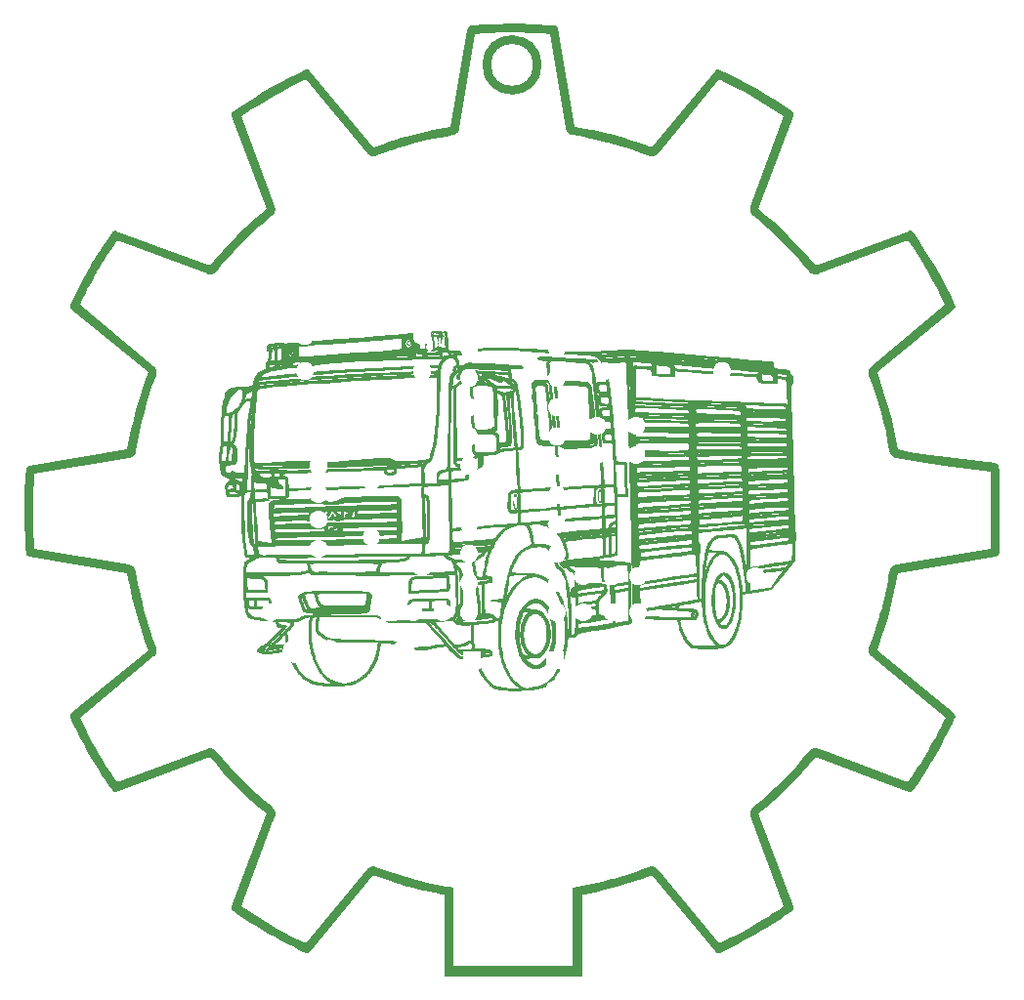
<source format=gbr>
%TF.GenerationSoftware,KiCad,Pcbnew,6.0.11-2627ca5db0~126~ubuntu20.04.1*%
%TF.CreationDate,2023-07-01T13:10:38+02:00*%
%TF.ProjectId,THW_bagde,5448575f-6261-4676-9465-2e6b69636164,rev?*%
%TF.SameCoordinates,Original*%
%TF.FileFunction,Legend,Bot*%
%TF.FilePolarity,Positive*%
%FSLAX46Y46*%
G04 Gerber Fmt 4.6, Leading zero omitted, Abs format (unit mm)*
G04 Created by KiCad (PCBNEW 6.0.11-2627ca5db0~126~ubuntu20.04.1) date 2023-07-01 13:10:38*
%MOMM*%
%LPD*%
G01*
G04 APERTURE LIST*
%ADD10C,0.000000*%
%ADD11C,0.200000*%
%ADD12C,0.100000*%
%ADD13C,0.750000*%
%ADD14C,0.250000*%
%ADD15C,1.600000*%
%ADD16O,1.600000X1.600000*%
%ADD17R,1.700000X1.700000*%
%ADD18O,1.700000X1.700000*%
%ADD19R,1.800000X1.800000*%
%ADD20C,1.800000*%
%ADD21C,1.500000*%
%ADD22R,1.600000X1.600000*%
%ADD23R,2.200000X2.200000*%
%ADD24O,2.200000X2.200000*%
%ADD25C,4.000000*%
%ADD26C,2.000000*%
%ADD27C,3.200000*%
G04 APERTURE END LIST*
D10*
G36*
X158939641Y-91075023D02*
G01*
X158939311Y-91039220D01*
X158939700Y-91004372D01*
X158940803Y-90970506D01*
X158942613Y-90937648D01*
X158945122Y-90905826D01*
X158948326Y-90875066D01*
X158952216Y-90845395D01*
X158956788Y-90816839D01*
X158962033Y-90789426D01*
X158967946Y-90763183D01*
X158974521Y-90738136D01*
X158981750Y-90714311D01*
X158989627Y-90691737D01*
X158998146Y-90670440D01*
X159001482Y-90663154D01*
X159133799Y-90663154D01*
X159133807Y-90663155D01*
X159133810Y-90663154D01*
X159133799Y-90663154D01*
X159001482Y-90663154D01*
X159007300Y-90650446D01*
X159017083Y-90631783D01*
X159027488Y-90614476D01*
X159038508Y-90598554D01*
X159050138Y-90584043D01*
X159062370Y-90570969D01*
X159075199Y-90559360D01*
X159088616Y-90549243D01*
X159102618Y-90540643D01*
X159117195Y-90533589D01*
X159132343Y-90528106D01*
X159148054Y-90524222D01*
X159150196Y-90523731D01*
X159152316Y-90523305D01*
X159154413Y-90522941D01*
X159156489Y-90522639D01*
X159158543Y-90522398D01*
X159160576Y-90522217D01*
X159162588Y-90522094D01*
X159164578Y-90522029D01*
X159166548Y-90522020D01*
X159168497Y-90522065D01*
X159170425Y-90522165D01*
X159172333Y-90522317D01*
X159174221Y-90522521D01*
X159176089Y-90522775D01*
X159177937Y-90523078D01*
X159179766Y-90523429D01*
X159179762Y-90523536D01*
X159191979Y-90527565D01*
X159203305Y-90534557D01*
X159213814Y-90544764D01*
X159223577Y-90558436D01*
X159232666Y-90575826D01*
X159241153Y-90597185D01*
X159249112Y-90622766D01*
X159256613Y-90652820D01*
X159263729Y-90687598D01*
X159270532Y-90727352D01*
X159283488Y-90822797D01*
X159296059Y-90941168D01*
X159308821Y-91084479D01*
X159317263Y-91191043D01*
X159323746Y-91286350D01*
X159328124Y-91370927D01*
X159329477Y-91409355D01*
X159330249Y-91445298D01*
X159330420Y-91478822D01*
X159329972Y-91509991D01*
X159328887Y-91538871D01*
X159327146Y-91565529D01*
X159324731Y-91590030D01*
X159321623Y-91612439D01*
X159317805Y-91632823D01*
X159313256Y-91651246D01*
X159307959Y-91667775D01*
X159301896Y-91682476D01*
X159295048Y-91695414D01*
X159287396Y-91706654D01*
X159278923Y-91716263D01*
X159269609Y-91724306D01*
X159259435Y-91730849D01*
X159248385Y-91735958D01*
X159236439Y-91739698D01*
X159223578Y-91742134D01*
X159209784Y-91743334D01*
X159195039Y-91743362D01*
X159179325Y-91742283D01*
X159162622Y-91740165D01*
X159144912Y-91737072D01*
X159126177Y-91733069D01*
X159110404Y-91728175D01*
X159095527Y-91720898D01*
X159081502Y-91711132D01*
X159068286Y-91698766D01*
X159055836Y-91683695D01*
X159044109Y-91665809D01*
X159033062Y-91645000D01*
X159022651Y-91621162D01*
X159012834Y-91594184D01*
X159003566Y-91563960D01*
X158994806Y-91530381D01*
X158986510Y-91493340D01*
X158978635Y-91452728D01*
X158971137Y-91408437D01*
X158963974Y-91360359D01*
X158957102Y-91308387D01*
X158948290Y-91227245D01*
X158942487Y-91149385D01*
X158942372Y-91146964D01*
X159068449Y-91146964D01*
X159068759Y-91210162D01*
X159069696Y-91268682D01*
X159071277Y-91322610D01*
X159073516Y-91372027D01*
X159076427Y-91417016D01*
X159080026Y-91457660D01*
X159082087Y-91476379D01*
X159084326Y-91494043D01*
X159086745Y-91510662D01*
X159089344Y-91526246D01*
X159092127Y-91540807D01*
X159095094Y-91554354D01*
X159098248Y-91566897D01*
X159101590Y-91578448D01*
X159105122Y-91589016D01*
X159108847Y-91598612D01*
X159112766Y-91607246D01*
X159116880Y-91614928D01*
X159121193Y-91621669D01*
X159125704Y-91627480D01*
X159130418Y-91632370D01*
X159135334Y-91636351D01*
X159140455Y-91639431D01*
X159145784Y-91641622D01*
X159151321Y-91642935D01*
X159157069Y-91643378D01*
X159168580Y-91641810D01*
X159179024Y-91636962D01*
X159188416Y-91628694D01*
X159196771Y-91616870D01*
X159204108Y-91601350D01*
X159210440Y-91581995D01*
X159215786Y-91558668D01*
X159220161Y-91531230D01*
X159223581Y-91499542D01*
X159226062Y-91463466D01*
X159227621Y-91422863D01*
X159228274Y-91377595D01*
X159226926Y-91272510D01*
X159222147Y-91147102D01*
X159219014Y-91088509D01*
X159215378Y-91033695D01*
X159211279Y-90982660D01*
X159206755Y-90935404D01*
X159201847Y-90891928D01*
X159196594Y-90852231D01*
X159191036Y-90816313D01*
X159185211Y-90784175D01*
X159179161Y-90755817D01*
X159172924Y-90731238D01*
X159166540Y-90710440D01*
X159163305Y-90701458D01*
X159160049Y-90693422D01*
X159156775Y-90686330D01*
X159153489Y-90680184D01*
X159150196Y-90674983D01*
X159146901Y-90670727D01*
X159143609Y-90667416D01*
X159140325Y-90665050D01*
X159137053Y-90663629D01*
X159133807Y-90663155D01*
X159127375Y-90665038D01*
X159121068Y-90670704D01*
X159114930Y-90680150D01*
X159109001Y-90693377D01*
X159103319Y-90710384D01*
X159097925Y-90731172D01*
X159092857Y-90755740D01*
X159088155Y-90784089D01*
X159080007Y-90852127D01*
X159073796Y-90935286D01*
X159069839Y-91033565D01*
X159068449Y-91146964D01*
X158942372Y-91146964D01*
X158940698Y-91111753D01*
X158939641Y-91075023D01*
G37*
D11*
G36*
X168885502Y-99942886D02*
G01*
X168898420Y-99740744D01*
X168920027Y-99542518D01*
X168934073Y-99442960D01*
X168949352Y-99346033D01*
X168965839Y-99251772D01*
X168983509Y-99160213D01*
X169002338Y-99071393D01*
X169022303Y-98985347D01*
X169043378Y-98902112D01*
X169065539Y-98821722D01*
X169088762Y-98744215D01*
X169113022Y-98669625D01*
X169138296Y-98597989D01*
X169164558Y-98529343D01*
X169191785Y-98463723D01*
X169219952Y-98401165D01*
X169222196Y-98396576D01*
X169304758Y-98396576D01*
X169305940Y-98401789D01*
X169308316Y-98406453D01*
X169311869Y-98410621D01*
X169316587Y-98414345D01*
X169322454Y-98417678D01*
X169329456Y-98420672D01*
X169337579Y-98423380D01*
X169346809Y-98425854D01*
X169368530Y-98430310D01*
X169394504Y-98434462D01*
X169424616Y-98438727D01*
X169462115Y-98445368D01*
X169499176Y-98454769D01*
X169535775Y-98466890D01*
X169571887Y-98481688D01*
X169642543Y-98519154D01*
X169710941Y-98566840D01*
X169776877Y-98624417D01*
X169840147Y-98691556D01*
X169900546Y-98767930D01*
X169957872Y-98853210D01*
X170011920Y-98947066D01*
X170062486Y-99049172D01*
X170109365Y-99159199D01*
X170152355Y-99276817D01*
X170191250Y-99401699D01*
X170225848Y-99533516D01*
X170255943Y-99671940D01*
X170281332Y-99816642D01*
X170299225Y-99953306D01*
X170310656Y-100090523D01*
X170315763Y-100227658D01*
X170314684Y-100364076D01*
X170307557Y-100499141D01*
X170294521Y-100632219D01*
X170275713Y-100762674D01*
X170251272Y-100889871D01*
X170221336Y-101013175D01*
X170186042Y-101131951D01*
X170145530Y-101245564D01*
X170099937Y-101353378D01*
X170049402Y-101454759D01*
X169994061Y-101549072D01*
X169934055Y-101635680D01*
X169869520Y-101713950D01*
X169843702Y-101741813D01*
X169817137Y-101769121D01*
X169790025Y-101795724D01*
X169762567Y-101821470D01*
X169734962Y-101846207D01*
X169707412Y-101869784D01*
X169680115Y-101892050D01*
X169653272Y-101912854D01*
X169627084Y-101932044D01*
X169601750Y-101949469D01*
X169577471Y-101964978D01*
X169554447Y-101978418D01*
X169532878Y-101989640D01*
X169512964Y-101998491D01*
X169494906Y-102004820D01*
X169486635Y-102006991D01*
X169478903Y-102008475D01*
X169431747Y-102016157D01*
X169413258Y-102020052D01*
X169398180Y-102024399D01*
X169391925Y-102026840D01*
X169386527Y-102029512D01*
X169381990Y-102032452D01*
X169378313Y-102035702D01*
X169375500Y-102039298D01*
X169373551Y-102043282D01*
X169372469Y-102047690D01*
X169372255Y-102052564D01*
X169372911Y-102057941D01*
X169374438Y-102063861D01*
X169376839Y-102070362D01*
X169380115Y-102077485D01*
X169384267Y-102085267D01*
X169389299Y-102093748D01*
X169402003Y-102112964D01*
X169418242Y-102135443D01*
X169438029Y-102161500D01*
X169488302Y-102225593D01*
X169506843Y-102248020D01*
X169525911Y-102269068D01*
X169545477Y-102288736D01*
X169565510Y-102307021D01*
X169585978Y-102323923D01*
X169606850Y-102339441D01*
X169628096Y-102353573D01*
X169649685Y-102366319D01*
X169671585Y-102377677D01*
X169693765Y-102387645D01*
X169716195Y-102396223D01*
X169738843Y-102403410D01*
X169761679Y-102409204D01*
X169784671Y-102413604D01*
X169807789Y-102416609D01*
X169831001Y-102418218D01*
X169854276Y-102418429D01*
X169877584Y-102417242D01*
X169900893Y-102414654D01*
X169924173Y-102410666D01*
X169947392Y-102405275D01*
X169970519Y-102398481D01*
X169993524Y-102390283D01*
X170016375Y-102380678D01*
X170039041Y-102369666D01*
X170061492Y-102357247D01*
X170083696Y-102343418D01*
X170105623Y-102328178D01*
X170127241Y-102311526D01*
X170148519Y-102293462D01*
X170169426Y-102273983D01*
X170189932Y-102253089D01*
X170232317Y-102203910D01*
X170273639Y-102147830D01*
X170313822Y-102085071D01*
X170352792Y-102015852D01*
X170390474Y-101940394D01*
X170426793Y-101858916D01*
X170461674Y-101771639D01*
X170495042Y-101678783D01*
X170526822Y-101580567D01*
X170556939Y-101477213D01*
X170585319Y-101368940D01*
X170611886Y-101255968D01*
X170636566Y-101138518D01*
X170659283Y-101016809D01*
X170679963Y-100891062D01*
X170698530Y-100761497D01*
X170720708Y-100555829D01*
X170733235Y-100347486D01*
X170736463Y-100138055D01*
X170730746Y-99929118D01*
X170716436Y-99722263D01*
X170693886Y-99519073D01*
X170663448Y-99321134D01*
X170625474Y-99130031D01*
X170580318Y-98947349D01*
X170528332Y-98774673D01*
X170469868Y-98613588D01*
X170405279Y-98465680D01*
X170334918Y-98332533D01*
X170297683Y-98271991D01*
X170259137Y-98215733D01*
X170219324Y-98163958D01*
X170178289Y-98116865D01*
X170136075Y-98074650D01*
X170092726Y-98037513D01*
X170072367Y-98021790D01*
X170051861Y-98006508D01*
X170031347Y-97991744D01*
X170010959Y-97977579D01*
X169990835Y-97964091D01*
X169971111Y-97951361D01*
X169951923Y-97939466D01*
X169933409Y-97928487D01*
X169915703Y-97918503D01*
X169898944Y-97909592D01*
X169883267Y-97901835D01*
X169868809Y-97895311D01*
X169855707Y-97890098D01*
X169844096Y-97886277D01*
X169834113Y-97883926D01*
X169829775Y-97883326D01*
X169825896Y-97883124D01*
X169825907Y-97883201D01*
X169821955Y-97883548D01*
X169817401Y-97884580D01*
X169806574Y-97888627D01*
X169793591Y-97895205D01*
X169778617Y-97904177D01*
X169761818Y-97915409D01*
X169743359Y-97928763D01*
X169723404Y-97944103D01*
X169702121Y-97961293D01*
X169656226Y-98000678D01*
X169606996Y-98045826D01*
X169555755Y-98095649D01*
X169503824Y-98149055D01*
X169421493Y-98236574D01*
X169388836Y-98272106D01*
X169361697Y-98302714D01*
X169339962Y-98328816D01*
X169331085Y-98340309D01*
X169323516Y-98350834D01*
X169317240Y-98360442D01*
X169312243Y-98369186D01*
X169308511Y-98377119D01*
X169306029Y-98384294D01*
X169304783Y-98390762D01*
X169304758Y-98396576D01*
X169222196Y-98396576D01*
X169249035Y-98341704D01*
X169279009Y-98285377D01*
X169309850Y-98232219D01*
X169341534Y-98182266D01*
X169374036Y-98135555D01*
X169407332Y-98092122D01*
X169441398Y-98052001D01*
X169476209Y-98015229D01*
X169511741Y-97981843D01*
X169547970Y-97951878D01*
X169584871Y-97925369D01*
X169622420Y-97902354D01*
X169660593Y-97882867D01*
X169699365Y-97866944D01*
X169738711Y-97854623D01*
X169778608Y-97845938D01*
X169819032Y-97840926D01*
X169859957Y-97839622D01*
X169859957Y-97839652D01*
X169871738Y-97839955D01*
X169883556Y-97840565D01*
X169895412Y-97841484D01*
X169907304Y-97842711D01*
X169919233Y-97844248D01*
X169931197Y-97846095D01*
X169943197Y-97848253D01*
X169955231Y-97850722D01*
X169967300Y-97853503D01*
X169979402Y-97856597D01*
X169991538Y-97860003D01*
X170003707Y-97863723D01*
X170015909Y-97867758D01*
X170028142Y-97872107D01*
X170040407Y-97876771D01*
X170052702Y-97881751D01*
X170140218Y-97928000D01*
X170222532Y-97990752D01*
X170299622Y-98068971D01*
X170371463Y-98161623D01*
X170438031Y-98267674D01*
X170499304Y-98386087D01*
X170555257Y-98515828D01*
X170605866Y-98655862D01*
X170690962Y-98962670D01*
X170754402Y-99298231D01*
X170795997Y-99654265D01*
X170815558Y-100022493D01*
X170812896Y-100394634D01*
X170787821Y-100762410D01*
X170740146Y-101117541D01*
X170669681Y-101451748D01*
X170576237Y-101756750D01*
X170520839Y-101895712D01*
X170459625Y-102024268D01*
X170392572Y-102141383D01*
X170319656Y-102246022D01*
X170240854Y-102337151D01*
X170156142Y-102413734D01*
X170107271Y-102450271D01*
X170083589Y-102466475D01*
X170060362Y-102481297D01*
X170037554Y-102494732D01*
X170015131Y-102506773D01*
X169993056Y-102517417D01*
X169971294Y-102526658D01*
X169949809Y-102534491D01*
X169928567Y-102540912D01*
X169907531Y-102545914D01*
X169886666Y-102549494D01*
X169865937Y-102551646D01*
X169845307Y-102552365D01*
X169824743Y-102551646D01*
X169804207Y-102549483D01*
X169783665Y-102545873D01*
X169763081Y-102540810D01*
X169742420Y-102534289D01*
X169721646Y-102526304D01*
X169700724Y-102516851D01*
X169679617Y-102505926D01*
X169658292Y-102493522D01*
X169636711Y-102479634D01*
X169614841Y-102464259D01*
X169592644Y-102447390D01*
X169570086Y-102429023D01*
X169547132Y-102409152D01*
X169499890Y-102364881D01*
X169450636Y-102314536D01*
X169373102Y-102220602D01*
X169300097Y-102108847D01*
X169231919Y-101980823D01*
X169168865Y-101838083D01*
X169111232Y-101682180D01*
X169059316Y-101514666D01*
X169013417Y-101337095D01*
X168973829Y-101151017D01*
X168940851Y-100957987D01*
X168914780Y-100759557D01*
X168895912Y-100557279D01*
X168884545Y-100352706D01*
X168881779Y-100193603D01*
X169026811Y-100193603D01*
X169038944Y-100590326D01*
X169064663Y-100961169D01*
X169082506Y-101128369D01*
X169103612Y-101278878D01*
X169127937Y-101409289D01*
X169155436Y-101516196D01*
X169180629Y-101594983D01*
X169204831Y-101664480D01*
X169228437Y-101724889D01*
X169240138Y-101751749D01*
X169251838Y-101776412D01*
X169263585Y-101798905D01*
X169275429Y-101819253D01*
X169287418Y-101837480D01*
X169299602Y-101853613D01*
X169312030Y-101867675D01*
X169324751Y-101879694D01*
X169337814Y-101889693D01*
X169351269Y-101897698D01*
X169365164Y-101903735D01*
X169379549Y-101907829D01*
X169394472Y-101910005D01*
X169409984Y-101910288D01*
X169426133Y-101908704D01*
X169442968Y-101905277D01*
X169460538Y-101900034D01*
X169478894Y-101892999D01*
X169498083Y-101884199D01*
X169518154Y-101873657D01*
X169539159Y-101861399D01*
X169561144Y-101847451D01*
X169608254Y-101814585D01*
X169659880Y-101775260D01*
X169718461Y-101725780D01*
X169773334Y-101672353D01*
X169824555Y-101614842D01*
X169872176Y-101553105D01*
X169916252Y-101487006D01*
X169956838Y-101416405D01*
X169993986Y-101341163D01*
X170027753Y-101261142D01*
X170058191Y-101176202D01*
X170085354Y-101086205D01*
X170109297Y-100991011D01*
X170130075Y-100890483D01*
X170147741Y-100784481D01*
X170162349Y-100672866D01*
X170173953Y-100555499D01*
X170182608Y-100432242D01*
X170186845Y-100337932D01*
X170188770Y-100244814D01*
X170188433Y-100153005D01*
X170185882Y-100062626D01*
X170181167Y-99973793D01*
X170174337Y-99886624D01*
X170165442Y-99801239D01*
X170154530Y-99717755D01*
X170141651Y-99636290D01*
X170126854Y-99556962D01*
X170110188Y-99479890D01*
X170091703Y-99405192D01*
X170071448Y-99332986D01*
X170049471Y-99263390D01*
X170025823Y-99196522D01*
X170000553Y-99132501D01*
X169973709Y-99071444D01*
X169945342Y-99013470D01*
X169915499Y-98958697D01*
X169884231Y-98907243D01*
X169851587Y-98859226D01*
X169817616Y-98814765D01*
X169782367Y-98773977D01*
X169745890Y-98736981D01*
X169708234Y-98703895D01*
X169669447Y-98674837D01*
X169629580Y-98649926D01*
X169588681Y-98629278D01*
X169546799Y-98613014D01*
X169503985Y-98601250D01*
X169460287Y-98594105D01*
X169415755Y-98591697D01*
X169415755Y-98591712D01*
X169383975Y-98592201D01*
X169355233Y-98593853D01*
X169329259Y-98596941D01*
X169305785Y-98601742D01*
X169294902Y-98604870D01*
X169284543Y-98608529D01*
X169274674Y-98612755D01*
X169265262Y-98617580D01*
X169256274Y-98623039D01*
X169247675Y-98629167D01*
X169239433Y-98635998D01*
X169231513Y-98643567D01*
X169223882Y-98651908D01*
X169216506Y-98661055D01*
X169209352Y-98671042D01*
X169202386Y-98681905D01*
X169188884Y-98706393D01*
X169175732Y-98734794D01*
X169162660Y-98767383D01*
X169149399Y-98804435D01*
X169135681Y-98846224D01*
X169121237Y-98893027D01*
X169096459Y-98994774D01*
X169075476Y-99120713D01*
X169058245Y-99267437D01*
X169044722Y-99431541D01*
X169028618Y-99798256D01*
X169026811Y-100193603D01*
X168881779Y-100193603D01*
X168880976Y-100147391D01*
X168885502Y-99942886D01*
G37*
X168885502Y-99942886D02*
X168898420Y-99740744D01*
X168920027Y-99542518D01*
X168934073Y-99442960D01*
X168949352Y-99346033D01*
X168965839Y-99251772D01*
X168983509Y-99160213D01*
X169002338Y-99071393D01*
X169022303Y-98985347D01*
X169043378Y-98902112D01*
X169065539Y-98821722D01*
X169088762Y-98744215D01*
X169113022Y-98669625D01*
X169138296Y-98597989D01*
X169164558Y-98529343D01*
X169191785Y-98463723D01*
X169219952Y-98401165D01*
X169222196Y-98396576D01*
X169304758Y-98396576D01*
X169305940Y-98401789D01*
X169308316Y-98406453D01*
X169311869Y-98410621D01*
X169316587Y-98414345D01*
X169322454Y-98417678D01*
X169329456Y-98420672D01*
X169337579Y-98423380D01*
X169346809Y-98425854D01*
X169368530Y-98430310D01*
X169394504Y-98434462D01*
X169424616Y-98438727D01*
X169462115Y-98445368D01*
X169499176Y-98454769D01*
X169535775Y-98466890D01*
X169571887Y-98481688D01*
X169642543Y-98519154D01*
X169710941Y-98566840D01*
X169776877Y-98624417D01*
X169840147Y-98691556D01*
X169900546Y-98767930D01*
X169957872Y-98853210D01*
X170011920Y-98947066D01*
X170062486Y-99049172D01*
X170109365Y-99159199D01*
X170152355Y-99276817D01*
X170191250Y-99401699D01*
X170225848Y-99533516D01*
X170255943Y-99671940D01*
X170281332Y-99816642D01*
X170299225Y-99953306D01*
X170310656Y-100090523D01*
X170315763Y-100227658D01*
X170314684Y-100364076D01*
X170307557Y-100499141D01*
X170294521Y-100632219D01*
X170275713Y-100762674D01*
X170251272Y-100889871D01*
X170221336Y-101013175D01*
X170186042Y-101131951D01*
X170145530Y-101245564D01*
X170099937Y-101353378D01*
X170049402Y-101454759D01*
X169994061Y-101549072D01*
X169934055Y-101635680D01*
X169869520Y-101713950D01*
X169843702Y-101741813D01*
X169817137Y-101769121D01*
X169790025Y-101795724D01*
X169762567Y-101821470D01*
X169734962Y-101846207D01*
X169707412Y-101869784D01*
X169680115Y-101892050D01*
X169653272Y-101912854D01*
X169627084Y-101932044D01*
X169601750Y-101949469D01*
X169577471Y-101964978D01*
X169554447Y-101978418D01*
X169532878Y-101989640D01*
X169512964Y-101998491D01*
X169494906Y-102004820D01*
X169486635Y-102006991D01*
X169478903Y-102008475D01*
X169431747Y-102016157D01*
X169413258Y-102020052D01*
X169398180Y-102024399D01*
X169391925Y-102026840D01*
X169386527Y-102029512D01*
X169381990Y-102032452D01*
X169378313Y-102035702D01*
X169375500Y-102039298D01*
X169373551Y-102043282D01*
X169372469Y-102047690D01*
X169372255Y-102052564D01*
X169372911Y-102057941D01*
X169374438Y-102063861D01*
X169376839Y-102070362D01*
X169380115Y-102077485D01*
X169384267Y-102085267D01*
X169389299Y-102093748D01*
X169402003Y-102112964D01*
X169418242Y-102135443D01*
X169438029Y-102161500D01*
X169488302Y-102225593D01*
X169506843Y-102248020D01*
X169525911Y-102269068D01*
X169545477Y-102288736D01*
X169565510Y-102307021D01*
X169585978Y-102323923D01*
X169606850Y-102339441D01*
X169628096Y-102353573D01*
X169649685Y-102366319D01*
X169671585Y-102377677D01*
X169693765Y-102387645D01*
X169716195Y-102396223D01*
X169738843Y-102403410D01*
X169761679Y-102409204D01*
X169784671Y-102413604D01*
X169807789Y-102416609D01*
X169831001Y-102418218D01*
X169854276Y-102418429D01*
X169877584Y-102417242D01*
X169900893Y-102414654D01*
X169924173Y-102410666D01*
X169947392Y-102405275D01*
X169970519Y-102398481D01*
X169993524Y-102390283D01*
X170016375Y-102380678D01*
X170039041Y-102369666D01*
X170061492Y-102357247D01*
X170083696Y-102343418D01*
X170105623Y-102328178D01*
X170127241Y-102311526D01*
X170148519Y-102293462D01*
X170169426Y-102273983D01*
X170189932Y-102253089D01*
X170232317Y-102203910D01*
X170273639Y-102147830D01*
X170313822Y-102085071D01*
X170352792Y-102015852D01*
X170390474Y-101940394D01*
X170426793Y-101858916D01*
X170461674Y-101771639D01*
X170495042Y-101678783D01*
X170526822Y-101580567D01*
X170556939Y-101477213D01*
X170585319Y-101368940D01*
X170611886Y-101255968D01*
X170636566Y-101138518D01*
X170659283Y-101016809D01*
X170679963Y-100891062D01*
X170698530Y-100761497D01*
X170720708Y-100555829D01*
X170733235Y-100347486D01*
X170736463Y-100138055D01*
X170730746Y-99929118D01*
X170716436Y-99722263D01*
X170693886Y-99519073D01*
X170663448Y-99321134D01*
X170625474Y-99130031D01*
X170580318Y-98947349D01*
X170528332Y-98774673D01*
X170469868Y-98613588D01*
X170405279Y-98465680D01*
X170334918Y-98332533D01*
X170297683Y-98271991D01*
X170259137Y-98215733D01*
X170219324Y-98163958D01*
X170178289Y-98116865D01*
X170136075Y-98074650D01*
X170092726Y-98037513D01*
X170072367Y-98021790D01*
X170051861Y-98006508D01*
X170031347Y-97991744D01*
X170010959Y-97977579D01*
X169990835Y-97964091D01*
X169971111Y-97951361D01*
X169951923Y-97939466D01*
X169933409Y-97928487D01*
X169915703Y-97918503D01*
X169898944Y-97909592D01*
X169883267Y-97901835D01*
X169868809Y-97895311D01*
X169855707Y-97890098D01*
X169844096Y-97886277D01*
X169834113Y-97883926D01*
X169829775Y-97883326D01*
X169825896Y-97883124D01*
X169825907Y-97883201D01*
X169821955Y-97883548D01*
X169817401Y-97884580D01*
X169806574Y-97888627D01*
X169793591Y-97895205D01*
X169778617Y-97904177D01*
X169761818Y-97915409D01*
X169743359Y-97928763D01*
X169723404Y-97944103D01*
X169702121Y-97961293D01*
X169656226Y-98000678D01*
X169606996Y-98045826D01*
X169555755Y-98095649D01*
X169503824Y-98149055D01*
X169421493Y-98236574D01*
X169388836Y-98272106D01*
X169361697Y-98302714D01*
X169339962Y-98328816D01*
X169331085Y-98340309D01*
X169323516Y-98350834D01*
X169317240Y-98360442D01*
X169312243Y-98369186D01*
X169308511Y-98377119D01*
X169306029Y-98384294D01*
X169304783Y-98390762D01*
X169304758Y-98396576D01*
X169222196Y-98396576D01*
X169249035Y-98341704D01*
X169279009Y-98285377D01*
X169309850Y-98232219D01*
X169341534Y-98182266D01*
X169374036Y-98135555D01*
X169407332Y-98092122D01*
X169441398Y-98052001D01*
X169476209Y-98015229D01*
X169511741Y-97981843D01*
X169547970Y-97951878D01*
X169584871Y-97925369D01*
X169622420Y-97902354D01*
X169660593Y-97882867D01*
X169699365Y-97866944D01*
X169738711Y-97854623D01*
X169778608Y-97845938D01*
X169819032Y-97840926D01*
X169859957Y-97839622D01*
X169859957Y-97839652D01*
X169871738Y-97839955D01*
X169883556Y-97840565D01*
X169895412Y-97841484D01*
X169907304Y-97842711D01*
X169919233Y-97844248D01*
X169931197Y-97846095D01*
X169943197Y-97848253D01*
X169955231Y-97850722D01*
X169967300Y-97853503D01*
X169979402Y-97856597D01*
X169991538Y-97860003D01*
X170003707Y-97863723D01*
X170015909Y-97867758D01*
X170028142Y-97872107D01*
X170040407Y-97876771D01*
X170052702Y-97881751D01*
X170140218Y-97928000D01*
X170222532Y-97990752D01*
X170299622Y-98068971D01*
X170371463Y-98161623D01*
X170438031Y-98267674D01*
X170499304Y-98386087D01*
X170555257Y-98515828D01*
X170605866Y-98655862D01*
X170690962Y-98962670D01*
X170754402Y-99298231D01*
X170795997Y-99654265D01*
X170815558Y-100022493D01*
X170812896Y-100394634D01*
X170787821Y-100762410D01*
X170740146Y-101117541D01*
X170669681Y-101451748D01*
X170576237Y-101756750D01*
X170520839Y-101895712D01*
X170459625Y-102024268D01*
X170392572Y-102141383D01*
X170319656Y-102246022D01*
X170240854Y-102337151D01*
X170156142Y-102413734D01*
X170107271Y-102450271D01*
X170083589Y-102466475D01*
X170060362Y-102481297D01*
X170037554Y-102494732D01*
X170015131Y-102506773D01*
X169993056Y-102517417D01*
X169971294Y-102526658D01*
X169949809Y-102534491D01*
X169928567Y-102540912D01*
X169907531Y-102545914D01*
X169886666Y-102549494D01*
X169865937Y-102551646D01*
X169845307Y-102552365D01*
X169824743Y-102551646D01*
X169804207Y-102549483D01*
X169783665Y-102545873D01*
X169763081Y-102540810D01*
X169742420Y-102534289D01*
X169721646Y-102526304D01*
X169700724Y-102516851D01*
X169679617Y-102505926D01*
X169658292Y-102493522D01*
X169636711Y-102479634D01*
X169614841Y-102464259D01*
X169592644Y-102447390D01*
X169570086Y-102429023D01*
X169547132Y-102409152D01*
X169499890Y-102364881D01*
X169450636Y-102314536D01*
X169373102Y-102220602D01*
X169300097Y-102108847D01*
X169231919Y-101980823D01*
X169168865Y-101838083D01*
X169111232Y-101682180D01*
X169059316Y-101514666D01*
X169013417Y-101337095D01*
X168973829Y-101151017D01*
X168940851Y-100957987D01*
X168914780Y-100759557D01*
X168895912Y-100557279D01*
X168884545Y-100352706D01*
X168881779Y-100193603D01*
X169026811Y-100193603D01*
X169038944Y-100590326D01*
X169064663Y-100961169D01*
X169082506Y-101128369D01*
X169103612Y-101278878D01*
X169127937Y-101409289D01*
X169155436Y-101516196D01*
X169180629Y-101594983D01*
X169204831Y-101664480D01*
X169228437Y-101724889D01*
X169240138Y-101751749D01*
X169251838Y-101776412D01*
X169263585Y-101798905D01*
X169275429Y-101819253D01*
X169287418Y-101837480D01*
X169299602Y-101853613D01*
X169312030Y-101867675D01*
X169324751Y-101879694D01*
X169337814Y-101889693D01*
X169351269Y-101897698D01*
X169365164Y-101903735D01*
X169379549Y-101907829D01*
X169394472Y-101910005D01*
X169409984Y-101910288D01*
X169426133Y-101908704D01*
X169442968Y-101905277D01*
X169460538Y-101900034D01*
X169478894Y-101892999D01*
X169498083Y-101884199D01*
X169518154Y-101873657D01*
X169539159Y-101861399D01*
X169561144Y-101847451D01*
X169608254Y-101814585D01*
X169659880Y-101775260D01*
X169718461Y-101725780D01*
X169773334Y-101672353D01*
X169824555Y-101614842D01*
X169872176Y-101553105D01*
X169916252Y-101487006D01*
X169956838Y-101416405D01*
X169993986Y-101341163D01*
X170027753Y-101261142D01*
X170058191Y-101176202D01*
X170085354Y-101086205D01*
X170109297Y-100991011D01*
X170130075Y-100890483D01*
X170147741Y-100784481D01*
X170162349Y-100672866D01*
X170173953Y-100555499D01*
X170182608Y-100432242D01*
X170186845Y-100337932D01*
X170188770Y-100244814D01*
X170188433Y-100153005D01*
X170185882Y-100062626D01*
X170181167Y-99973793D01*
X170174337Y-99886624D01*
X170165442Y-99801239D01*
X170154530Y-99717755D01*
X170141651Y-99636290D01*
X170126854Y-99556962D01*
X170110188Y-99479890D01*
X170091703Y-99405192D01*
X170071448Y-99332986D01*
X170049471Y-99263390D01*
X170025823Y-99196522D01*
X170000553Y-99132501D01*
X169973709Y-99071444D01*
X169945342Y-99013470D01*
X169915499Y-98958697D01*
X169884231Y-98907243D01*
X169851587Y-98859226D01*
X169817616Y-98814765D01*
X169782367Y-98773977D01*
X169745890Y-98736981D01*
X169708234Y-98703895D01*
X169669447Y-98674837D01*
X169629580Y-98649926D01*
X169588681Y-98629278D01*
X169546799Y-98613014D01*
X169503985Y-98601250D01*
X169460287Y-98594105D01*
X169415755Y-98591697D01*
X169415755Y-98591712D01*
X169383975Y-98592201D01*
X169355233Y-98593853D01*
X169329259Y-98596941D01*
X169305785Y-98601742D01*
X169294902Y-98604870D01*
X169284543Y-98608529D01*
X169274674Y-98612755D01*
X169265262Y-98617580D01*
X169256274Y-98623039D01*
X169247675Y-98629167D01*
X169239433Y-98635998D01*
X169231513Y-98643567D01*
X169223882Y-98651908D01*
X169216506Y-98661055D01*
X169209352Y-98671042D01*
X169202386Y-98681905D01*
X169188884Y-98706393D01*
X169175732Y-98734794D01*
X169162660Y-98767383D01*
X169149399Y-98804435D01*
X169135681Y-98846224D01*
X169121237Y-98893027D01*
X169096459Y-98994774D01*
X169075476Y-99120713D01*
X169058245Y-99267437D01*
X169044722Y-99431541D01*
X169028618Y-99798256D01*
X169026811Y-100193603D01*
X168881779Y-100193603D01*
X168880976Y-100147391D01*
X168885502Y-99942886D01*
D10*
G36*
X145611071Y-77187513D02*
G01*
X145612538Y-77187705D01*
X145612549Y-77187690D01*
X145614470Y-77188196D01*
X145616571Y-77188963D01*
X145618851Y-77189990D01*
X145621313Y-77191277D01*
X145623956Y-77192821D01*
X145626783Y-77194622D01*
X145629793Y-77196678D01*
X145632987Y-77198989D01*
X145639934Y-77204369D01*
X145647630Y-77210753D01*
X145656083Y-77218130D01*
X145665299Y-77226493D01*
X145674094Y-77235436D01*
X145682297Y-77245468D01*
X145689879Y-77256479D01*
X145696814Y-77268361D01*
X145703073Y-77281004D01*
X145708628Y-77294300D01*
X145713453Y-77308139D01*
X145717520Y-77322414D01*
X145720801Y-77337014D01*
X145723268Y-77351831D01*
X145724894Y-77366755D01*
X145725651Y-77381679D01*
X145725511Y-77396493D01*
X145724448Y-77411088D01*
X145722433Y-77425355D01*
X145719439Y-77439185D01*
X145715945Y-77452150D01*
X145712465Y-77463909D01*
X145709021Y-77474439D01*
X145707319Y-77479235D01*
X145705633Y-77483713D01*
X145703968Y-77487872D01*
X145702325Y-77491707D01*
X145700707Y-77495216D01*
X145699117Y-77498395D01*
X145697557Y-77501242D01*
X145696031Y-77503752D01*
X145694541Y-77505923D01*
X145693089Y-77507753D01*
X145691679Y-77509236D01*
X145690313Y-77510371D01*
X145688993Y-77511155D01*
X145687724Y-77511583D01*
X145686506Y-77511653D01*
X145685918Y-77511553D01*
X145685344Y-77511362D01*
X145684239Y-77510707D01*
X145683194Y-77509684D01*
X145682213Y-77508291D01*
X145681297Y-77506524D01*
X145680450Y-77504379D01*
X145679675Y-77501855D01*
X145678973Y-77498947D01*
X145678348Y-77495652D01*
X145677802Y-77491968D01*
X145677338Y-77487891D01*
X145674746Y-77468599D01*
X145670515Y-77445476D01*
X145664869Y-77419397D01*
X145658031Y-77391233D01*
X145650221Y-77361858D01*
X145641664Y-77332145D01*
X145632582Y-77302968D01*
X145623198Y-77275199D01*
X145619232Y-77263803D01*
X145615683Y-77253232D01*
X145612555Y-77243477D01*
X145609854Y-77234532D01*
X145607583Y-77226390D01*
X145606612Y-77222617D01*
X145605749Y-77219042D01*
X145604998Y-77215665D01*
X145604357Y-77212483D01*
X145603828Y-77209496D01*
X145603412Y-77206704D01*
X145603108Y-77204105D01*
X145602918Y-77201699D01*
X145602842Y-77199484D01*
X145602881Y-77197460D01*
X145603035Y-77195625D01*
X145603306Y-77193979D01*
X145603693Y-77192521D01*
X145604198Y-77191250D01*
X145604821Y-77190165D01*
X145605562Y-77189266D01*
X145606423Y-77188550D01*
X145607403Y-77188018D01*
X145608504Y-77187668D01*
X145609727Y-77187500D01*
X145611071Y-77187513D01*
G37*
D11*
G36*
X142646506Y-98658617D02*
G01*
X142657598Y-98552822D01*
X142674205Y-98462268D01*
X142685316Y-98422314D01*
X142698692Y-98385700D01*
X142714628Y-98352269D01*
X142733420Y-98321866D01*
X142755364Y-98294332D01*
X142780754Y-98269513D01*
X142809886Y-98247250D01*
X142843056Y-98227387D01*
X142880558Y-98209769D01*
X142922689Y-98194238D01*
X143022015Y-98168810D01*
X143143399Y-98149852D01*
X143289202Y-98136111D01*
X143461787Y-98126333D01*
X143663519Y-98119266D01*
X144163870Y-98108253D01*
X145134937Y-98086946D01*
X145704479Y-98071647D01*
X145988064Y-98060447D01*
X146035704Y-98627631D01*
X146041419Y-98699595D01*
X146046100Y-98766945D01*
X146049741Y-98829774D01*
X146052338Y-98888172D01*
X146053886Y-98942232D01*
X146054380Y-98992043D01*
X146053815Y-99037699D01*
X146052186Y-99079290D01*
X146049488Y-99116907D01*
X146045716Y-99150642D01*
X146040865Y-99180586D01*
X146034930Y-99206832D01*
X146031555Y-99218596D01*
X146027907Y-99229469D01*
X146023985Y-99239464D01*
X146019789Y-99248590D01*
X146015319Y-99256861D01*
X146010573Y-99264286D01*
X146005552Y-99270878D01*
X146000254Y-99276649D01*
X145983700Y-99286677D01*
X145954614Y-99296492D01*
X145859054Y-99315465D01*
X145713989Y-99333538D01*
X145519835Y-99350679D01*
X145277010Y-99366856D01*
X144985928Y-99382038D01*
X144260660Y-99409293D01*
X142604151Y-99459998D01*
X142607838Y-99387107D01*
X142671856Y-99387107D01*
X144259001Y-99336310D01*
X144578999Y-99325040D01*
X144879761Y-99312445D01*
X145154543Y-99298953D01*
X145396604Y-99284991D01*
X145599199Y-99270989D01*
X145755588Y-99257372D01*
X145859026Y-99244569D01*
X145888782Y-99238607D01*
X145902771Y-99233008D01*
X145908413Y-99224942D01*
X145913684Y-99211759D01*
X145918564Y-99193756D01*
X145923036Y-99171228D01*
X145930683Y-99113785D01*
X145936479Y-99041795D01*
X145940276Y-98957626D01*
X145941930Y-98863647D01*
X145941293Y-98762223D01*
X145938221Y-98655723D01*
X145935026Y-98582900D01*
X145931518Y-98516704D01*
X145927640Y-98456895D01*
X145925544Y-98429312D01*
X145923333Y-98403236D01*
X145921002Y-98378638D01*
X145918542Y-98355488D01*
X145915947Y-98333756D01*
X145913209Y-98313413D01*
X145910321Y-98294428D01*
X145907277Y-98276772D01*
X145904068Y-98260416D01*
X145900688Y-98245328D01*
X145897129Y-98231480D01*
X145893385Y-98218842D01*
X145889448Y-98207383D01*
X145885311Y-98197075D01*
X145880968Y-98187887D01*
X145876410Y-98179790D01*
X145871630Y-98172753D01*
X145866623Y-98166747D01*
X145861379Y-98161743D01*
X145858667Y-98159607D01*
X145855893Y-98157710D01*
X145853057Y-98156048D01*
X145850157Y-98154619D01*
X145847193Y-98153417D01*
X145844164Y-98152439D01*
X145837906Y-98151142D01*
X145831377Y-98150696D01*
X145824570Y-98151074D01*
X145817477Y-98152244D01*
X145817473Y-98152183D01*
X145769408Y-98156879D01*
X145670371Y-98161999D01*
X145343551Y-98172853D01*
X144885362Y-98183423D01*
X144344153Y-98192390D01*
X143964574Y-98198603D01*
X143801695Y-98202217D01*
X143655512Y-98206276D01*
X143525090Y-98210858D01*
X143409495Y-98216042D01*
X143307792Y-98221908D01*
X143219048Y-98228534D01*
X143142328Y-98235999D01*
X143076698Y-98244383D01*
X143021225Y-98253764D01*
X142997005Y-98258853D01*
X142974973Y-98264221D01*
X142955013Y-98269878D01*
X142937009Y-98275834D01*
X142920843Y-98282099D01*
X142906398Y-98288682D01*
X142893559Y-98295593D01*
X142882207Y-98302843D01*
X142872227Y-98310441D01*
X142863501Y-98318397D01*
X142851652Y-98332319D01*
X142839908Y-98350186D01*
X142828318Y-98371806D01*
X142816931Y-98396984D01*
X142805797Y-98425526D01*
X142794965Y-98457240D01*
X142784484Y-98491931D01*
X142774403Y-98529407D01*
X142755640Y-98611934D01*
X142739070Y-98703274D01*
X142725088Y-98801878D01*
X142714087Y-98906196D01*
X142671856Y-99387107D01*
X142607838Y-99387107D01*
X142631420Y-98920936D01*
X142646506Y-98658617D01*
G37*
X142646506Y-98658617D02*
X142657598Y-98552822D01*
X142674205Y-98462268D01*
X142685316Y-98422314D01*
X142698692Y-98385700D01*
X142714628Y-98352269D01*
X142733420Y-98321866D01*
X142755364Y-98294332D01*
X142780754Y-98269513D01*
X142809886Y-98247250D01*
X142843056Y-98227387D01*
X142880558Y-98209769D01*
X142922689Y-98194238D01*
X143022015Y-98168810D01*
X143143399Y-98149852D01*
X143289202Y-98136111D01*
X143461787Y-98126333D01*
X143663519Y-98119266D01*
X144163870Y-98108253D01*
X145134937Y-98086946D01*
X145704479Y-98071647D01*
X145988064Y-98060447D01*
X146035704Y-98627631D01*
X146041419Y-98699595D01*
X146046100Y-98766945D01*
X146049741Y-98829774D01*
X146052338Y-98888172D01*
X146053886Y-98942232D01*
X146054380Y-98992043D01*
X146053815Y-99037699D01*
X146052186Y-99079290D01*
X146049488Y-99116907D01*
X146045716Y-99150642D01*
X146040865Y-99180586D01*
X146034930Y-99206832D01*
X146031555Y-99218596D01*
X146027907Y-99229469D01*
X146023985Y-99239464D01*
X146019789Y-99248590D01*
X146015319Y-99256861D01*
X146010573Y-99264286D01*
X146005552Y-99270878D01*
X146000254Y-99276649D01*
X145983700Y-99286677D01*
X145954614Y-99296492D01*
X145859054Y-99315465D01*
X145713989Y-99333538D01*
X145519835Y-99350679D01*
X145277010Y-99366856D01*
X144985928Y-99382038D01*
X144260660Y-99409293D01*
X142604151Y-99459998D01*
X142607838Y-99387107D01*
X142671856Y-99387107D01*
X144259001Y-99336310D01*
X144578999Y-99325040D01*
X144879761Y-99312445D01*
X145154543Y-99298953D01*
X145396604Y-99284991D01*
X145599199Y-99270989D01*
X145755588Y-99257372D01*
X145859026Y-99244569D01*
X145888782Y-99238607D01*
X145902771Y-99233008D01*
X145908413Y-99224942D01*
X145913684Y-99211759D01*
X145918564Y-99193756D01*
X145923036Y-99171228D01*
X145930683Y-99113785D01*
X145936479Y-99041795D01*
X145940276Y-98957626D01*
X145941930Y-98863647D01*
X145941293Y-98762223D01*
X145938221Y-98655723D01*
X145935026Y-98582900D01*
X145931518Y-98516704D01*
X145927640Y-98456895D01*
X145925544Y-98429312D01*
X145923333Y-98403236D01*
X145921002Y-98378638D01*
X145918542Y-98355488D01*
X145915947Y-98333756D01*
X145913209Y-98313413D01*
X145910321Y-98294428D01*
X145907277Y-98276772D01*
X145904068Y-98260416D01*
X145900688Y-98245328D01*
X145897129Y-98231480D01*
X145893385Y-98218842D01*
X145889448Y-98207383D01*
X145885311Y-98197075D01*
X145880968Y-98187887D01*
X145876410Y-98179790D01*
X145871630Y-98172753D01*
X145866623Y-98166747D01*
X145861379Y-98161743D01*
X145858667Y-98159607D01*
X145855893Y-98157710D01*
X145853057Y-98156048D01*
X145850157Y-98154619D01*
X145847193Y-98153417D01*
X145844164Y-98152439D01*
X145837906Y-98151142D01*
X145831377Y-98150696D01*
X145824570Y-98151074D01*
X145817477Y-98152244D01*
X145817473Y-98152183D01*
X145769408Y-98156879D01*
X145670371Y-98161999D01*
X145343551Y-98172853D01*
X144885362Y-98183423D01*
X144344153Y-98192390D01*
X143964574Y-98198603D01*
X143801695Y-98202217D01*
X143655512Y-98206276D01*
X143525090Y-98210858D01*
X143409495Y-98216042D01*
X143307792Y-98221908D01*
X143219048Y-98228534D01*
X143142328Y-98235999D01*
X143076698Y-98244383D01*
X143021225Y-98253764D01*
X142997005Y-98258853D01*
X142974973Y-98264221D01*
X142955013Y-98269878D01*
X142937009Y-98275834D01*
X142920843Y-98282099D01*
X142906398Y-98288682D01*
X142893559Y-98295593D01*
X142882207Y-98302843D01*
X142872227Y-98310441D01*
X142863501Y-98318397D01*
X142851652Y-98332319D01*
X142839908Y-98350186D01*
X142828318Y-98371806D01*
X142816931Y-98396984D01*
X142805797Y-98425526D01*
X142794965Y-98457240D01*
X142784484Y-98491931D01*
X142774403Y-98529407D01*
X142755640Y-98611934D01*
X142739070Y-98703274D01*
X142725088Y-98801878D01*
X142714087Y-98906196D01*
X142671856Y-99387107D01*
X142607838Y-99387107D01*
X142631420Y-98920936D01*
X142646506Y-98658617D01*
G36*
X133075349Y-99783165D02*
G01*
X133076192Y-99764350D01*
X133079241Y-99750724D01*
X133081300Y-99745813D01*
X133083687Y-99740965D01*
X133089395Y-99731484D01*
X133096279Y-99722331D01*
X133104248Y-99713553D01*
X133113215Y-99705198D01*
X133123090Y-99697316D01*
X133133786Y-99689954D01*
X133145213Y-99683162D01*
X133157283Y-99676987D01*
X133169907Y-99671478D01*
X133182996Y-99666684D01*
X133196463Y-99662653D01*
X133200439Y-99661722D01*
X133500113Y-99661722D01*
X133506711Y-99722012D01*
X133519739Y-99794293D01*
X133538448Y-99876319D01*
X133562093Y-99965842D01*
X133589926Y-100060614D01*
X133621201Y-100158387D01*
X133655169Y-100256914D01*
X133691084Y-100353946D01*
X133728200Y-100447235D01*
X133765768Y-100534535D01*
X133803042Y-100613596D01*
X133839275Y-100682173D01*
X133873720Y-100738015D01*
X133905630Y-100778876D01*
X133935570Y-100809397D01*
X133965375Y-100836231D01*
X133995545Y-100859425D01*
X134026580Y-100879029D01*
X134058982Y-100895091D01*
X134093251Y-100907661D01*
X134129886Y-100916786D01*
X134169388Y-100922517D01*
X134212257Y-100924901D01*
X134258995Y-100923987D01*
X134310100Y-100919824D01*
X134366074Y-100912461D01*
X134427416Y-100901947D01*
X134494628Y-100888329D01*
X134568208Y-100871658D01*
X134648659Y-100851981D01*
X134680746Y-100843731D01*
X134711935Y-100835372D01*
X134742062Y-100826962D01*
X134770967Y-100818559D01*
X134798489Y-100810221D01*
X134824465Y-100802005D01*
X134848734Y-100793969D01*
X134871134Y-100786170D01*
X134891504Y-100778667D01*
X134909682Y-100771517D01*
X134925507Y-100764778D01*
X134938817Y-100758507D01*
X134949451Y-100752763D01*
X134957246Y-100747603D01*
X134960029Y-100745259D01*
X134962042Y-100743084D01*
X134963265Y-100741083D01*
X134963677Y-100739265D01*
X134963501Y-100737398D01*
X134962978Y-100735251D01*
X134960928Y-100730152D01*
X134957595Y-100724044D01*
X134953048Y-100717006D01*
X134947357Y-100709115D01*
X134940590Y-100700448D01*
X134932817Y-100691083D01*
X134924106Y-100681098D01*
X134914526Y-100670570D01*
X134904147Y-100659576D01*
X134881266Y-100636504D01*
X134856015Y-100612501D01*
X134828945Y-100588187D01*
X134814414Y-100573714D01*
X134798715Y-100554775D01*
X134781998Y-100531676D01*
X134764412Y-100504724D01*
X134746103Y-100474223D01*
X134727222Y-100440480D01*
X134688334Y-100364488D01*
X134648935Y-100279192D01*
X134610212Y-100187038D01*
X134573353Y-100090471D01*
X134539545Y-99991935D01*
X134414484Y-99604652D01*
X134538294Y-99604652D01*
X134538991Y-99615934D01*
X134541037Y-99630781D01*
X134548899Y-99670203D01*
X134561326Y-99720978D01*
X134577766Y-99781165D01*
X134597667Y-99848826D01*
X134620476Y-99922019D01*
X134645641Y-99998806D01*
X134672610Y-100077247D01*
X134750914Y-100292364D01*
X134789436Y-100378966D01*
X134832296Y-100452877D01*
X134883062Y-100515060D01*
X134945303Y-100566476D01*
X135022588Y-100608086D01*
X135118485Y-100640851D01*
X135236563Y-100665734D01*
X135380391Y-100683695D01*
X135553537Y-100695695D01*
X135759570Y-100702697D01*
X136284572Y-100705549D01*
X136983944Y-100699943D01*
X138826975Y-100683143D01*
X138884304Y-100364112D01*
X138911262Y-100222361D01*
X138942238Y-100072242D01*
X138973394Y-99931667D01*
X138987841Y-99870556D01*
X139000893Y-99818549D01*
X139006711Y-99795278D01*
X139011964Y-99772259D01*
X139016642Y-99749627D01*
X139020735Y-99727520D01*
X139024232Y-99706073D01*
X139027125Y-99685422D01*
X139029402Y-99665704D01*
X139031054Y-99647056D01*
X139032070Y-99629612D01*
X139032442Y-99613510D01*
X139032158Y-99598886D01*
X139031210Y-99585875D01*
X139029586Y-99574615D01*
X139028518Y-99569683D01*
X139027277Y-99565240D01*
X139025862Y-99561303D01*
X139024273Y-99557888D01*
X139022507Y-99555014D01*
X139020563Y-99552695D01*
X138967309Y-99544803D01*
X138829983Y-99537438D01*
X138340205Y-99524940D01*
X137625407Y-99516492D01*
X136759768Y-99513389D01*
X136759764Y-99513358D01*
X136157513Y-99514303D01*
X135667977Y-99517413D01*
X135462355Y-99519909D01*
X135281166Y-99523101D01*
X135123160Y-99527041D01*
X134987089Y-99531779D01*
X134871704Y-99537369D01*
X134775755Y-99543861D01*
X134697994Y-99551307D01*
X134637171Y-99559758D01*
X134612722Y-99564377D01*
X134592039Y-99569267D01*
X134574967Y-99574434D01*
X134561348Y-99579884D01*
X134551028Y-99585625D01*
X134543850Y-99591662D01*
X134539657Y-99598002D01*
X134538294Y-99604652D01*
X134414484Y-99604652D01*
X134385014Y-99513389D01*
X133969605Y-99513389D01*
X133969603Y-99513419D01*
X133927052Y-99513796D01*
X133885236Y-99514902D01*
X133844391Y-99516701D01*
X133804752Y-99519153D01*
X133766557Y-99522224D01*
X133730042Y-99525875D01*
X133695441Y-99530068D01*
X133662992Y-99534768D01*
X133632931Y-99539937D01*
X133605494Y-99545536D01*
X133580916Y-99551531D01*
X133559435Y-99557882D01*
X133541285Y-99564553D01*
X133526704Y-99571506D01*
X133520826Y-99575077D01*
X133515928Y-99578705D01*
X133512040Y-99582385D01*
X133509192Y-99586112D01*
X133503904Y-99598691D01*
X133500691Y-99615673D01*
X133500113Y-99661722D01*
X133200439Y-99661722D01*
X133210218Y-99659433D01*
X133224173Y-99657074D01*
X133238239Y-99655622D01*
X133252327Y-99655128D01*
X133259374Y-99654989D01*
X133266437Y-99654576D01*
X133273504Y-99653897D01*
X133280566Y-99652958D01*
X133287609Y-99651766D01*
X133294623Y-99650327D01*
X133301597Y-99648650D01*
X133308520Y-99646739D01*
X133315378Y-99644603D01*
X133322163Y-99642247D01*
X133328861Y-99639680D01*
X133335462Y-99636907D01*
X133341955Y-99633935D01*
X133348327Y-99630772D01*
X133354569Y-99627423D01*
X133360667Y-99623897D01*
X133366611Y-99620199D01*
X133372390Y-99616336D01*
X133377993Y-99612316D01*
X133383407Y-99608144D01*
X133388621Y-99603829D01*
X133393625Y-99599376D01*
X133398407Y-99594792D01*
X133402955Y-99590085D01*
X133407258Y-99585261D01*
X133411305Y-99580327D01*
X133415084Y-99575289D01*
X133418584Y-99570155D01*
X133421794Y-99564931D01*
X133424702Y-99559624D01*
X133427297Y-99554241D01*
X133429568Y-99548789D01*
X133440725Y-99532424D01*
X133462627Y-99517789D01*
X133497793Y-99504790D01*
X133548743Y-99493335D01*
X133708073Y-99474684D01*
X133960777Y-99461091D01*
X134327012Y-99451814D01*
X134826937Y-99446108D01*
X136308491Y-99442435D01*
X137141173Y-99443199D01*
X137489642Y-99444298D01*
X137796282Y-99446003D01*
X138063658Y-99448410D01*
X138294332Y-99451617D01*
X138490868Y-99455718D01*
X138655832Y-99460811D01*
X138791785Y-99466991D01*
X138849685Y-99470519D01*
X138901293Y-99474355D01*
X138946932Y-99478511D01*
X138986920Y-99482999D01*
X139021579Y-99487831D01*
X139051228Y-99493020D01*
X139076190Y-99498576D01*
X139096783Y-99504513D01*
X139113329Y-99510841D01*
X139126148Y-99517574D01*
X139135560Y-99524724D01*
X139141886Y-99532301D01*
X139145447Y-99540319D01*
X139146563Y-99548789D01*
X139146643Y-99554236D01*
X139146880Y-99559614D01*
X139147270Y-99564917D01*
X139147810Y-99570137D01*
X139148495Y-99575269D01*
X139149321Y-99580304D01*
X139150285Y-99585237D01*
X139151383Y-99590059D01*
X139152610Y-99594766D01*
X139153963Y-99599349D01*
X139155438Y-99603802D01*
X139157031Y-99608117D01*
X139158738Y-99612289D01*
X139160556Y-99616311D01*
X139162479Y-99620174D01*
X139164505Y-99623874D01*
X139166629Y-99627402D01*
X139168848Y-99630752D01*
X139171157Y-99633917D01*
X139173552Y-99636891D01*
X139176031Y-99639666D01*
X139178588Y-99642235D01*
X139181220Y-99644592D01*
X139183923Y-99646730D01*
X139186693Y-99648643D01*
X139189527Y-99650322D01*
X139192419Y-99651762D01*
X139195367Y-99652955D01*
X139198366Y-99653895D01*
X139201413Y-99654575D01*
X139204503Y-99654988D01*
X139207632Y-99655128D01*
X139207634Y-99655189D01*
X139218207Y-99654078D01*
X139227839Y-99654510D01*
X139236567Y-99656408D01*
X139244429Y-99659697D01*
X139251462Y-99664301D01*
X139257703Y-99670146D01*
X139263190Y-99677154D01*
X139267960Y-99685251D01*
X139272050Y-99694362D01*
X139275499Y-99704409D01*
X139280619Y-99727015D01*
X139283618Y-99752464D01*
X139284797Y-99780151D01*
X139284454Y-99809471D01*
X139282887Y-99839821D01*
X139277281Y-99901188D01*
X139264544Y-100009666D01*
X139261364Y-100012199D01*
X139257785Y-100019631D01*
X139249584Y-100048194D01*
X139240254Y-100093352D01*
X139230112Y-100153106D01*
X139219470Y-100225454D01*
X139208643Y-100308395D01*
X139197946Y-100399929D01*
X139187693Y-100498054D01*
X139162455Y-100756777D01*
X139146415Y-100860277D01*
X139122449Y-100948250D01*
X139086324Y-101021978D01*
X139062378Y-101053903D01*
X139033805Y-101082747D01*
X139000075Y-101108673D01*
X138960660Y-101131841D01*
X138862654Y-101170543D01*
X138735553Y-101200138D01*
X138575125Y-101221910D01*
X138377135Y-101237144D01*
X138137349Y-101247124D01*
X137515456Y-101256457D01*
X136675577Y-101260184D01*
X135796597Y-101259855D01*
X135009499Y-101251687D01*
X134400270Y-101237068D01*
X134189228Y-101227772D01*
X134054900Y-101217383D01*
X134008788Y-101211502D01*
X133963030Y-101204774D01*
X133917903Y-101197279D01*
X133873683Y-101189096D01*
X133830648Y-101180301D01*
X133789074Y-101170974D01*
X133749238Y-101161192D01*
X133711417Y-101151034D01*
X133675887Y-101140579D01*
X133642925Y-101129904D01*
X133612809Y-101119087D01*
X133585814Y-101108207D01*
X133562218Y-101097342D01*
X133542297Y-101086570D01*
X133526329Y-101075970D01*
X133519913Y-101070759D01*
X133514590Y-101065620D01*
X133487959Y-101029380D01*
X133457026Y-100974258D01*
X133422698Y-100902986D01*
X133385880Y-100818299D01*
X133308390Y-100619613D01*
X133231799Y-100400069D01*
X133163348Y-100181539D01*
X133134437Y-100079488D01*
X133110277Y-99985891D01*
X133091772Y-99903482D01*
X133084139Y-99859717D01*
X133179172Y-99859717D01*
X133180156Y-99885820D01*
X133184482Y-99917505D01*
X133192212Y-99955450D01*
X133203408Y-100000332D01*
X133218131Y-100052827D01*
X133258408Y-100183367D01*
X133313538Y-100352485D01*
X133351542Y-100463729D01*
X133390929Y-100571692D01*
X133430557Y-100673712D01*
X133469281Y-100767127D01*
X133505959Y-100849275D01*
X133523173Y-100885293D01*
X133539447Y-100917495D01*
X133554637Y-100945550D01*
X133568601Y-100969125D01*
X133581195Y-100987886D01*
X133592278Y-101001502D01*
X133631120Y-101027093D01*
X133697449Y-101050874D01*
X133790688Y-101072814D01*
X133910259Y-101092887D01*
X134226090Y-101127317D01*
X134640322Y-101153936D01*
X135148336Y-101172517D01*
X135745515Y-101182834D01*
X136427239Y-101184662D01*
X137188889Y-101177772D01*
X137643874Y-101170348D01*
X137837975Y-101166266D01*
X138011418Y-101161816D01*
X138165409Y-101156906D01*
X138301151Y-101151446D01*
X138419846Y-101145344D01*
X138522699Y-101138509D01*
X138610913Y-101130850D01*
X138685692Y-101122275D01*
X138748240Y-101112694D01*
X138775302Y-101107498D01*
X138799759Y-101102015D01*
X138821759Y-101096236D01*
X138841453Y-101090148D01*
X138858992Y-101083740D01*
X138874527Y-101077000D01*
X138888207Y-101069918D01*
X138900183Y-101062481D01*
X138910605Y-101054679D01*
X138919625Y-101046500D01*
X138930682Y-101032786D01*
X138942133Y-101013574D01*
X138965954Y-100960170D01*
X138990562Y-100889319D01*
X139015431Y-100804050D01*
X139040037Y-100707392D01*
X139063852Y-100602376D01*
X139107013Y-100379386D01*
X139140710Y-100159317D01*
X139152695Y-100057953D01*
X139160737Y-99966407D01*
X139164311Y-99887710D01*
X139162892Y-99824892D01*
X139155953Y-99780982D01*
X139150250Y-99767064D01*
X139142969Y-99759009D01*
X139141412Y-99758275D01*
X139139858Y-99757580D01*
X139138306Y-99756938D01*
X139137530Y-99756642D01*
X139136754Y-99756364D01*
X139135977Y-99756106D01*
X139135200Y-99755870D01*
X139134422Y-99755658D01*
X139133643Y-99755471D01*
X139132862Y-99755311D01*
X139132079Y-99755180D01*
X139131295Y-99755080D01*
X139130509Y-99755012D01*
X139130516Y-99754584D01*
X139124679Y-99754964D01*
X139118858Y-99756783D01*
X139113065Y-99760001D01*
X139107310Y-99764575D01*
X139095958Y-99777632D01*
X139084888Y-99795625D01*
X139074189Y-99818228D01*
X139063947Y-99845112D01*
X139054248Y-99875950D01*
X139045180Y-99910413D01*
X139036829Y-99948174D01*
X139029282Y-99988905D01*
X139022626Y-100032279D01*
X139016949Y-100077967D01*
X139012336Y-100125641D01*
X139008874Y-100174974D01*
X139006651Y-100225638D01*
X139005753Y-100277305D01*
X139005116Y-100302224D01*
X139003505Y-100328831D01*
X139000971Y-100356886D01*
X138997563Y-100386151D01*
X138988325Y-100447350D01*
X138976194Y-100510512D01*
X138961569Y-100573724D01*
X138944852Y-100635069D01*
X138935834Y-100664443D01*
X138926443Y-100692632D01*
X138916729Y-100719397D01*
X138906742Y-100744498D01*
X138808852Y-100979056D01*
X138002817Y-101025550D01*
X137566005Y-101043630D01*
X136972430Y-101058454D01*
X136300048Y-101068502D01*
X135626816Y-101072257D01*
X134056708Y-101072791D01*
X133926889Y-100924909D01*
X134733561Y-100924909D01*
X134738092Y-100935889D01*
X134755694Y-100945495D01*
X134787456Y-100953749D01*
X134897814Y-100966307D01*
X135077880Y-100973762D01*
X135336367Y-100976313D01*
X135681986Y-100974159D01*
X136669478Y-100956534D01*
X137075942Y-100946413D01*
X137457937Y-100934372D01*
X137806903Y-100920861D01*
X138114276Y-100906331D01*
X138371497Y-100891231D01*
X138570004Y-100876010D01*
X138701235Y-100861119D01*
X138738946Y-100853937D01*
X138756628Y-100847007D01*
X138758416Y-100844187D01*
X138757646Y-100841446D01*
X138748520Y-100836202D01*
X138700555Y-100826687D01*
X138614161Y-100818491D01*
X138490769Y-100811647D01*
X138331808Y-100806185D01*
X138138706Y-100802137D01*
X137655798Y-100798408D01*
X137655798Y-100797996D01*
X137266820Y-100799371D01*
X136828163Y-100803001D01*
X136318858Y-100809631D01*
X135890642Y-100817750D01*
X135538457Y-100827622D01*
X135389296Y-100833298D01*
X135257247Y-100839511D01*
X135141677Y-100846295D01*
X135041954Y-100853682D01*
X134957447Y-100861706D01*
X134887522Y-100870399D01*
X134831548Y-100879795D01*
X134788893Y-100889926D01*
X134772363Y-100895278D01*
X134758925Y-100900826D01*
X134748501Y-100906575D01*
X134741011Y-100912528D01*
X134733561Y-100924909D01*
X133926889Y-100924909D01*
X133852743Y-100840446D01*
X133831279Y-100814529D01*
X133809083Y-100784938D01*
X133786327Y-100752015D01*
X133763184Y-100716101D01*
X133739825Y-100677535D01*
X133716423Y-100636659D01*
X133670173Y-100549338D01*
X133625809Y-100456865D01*
X133584707Y-100361965D01*
X133565808Y-100314457D01*
X133548240Y-100267364D01*
X133532175Y-100221028D01*
X133517784Y-100175788D01*
X133498621Y-100113558D01*
X133480606Y-100057442D01*
X133463582Y-100007195D01*
X133447392Y-99962572D01*
X133439560Y-99942292D01*
X133431877Y-99923327D01*
X133424324Y-99905644D01*
X133416880Y-99889215D01*
X133409526Y-99874007D01*
X133402242Y-99859990D01*
X133395009Y-99847134D01*
X133387807Y-99835408D01*
X133380615Y-99824782D01*
X133373415Y-99815224D01*
X133366186Y-99806704D01*
X133358910Y-99799191D01*
X133351565Y-99792655D01*
X133344132Y-99787065D01*
X133336593Y-99782390D01*
X133328926Y-99778600D01*
X133321112Y-99775664D01*
X133313132Y-99773552D01*
X133304965Y-99772232D01*
X133296593Y-99771674D01*
X133287994Y-99771848D01*
X133279150Y-99772722D01*
X133270041Y-99774266D01*
X133260647Y-99776450D01*
X133239973Y-99782429D01*
X133222208Y-99789251D01*
X133207413Y-99797595D01*
X133195649Y-99808136D01*
X133190924Y-99814442D01*
X133186980Y-99821552D01*
X133181467Y-99838520D01*
X133179172Y-99859717D01*
X133084139Y-99859717D01*
X133079828Y-99834996D01*
X133075349Y-99783165D01*
G37*
X133075349Y-99783165D02*
X133076192Y-99764350D01*
X133079241Y-99750724D01*
X133081300Y-99745813D01*
X133083687Y-99740965D01*
X133089395Y-99731484D01*
X133096279Y-99722331D01*
X133104248Y-99713553D01*
X133113215Y-99705198D01*
X133123090Y-99697316D01*
X133133786Y-99689954D01*
X133145213Y-99683162D01*
X133157283Y-99676987D01*
X133169907Y-99671478D01*
X133182996Y-99666684D01*
X133196463Y-99662653D01*
X133200439Y-99661722D01*
X133500113Y-99661722D01*
X133506711Y-99722012D01*
X133519739Y-99794293D01*
X133538448Y-99876319D01*
X133562093Y-99965842D01*
X133589926Y-100060614D01*
X133621201Y-100158387D01*
X133655169Y-100256914D01*
X133691084Y-100353946D01*
X133728200Y-100447235D01*
X133765768Y-100534535D01*
X133803042Y-100613596D01*
X133839275Y-100682173D01*
X133873720Y-100738015D01*
X133905630Y-100778876D01*
X133935570Y-100809397D01*
X133965375Y-100836231D01*
X133995545Y-100859425D01*
X134026580Y-100879029D01*
X134058982Y-100895091D01*
X134093251Y-100907661D01*
X134129886Y-100916786D01*
X134169388Y-100922517D01*
X134212257Y-100924901D01*
X134258995Y-100923987D01*
X134310100Y-100919824D01*
X134366074Y-100912461D01*
X134427416Y-100901947D01*
X134494628Y-100888329D01*
X134568208Y-100871658D01*
X134648659Y-100851981D01*
X134680746Y-100843731D01*
X134711935Y-100835372D01*
X134742062Y-100826962D01*
X134770967Y-100818559D01*
X134798489Y-100810221D01*
X134824465Y-100802005D01*
X134848734Y-100793969D01*
X134871134Y-100786170D01*
X134891504Y-100778667D01*
X134909682Y-100771517D01*
X134925507Y-100764778D01*
X134938817Y-100758507D01*
X134949451Y-100752763D01*
X134957246Y-100747603D01*
X134960029Y-100745259D01*
X134962042Y-100743084D01*
X134963265Y-100741083D01*
X134963677Y-100739265D01*
X134963501Y-100737398D01*
X134962978Y-100735251D01*
X134960928Y-100730152D01*
X134957595Y-100724044D01*
X134953048Y-100717006D01*
X134947357Y-100709115D01*
X134940590Y-100700448D01*
X134932817Y-100691083D01*
X134924106Y-100681098D01*
X134914526Y-100670570D01*
X134904147Y-100659576D01*
X134881266Y-100636504D01*
X134856015Y-100612501D01*
X134828945Y-100588187D01*
X134814414Y-100573714D01*
X134798715Y-100554775D01*
X134781998Y-100531676D01*
X134764412Y-100504724D01*
X134746103Y-100474223D01*
X134727222Y-100440480D01*
X134688334Y-100364488D01*
X134648935Y-100279192D01*
X134610212Y-100187038D01*
X134573353Y-100090471D01*
X134539545Y-99991935D01*
X134414484Y-99604652D01*
X134538294Y-99604652D01*
X134538991Y-99615934D01*
X134541037Y-99630781D01*
X134548899Y-99670203D01*
X134561326Y-99720978D01*
X134577766Y-99781165D01*
X134597667Y-99848826D01*
X134620476Y-99922019D01*
X134645641Y-99998806D01*
X134672610Y-100077247D01*
X134750914Y-100292364D01*
X134789436Y-100378966D01*
X134832296Y-100452877D01*
X134883062Y-100515060D01*
X134945303Y-100566476D01*
X135022588Y-100608086D01*
X135118485Y-100640851D01*
X135236563Y-100665734D01*
X135380391Y-100683695D01*
X135553537Y-100695695D01*
X135759570Y-100702697D01*
X136284572Y-100705549D01*
X136983944Y-100699943D01*
X138826975Y-100683143D01*
X138884304Y-100364112D01*
X138911262Y-100222361D01*
X138942238Y-100072242D01*
X138973394Y-99931667D01*
X138987841Y-99870556D01*
X139000893Y-99818549D01*
X139006711Y-99795278D01*
X139011964Y-99772259D01*
X139016642Y-99749627D01*
X139020735Y-99727520D01*
X139024232Y-99706073D01*
X139027125Y-99685422D01*
X139029402Y-99665704D01*
X139031054Y-99647056D01*
X139032070Y-99629612D01*
X139032442Y-99613510D01*
X139032158Y-99598886D01*
X139031210Y-99585875D01*
X139029586Y-99574615D01*
X139028518Y-99569683D01*
X139027277Y-99565240D01*
X139025862Y-99561303D01*
X139024273Y-99557888D01*
X139022507Y-99555014D01*
X139020563Y-99552695D01*
X138967309Y-99544803D01*
X138829983Y-99537438D01*
X138340205Y-99524940D01*
X137625407Y-99516492D01*
X136759768Y-99513389D01*
X136759764Y-99513358D01*
X136157513Y-99514303D01*
X135667977Y-99517413D01*
X135462355Y-99519909D01*
X135281166Y-99523101D01*
X135123160Y-99527041D01*
X134987089Y-99531779D01*
X134871704Y-99537369D01*
X134775755Y-99543861D01*
X134697994Y-99551307D01*
X134637171Y-99559758D01*
X134612722Y-99564377D01*
X134592039Y-99569267D01*
X134574967Y-99574434D01*
X134561348Y-99579884D01*
X134551028Y-99585625D01*
X134543850Y-99591662D01*
X134539657Y-99598002D01*
X134538294Y-99604652D01*
X134414484Y-99604652D01*
X134385014Y-99513389D01*
X133969605Y-99513389D01*
X133969603Y-99513419D01*
X133927052Y-99513796D01*
X133885236Y-99514902D01*
X133844391Y-99516701D01*
X133804752Y-99519153D01*
X133766557Y-99522224D01*
X133730042Y-99525875D01*
X133695441Y-99530068D01*
X133662992Y-99534768D01*
X133632931Y-99539937D01*
X133605494Y-99545536D01*
X133580916Y-99551531D01*
X133559435Y-99557882D01*
X133541285Y-99564553D01*
X133526704Y-99571506D01*
X133520826Y-99575077D01*
X133515928Y-99578705D01*
X133512040Y-99582385D01*
X133509192Y-99586112D01*
X133503904Y-99598691D01*
X133500691Y-99615673D01*
X133500113Y-99661722D01*
X133200439Y-99661722D01*
X133210218Y-99659433D01*
X133224173Y-99657074D01*
X133238239Y-99655622D01*
X133252327Y-99655128D01*
X133259374Y-99654989D01*
X133266437Y-99654576D01*
X133273504Y-99653897D01*
X133280566Y-99652958D01*
X133287609Y-99651766D01*
X133294623Y-99650327D01*
X133301597Y-99648650D01*
X133308520Y-99646739D01*
X133315378Y-99644603D01*
X133322163Y-99642247D01*
X133328861Y-99639680D01*
X133335462Y-99636907D01*
X133341955Y-99633935D01*
X133348327Y-99630772D01*
X133354569Y-99627423D01*
X133360667Y-99623897D01*
X133366611Y-99620199D01*
X133372390Y-99616336D01*
X133377993Y-99612316D01*
X133383407Y-99608144D01*
X133388621Y-99603829D01*
X133393625Y-99599376D01*
X133398407Y-99594792D01*
X133402955Y-99590085D01*
X133407258Y-99585261D01*
X133411305Y-99580327D01*
X133415084Y-99575289D01*
X133418584Y-99570155D01*
X133421794Y-99564931D01*
X133424702Y-99559624D01*
X133427297Y-99554241D01*
X133429568Y-99548789D01*
X133440725Y-99532424D01*
X133462627Y-99517789D01*
X133497793Y-99504790D01*
X133548743Y-99493335D01*
X133708073Y-99474684D01*
X133960777Y-99461091D01*
X134327012Y-99451814D01*
X134826937Y-99446108D01*
X136308491Y-99442435D01*
X137141173Y-99443199D01*
X137489642Y-99444298D01*
X137796282Y-99446003D01*
X138063658Y-99448410D01*
X138294332Y-99451617D01*
X138490868Y-99455718D01*
X138655832Y-99460811D01*
X138791785Y-99466991D01*
X138849685Y-99470519D01*
X138901293Y-99474355D01*
X138946932Y-99478511D01*
X138986920Y-99482999D01*
X139021579Y-99487831D01*
X139051228Y-99493020D01*
X139076190Y-99498576D01*
X139096783Y-99504513D01*
X139113329Y-99510841D01*
X139126148Y-99517574D01*
X139135560Y-99524724D01*
X139141886Y-99532301D01*
X139145447Y-99540319D01*
X139146563Y-99548789D01*
X139146643Y-99554236D01*
X139146880Y-99559614D01*
X139147270Y-99564917D01*
X139147810Y-99570137D01*
X139148495Y-99575269D01*
X139149321Y-99580304D01*
X139150285Y-99585237D01*
X139151383Y-99590059D01*
X139152610Y-99594766D01*
X139153963Y-99599349D01*
X139155438Y-99603802D01*
X139157031Y-99608117D01*
X139158738Y-99612289D01*
X139160556Y-99616311D01*
X139162479Y-99620174D01*
X139164505Y-99623874D01*
X139166629Y-99627402D01*
X139168848Y-99630752D01*
X139171157Y-99633917D01*
X139173552Y-99636891D01*
X139176031Y-99639666D01*
X139178588Y-99642235D01*
X139181220Y-99644592D01*
X139183923Y-99646730D01*
X139186693Y-99648643D01*
X139189527Y-99650322D01*
X139192419Y-99651762D01*
X139195367Y-99652955D01*
X139198366Y-99653895D01*
X139201413Y-99654575D01*
X139204503Y-99654988D01*
X139207632Y-99655128D01*
X139207634Y-99655189D01*
X139218207Y-99654078D01*
X139227839Y-99654510D01*
X139236567Y-99656408D01*
X139244429Y-99659697D01*
X139251462Y-99664301D01*
X139257703Y-99670146D01*
X139263190Y-99677154D01*
X139267960Y-99685251D01*
X139272050Y-99694362D01*
X139275499Y-99704409D01*
X139280619Y-99727015D01*
X139283618Y-99752464D01*
X139284797Y-99780151D01*
X139284454Y-99809471D01*
X139282887Y-99839821D01*
X139277281Y-99901188D01*
X139264544Y-100009666D01*
X139261364Y-100012199D01*
X139257785Y-100019631D01*
X139249584Y-100048194D01*
X139240254Y-100093352D01*
X139230112Y-100153106D01*
X139219470Y-100225454D01*
X139208643Y-100308395D01*
X139197946Y-100399929D01*
X139187693Y-100498054D01*
X139162455Y-100756777D01*
X139146415Y-100860277D01*
X139122449Y-100948250D01*
X139086324Y-101021978D01*
X139062378Y-101053903D01*
X139033805Y-101082747D01*
X139000075Y-101108673D01*
X138960660Y-101131841D01*
X138862654Y-101170543D01*
X138735553Y-101200138D01*
X138575125Y-101221910D01*
X138377135Y-101237144D01*
X138137349Y-101247124D01*
X137515456Y-101256457D01*
X136675577Y-101260184D01*
X135796597Y-101259855D01*
X135009499Y-101251687D01*
X134400270Y-101237068D01*
X134189228Y-101227772D01*
X134054900Y-101217383D01*
X134008788Y-101211502D01*
X133963030Y-101204774D01*
X133917903Y-101197279D01*
X133873683Y-101189096D01*
X133830648Y-101180301D01*
X133789074Y-101170974D01*
X133749238Y-101161192D01*
X133711417Y-101151034D01*
X133675887Y-101140579D01*
X133642925Y-101129904D01*
X133612809Y-101119087D01*
X133585814Y-101108207D01*
X133562218Y-101097342D01*
X133542297Y-101086570D01*
X133526329Y-101075970D01*
X133519913Y-101070759D01*
X133514590Y-101065620D01*
X133487959Y-101029380D01*
X133457026Y-100974258D01*
X133422698Y-100902986D01*
X133385880Y-100818299D01*
X133308390Y-100619613D01*
X133231799Y-100400069D01*
X133163348Y-100181539D01*
X133134437Y-100079488D01*
X133110277Y-99985891D01*
X133091772Y-99903482D01*
X133084139Y-99859717D01*
X133179172Y-99859717D01*
X133180156Y-99885820D01*
X133184482Y-99917505D01*
X133192212Y-99955450D01*
X133203408Y-100000332D01*
X133218131Y-100052827D01*
X133258408Y-100183367D01*
X133313538Y-100352485D01*
X133351542Y-100463729D01*
X133390929Y-100571692D01*
X133430557Y-100673712D01*
X133469281Y-100767127D01*
X133505959Y-100849275D01*
X133523173Y-100885293D01*
X133539447Y-100917495D01*
X133554637Y-100945550D01*
X133568601Y-100969125D01*
X133581195Y-100987886D01*
X133592278Y-101001502D01*
X133631120Y-101027093D01*
X133697449Y-101050874D01*
X133790688Y-101072814D01*
X133910259Y-101092887D01*
X134226090Y-101127317D01*
X134640322Y-101153936D01*
X135148336Y-101172517D01*
X135745515Y-101182834D01*
X136427239Y-101184662D01*
X137188889Y-101177772D01*
X137643874Y-101170348D01*
X137837975Y-101166266D01*
X138011418Y-101161816D01*
X138165409Y-101156906D01*
X138301151Y-101151446D01*
X138419846Y-101145344D01*
X138522699Y-101138509D01*
X138610913Y-101130850D01*
X138685692Y-101122275D01*
X138748240Y-101112694D01*
X138775302Y-101107498D01*
X138799759Y-101102015D01*
X138821759Y-101096236D01*
X138841453Y-101090148D01*
X138858992Y-101083740D01*
X138874527Y-101077000D01*
X138888207Y-101069918D01*
X138900183Y-101062481D01*
X138910605Y-101054679D01*
X138919625Y-101046500D01*
X138930682Y-101032786D01*
X138942133Y-101013574D01*
X138965954Y-100960170D01*
X138990562Y-100889319D01*
X139015431Y-100804050D01*
X139040037Y-100707392D01*
X139063852Y-100602376D01*
X139107013Y-100379386D01*
X139140710Y-100159317D01*
X139152695Y-100057953D01*
X139160737Y-99966407D01*
X139164311Y-99887710D01*
X139162892Y-99824892D01*
X139155953Y-99780982D01*
X139150250Y-99767064D01*
X139142969Y-99759009D01*
X139141412Y-99758275D01*
X139139858Y-99757580D01*
X139138306Y-99756938D01*
X139137530Y-99756642D01*
X139136754Y-99756364D01*
X139135977Y-99756106D01*
X139135200Y-99755870D01*
X139134422Y-99755658D01*
X139133643Y-99755471D01*
X139132862Y-99755311D01*
X139132079Y-99755180D01*
X139131295Y-99755080D01*
X139130509Y-99755012D01*
X139130516Y-99754584D01*
X139124679Y-99754964D01*
X139118858Y-99756783D01*
X139113065Y-99760001D01*
X139107310Y-99764575D01*
X139095958Y-99777632D01*
X139084888Y-99795625D01*
X139074189Y-99818228D01*
X139063947Y-99845112D01*
X139054248Y-99875950D01*
X139045180Y-99910413D01*
X139036829Y-99948174D01*
X139029282Y-99988905D01*
X139022626Y-100032279D01*
X139016949Y-100077967D01*
X139012336Y-100125641D01*
X139008874Y-100174974D01*
X139006651Y-100225638D01*
X139005753Y-100277305D01*
X139005116Y-100302224D01*
X139003505Y-100328831D01*
X139000971Y-100356886D01*
X138997563Y-100386151D01*
X138988325Y-100447350D01*
X138976194Y-100510512D01*
X138961569Y-100573724D01*
X138944852Y-100635069D01*
X138935834Y-100664443D01*
X138926443Y-100692632D01*
X138916729Y-100719397D01*
X138906742Y-100744498D01*
X138808852Y-100979056D01*
X138002817Y-101025550D01*
X137566005Y-101043630D01*
X136972430Y-101058454D01*
X136300048Y-101068502D01*
X135626816Y-101072257D01*
X134056708Y-101072791D01*
X133926889Y-100924909D01*
X134733561Y-100924909D01*
X134738092Y-100935889D01*
X134755694Y-100945495D01*
X134787456Y-100953749D01*
X134897814Y-100966307D01*
X135077880Y-100973762D01*
X135336367Y-100976313D01*
X135681986Y-100974159D01*
X136669478Y-100956534D01*
X137075942Y-100946413D01*
X137457937Y-100934372D01*
X137806903Y-100920861D01*
X138114276Y-100906331D01*
X138371497Y-100891231D01*
X138570004Y-100876010D01*
X138701235Y-100861119D01*
X138738946Y-100853937D01*
X138756628Y-100847007D01*
X138758416Y-100844187D01*
X138757646Y-100841446D01*
X138748520Y-100836202D01*
X138700555Y-100826687D01*
X138614161Y-100818491D01*
X138490769Y-100811647D01*
X138331808Y-100806185D01*
X138138706Y-100802137D01*
X137655798Y-100798408D01*
X137655798Y-100797996D01*
X137266820Y-100799371D01*
X136828163Y-100803001D01*
X136318858Y-100809631D01*
X135890642Y-100817750D01*
X135538457Y-100827622D01*
X135389296Y-100833298D01*
X135257247Y-100839511D01*
X135141677Y-100846295D01*
X135041954Y-100853682D01*
X134957447Y-100861706D01*
X134887522Y-100870399D01*
X134831548Y-100879795D01*
X134788893Y-100889926D01*
X134772363Y-100895278D01*
X134758925Y-100900826D01*
X134748501Y-100906575D01*
X134741011Y-100912528D01*
X134733561Y-100924909D01*
X133926889Y-100924909D01*
X133852743Y-100840446D01*
X133831279Y-100814529D01*
X133809083Y-100784938D01*
X133786327Y-100752015D01*
X133763184Y-100716101D01*
X133739825Y-100677535D01*
X133716423Y-100636659D01*
X133670173Y-100549338D01*
X133625809Y-100456865D01*
X133584707Y-100361965D01*
X133565808Y-100314457D01*
X133548240Y-100267364D01*
X133532175Y-100221028D01*
X133517784Y-100175788D01*
X133498621Y-100113558D01*
X133480606Y-100057442D01*
X133463582Y-100007195D01*
X133447392Y-99962572D01*
X133439560Y-99942292D01*
X133431877Y-99923327D01*
X133424324Y-99905644D01*
X133416880Y-99889215D01*
X133409526Y-99874007D01*
X133402242Y-99859990D01*
X133395009Y-99847134D01*
X133387807Y-99835408D01*
X133380615Y-99824782D01*
X133373415Y-99815224D01*
X133366186Y-99806704D01*
X133358910Y-99799191D01*
X133351565Y-99792655D01*
X133344132Y-99787065D01*
X133336593Y-99782390D01*
X133328926Y-99778600D01*
X133321112Y-99775664D01*
X133313132Y-99773552D01*
X133304965Y-99772232D01*
X133296593Y-99771674D01*
X133287994Y-99771848D01*
X133279150Y-99772722D01*
X133270041Y-99774266D01*
X133260647Y-99776450D01*
X133239973Y-99782429D01*
X133222208Y-99789251D01*
X133207413Y-99797595D01*
X133195649Y-99808136D01*
X133190924Y-99814442D01*
X133186980Y-99821552D01*
X133181467Y-99838520D01*
X133179172Y-99859717D01*
X133084139Y-99859717D01*
X133079828Y-99834996D01*
X133075349Y-99783165D01*
G36*
X144902504Y-78418153D02*
G01*
X144897219Y-78415676D01*
X144892274Y-78413117D01*
X144887678Y-78410484D01*
X144883440Y-78407779D01*
X144879569Y-78405009D01*
X144876074Y-78402178D01*
X144872964Y-78399291D01*
X144870248Y-78396353D01*
X144867934Y-78393369D01*
X144866033Y-78390343D01*
X144864552Y-78387281D01*
X144863502Y-78384188D01*
X144862890Y-78381068D01*
X144862727Y-78377926D01*
X144863020Y-78374768D01*
X144863779Y-78371598D01*
X144865014Y-78368420D01*
X144866732Y-78365241D01*
X144868929Y-78362132D01*
X144871582Y-78359162D01*
X144878202Y-78353648D01*
X144886476Y-78348711D01*
X144896289Y-78344360D01*
X144907525Y-78340609D01*
X144920069Y-78337468D01*
X144933806Y-78334948D01*
X144948619Y-78333062D01*
X144964393Y-78331821D01*
X144981013Y-78331235D01*
X144998363Y-78331317D01*
X145016328Y-78332078D01*
X145034793Y-78333530D01*
X145053641Y-78335683D01*
X145072757Y-78338549D01*
X145092026Y-78342139D01*
X145110641Y-78345841D01*
X145127831Y-78349048D01*
X145143546Y-78351762D01*
X145157734Y-78353982D01*
X145170347Y-78355707D01*
X145181332Y-78356938D01*
X145190640Y-78357674D01*
X145194650Y-78357856D01*
X145198221Y-78357915D01*
X145201347Y-78357850D01*
X145204023Y-78357661D01*
X145206242Y-78357348D01*
X145207997Y-78356912D01*
X145209283Y-78356351D01*
X145209747Y-78356024D01*
X145210092Y-78355667D01*
X145210316Y-78355278D01*
X145210419Y-78354858D01*
X145210400Y-78354408D01*
X145210258Y-78353926D01*
X145209601Y-78352870D01*
X145208443Y-78351689D01*
X145206778Y-78350385D01*
X145204599Y-78348957D01*
X145201899Y-78347404D01*
X145198673Y-78345728D01*
X145194915Y-78343927D01*
X145190617Y-78342002D01*
X145181590Y-78337690D01*
X145172816Y-78332748D01*
X145164340Y-78327232D01*
X145156209Y-78321201D01*
X145148466Y-78314713D01*
X145141159Y-78307825D01*
X145134332Y-78300596D01*
X145128030Y-78293082D01*
X145122300Y-78285343D01*
X145117186Y-78277435D01*
X145112735Y-78269417D01*
X145108991Y-78261347D01*
X145105999Y-78253282D01*
X145104800Y-78249269D01*
X145103806Y-78245280D01*
X145103024Y-78241321D01*
X145102457Y-78237399D01*
X145102114Y-78233522D01*
X145101998Y-78229697D01*
X145102089Y-78225369D01*
X145102363Y-78221307D01*
X145102818Y-78217512D01*
X145103453Y-78213983D01*
X145104268Y-78210721D01*
X145105261Y-78207726D01*
X145106432Y-78204998D01*
X145107780Y-78202537D01*
X145109303Y-78200343D01*
X145111000Y-78198416D01*
X145112872Y-78196755D01*
X145114916Y-78195363D01*
X145117132Y-78194237D01*
X145119518Y-78193379D01*
X145122075Y-78192788D01*
X145124801Y-78192464D01*
X145127695Y-78192408D01*
X145130755Y-78192619D01*
X145133982Y-78193098D01*
X145137375Y-78193845D01*
X145140931Y-78194859D01*
X145144650Y-78196141D01*
X145148532Y-78197691D01*
X145152576Y-78199509D01*
X145161142Y-78203948D01*
X145170343Y-78209459D01*
X145180171Y-78216043D01*
X145190617Y-78223701D01*
X145201024Y-78230643D01*
X145213845Y-78237533D01*
X145228899Y-78244329D01*
X145246004Y-78250990D01*
X145264979Y-78257475D01*
X145285641Y-78263743D01*
X145307809Y-78269751D01*
X145331302Y-78275460D01*
X145381531Y-78285814D01*
X145434877Y-78294474D01*
X145489884Y-78301112D01*
X145517557Y-78303569D01*
X145545100Y-78305396D01*
X145597268Y-78307391D01*
X145643322Y-78307147D01*
X145683438Y-78304249D01*
X145701325Y-78301675D01*
X145717794Y-78298283D01*
X145732866Y-78294019D01*
X145746565Y-78288833D01*
X145758912Y-78282672D01*
X145769929Y-78275484D01*
X145779639Y-78267218D01*
X145788063Y-78257822D01*
X145795223Y-78247243D01*
X145801142Y-78235431D01*
X145805842Y-78222332D01*
X145809345Y-78207896D01*
X145811672Y-78192070D01*
X145812847Y-78174802D01*
X145812891Y-78156041D01*
X145811825Y-78135735D01*
X145806457Y-78090279D01*
X145796918Y-78038019D01*
X145783386Y-77978540D01*
X145766038Y-77911427D01*
X145745049Y-77836265D01*
X145737900Y-77810323D01*
X145731704Y-77785689D01*
X145726461Y-77762413D01*
X145722172Y-77740547D01*
X145718835Y-77720139D01*
X145717525Y-77710499D01*
X145716452Y-77701242D01*
X145715618Y-77692375D01*
X145715023Y-77683904D01*
X145714665Y-77675837D01*
X145714546Y-77668178D01*
X145714665Y-77660934D01*
X145715023Y-77654112D01*
X145715618Y-77647718D01*
X145716452Y-77641758D01*
X145717525Y-77636239D01*
X145718835Y-77631167D01*
X145720384Y-77626547D01*
X145722172Y-77622387D01*
X145724197Y-77618693D01*
X145726461Y-77615471D01*
X145728963Y-77612728D01*
X145731704Y-77610469D01*
X145734683Y-77608701D01*
X145737900Y-77607430D01*
X145741355Y-77606663D01*
X145745049Y-77606406D01*
X145753948Y-77604698D01*
X145762163Y-77599703D01*
X145769703Y-77591618D01*
X145776572Y-77580641D01*
X145782777Y-77566967D01*
X145788324Y-77550794D01*
X145797470Y-77511736D01*
X145804061Y-77465040D01*
X145808148Y-77412280D01*
X145809780Y-77355029D01*
X145809008Y-77294860D01*
X145805882Y-77233347D01*
X145800453Y-77172064D01*
X145792772Y-77112584D01*
X145782888Y-77056480D01*
X145770852Y-77005327D01*
X145756715Y-76960696D01*
X145740527Y-76924163D01*
X145731679Y-76909424D01*
X145722338Y-76897300D01*
X145709152Y-76882415D01*
X145697885Y-76869493D01*
X145692981Y-76863766D01*
X145688568Y-76858528D01*
X145684649Y-76853778D01*
X145681229Y-76849515D01*
X145678309Y-76845739D01*
X145675895Y-76842450D01*
X145673990Y-76839646D01*
X145673229Y-76838426D01*
X145672597Y-76837328D01*
X145672093Y-76836350D01*
X145671719Y-76835494D01*
X145671475Y-76834758D01*
X145671362Y-76834144D01*
X145671379Y-76833650D01*
X145671527Y-76833277D01*
X145671650Y-76833135D01*
X145671807Y-76833024D01*
X145672219Y-76832893D01*
X145672150Y-76833137D01*
X145673370Y-76833244D01*
X145675123Y-76833829D01*
X145677414Y-76834892D01*
X145680246Y-76836432D01*
X145687547Y-76840943D01*
X145697054Y-76847360D01*
X145708796Y-76855680D01*
X145722802Y-76865900D01*
X145757719Y-76892036D01*
X145776282Y-76907561D01*
X145792964Y-76924992D01*
X145807858Y-76944963D01*
X145821060Y-76968105D01*
X145832663Y-76995051D01*
X145842762Y-77026433D01*
X145851451Y-77062884D01*
X145858825Y-77105037D01*
X145864978Y-77153523D01*
X145870004Y-77208976D01*
X145877054Y-77343312D01*
X145880731Y-77513103D01*
X145881789Y-77723411D01*
X145881789Y-78460898D01*
X146076754Y-78537192D01*
X146129560Y-78550498D01*
X146208793Y-78560124D01*
X146437472Y-78568850D01*
X146744668Y-78564404D01*
X147112253Y-78547818D01*
X147522103Y-78520125D01*
X147956094Y-78482357D01*
X148396098Y-78435548D01*
X148823992Y-78380729D01*
X149160263Y-78351187D01*
X149635763Y-78335050D01*
X150227062Y-78331826D01*
X150910728Y-78341022D01*
X151663332Y-78362143D01*
X152461441Y-78394698D01*
X153281626Y-78438192D01*
X154100455Y-78492133D01*
X156117298Y-78635133D01*
X156793836Y-78674349D01*
X157338794Y-78693845D01*
X157582948Y-78696620D01*
X157819430Y-78694972D01*
X158303004Y-78679083D01*
X158856771Y-78647529D01*
X159547991Y-78601661D01*
X160333201Y-78552462D01*
X161013047Y-78516502D01*
X161290718Y-78504552D01*
X161514762Y-78497192D01*
X161676081Y-78494848D01*
X161765581Y-78497947D01*
X162563463Y-78571117D01*
X164137568Y-78706473D01*
X167859633Y-79022040D01*
X170021975Y-79205924D01*
X172361559Y-79405189D01*
X174133971Y-79556403D01*
X174155432Y-79849540D01*
X174176764Y-80142676D01*
X174849863Y-80193076D01*
X175071537Y-80210119D01*
X175161444Y-80217828D01*
X175238780Y-80225491D01*
X175273059Y-80229422D01*
X175304584Y-80233481D01*
X175333485Y-80237715D01*
X175359892Y-80242170D01*
X175383934Y-80246893D01*
X175405742Y-80251930D01*
X175425444Y-80257328D01*
X175443171Y-80263133D01*
X175459053Y-80269392D01*
X175473218Y-80276152D01*
X175485796Y-80283459D01*
X175496918Y-80291359D01*
X175506713Y-80299900D01*
X175515310Y-80309126D01*
X175522840Y-80319086D01*
X175529432Y-80329826D01*
X175535215Y-80341392D01*
X175540319Y-80353830D01*
X175544875Y-80367188D01*
X175549011Y-80381511D01*
X175556544Y-80413242D01*
X175563956Y-80449393D01*
X175566193Y-80459944D01*
X175568654Y-80470361D01*
X175571330Y-80480632D01*
X175574212Y-80490743D01*
X175577292Y-80500681D01*
X175580559Y-80510432D01*
X175584006Y-80519984D01*
X175587624Y-80529324D01*
X175591403Y-80538437D01*
X175595336Y-80547312D01*
X175599412Y-80555934D01*
X175603623Y-80564290D01*
X175607961Y-80572368D01*
X175612416Y-80580154D01*
X175616979Y-80587634D01*
X175621642Y-80594796D01*
X175626396Y-80601627D01*
X175631231Y-80608112D01*
X175636140Y-80614240D01*
X175641113Y-80619996D01*
X175646141Y-80625367D01*
X175651216Y-80630341D01*
X175656328Y-80634904D01*
X175661468Y-80639043D01*
X175666629Y-80642744D01*
X175671800Y-80645995D01*
X175676974Y-80648781D01*
X175682141Y-80651091D01*
X175687292Y-80652911D01*
X175692419Y-80654227D01*
X175697512Y-80655026D01*
X175702563Y-80655295D01*
X175713859Y-80657257D01*
X175724508Y-80662981D01*
X175734505Y-80672225D01*
X175743844Y-80684744D01*
X175752522Y-80700297D01*
X175760532Y-80718641D01*
X175774529Y-80762731D01*
X175785795Y-80815070D01*
X175794288Y-80873717D01*
X175799970Y-80936729D01*
X175802797Y-81002164D01*
X175802730Y-81068079D01*
X175799728Y-81132533D01*
X175793749Y-81193582D01*
X175784754Y-81249285D01*
X175772700Y-81297698D01*
X175765514Y-81318565D01*
X175757548Y-81336881D01*
X175748797Y-81352403D01*
X175739256Y-81364890D01*
X175728920Y-81374097D01*
X175717783Y-81379783D01*
X175706812Y-81392646D01*
X175697295Y-81424292D01*
X175682627Y-81549068D01*
X175673776Y-81764379D01*
X175670739Y-82080493D01*
X175682099Y-83056206D01*
X175716685Y-84558356D01*
X175882567Y-90988471D01*
X175919174Y-92220296D01*
X175956291Y-93193406D01*
X175989565Y-93881985D01*
X176014643Y-94260215D01*
X176022633Y-94353178D01*
X176029701Y-94455281D01*
X176032545Y-94510222D01*
X176034747Y-94568002D01*
X176036168Y-94628805D01*
X176036673Y-94692817D01*
X176036019Y-94754366D01*
X176034111Y-94813560D01*
X176031242Y-94870381D01*
X176027705Y-94924810D01*
X176012743Y-95118201D01*
X175987609Y-95372352D01*
X175979447Y-95472474D01*
X175971715Y-95591734D01*
X175965003Y-95732383D01*
X175959902Y-95896674D01*
X175941843Y-96675147D01*
X174964518Y-97934943D01*
X173987204Y-99194739D01*
X172713557Y-99408942D01*
X171439917Y-99623145D01*
X171394636Y-100614173D01*
X171381204Y-100854442D01*
X171363235Y-101087248D01*
X171340720Y-101312634D01*
X171313646Y-101530648D01*
X171282002Y-101741335D01*
X171245777Y-101944741D01*
X171204959Y-102140911D01*
X171159537Y-102329890D01*
X171109499Y-102511726D01*
X171054834Y-102686463D01*
X170995532Y-102854146D01*
X170931579Y-103014823D01*
X170862965Y-103168538D01*
X170789678Y-103315337D01*
X170711708Y-103455266D01*
X170629042Y-103588370D01*
X170550526Y-103699862D01*
X170467437Y-103800726D01*
X170378540Y-103891308D01*
X170282603Y-103971957D01*
X170178391Y-104043019D01*
X170064670Y-104104841D01*
X169940206Y-104157771D01*
X169803765Y-104202155D01*
X169654113Y-104238341D01*
X169490017Y-104266676D01*
X169310241Y-104287507D01*
X169113553Y-104301181D01*
X168898717Y-104308046D01*
X168664501Y-104308447D01*
X168409670Y-104302734D01*
X168132990Y-104291251D01*
X167126452Y-104241355D01*
X166849509Y-103991141D01*
X166820449Y-103963975D01*
X166790537Y-103934277D01*
X166760001Y-103902343D01*
X166729064Y-103868467D01*
X166697954Y-103832942D01*
X166666896Y-103796063D01*
X166605841Y-103719417D01*
X166576296Y-103680238D01*
X166547706Y-103640881D01*
X166520299Y-103601639D01*
X166494299Y-103562808D01*
X166469934Y-103524679D01*
X166447428Y-103487549D01*
X166427008Y-103451710D01*
X166408900Y-103417457D01*
X166371554Y-103340049D01*
X166332988Y-103253468D01*
X166254203Y-103059078D01*
X166176549Y-102846883D01*
X166104033Y-102629478D01*
X166040659Y-102419456D01*
X165990432Y-102229414D01*
X165971501Y-102145821D01*
X165957359Y-102071946D01*
X165948506Y-102009363D01*
X165945444Y-101959647D01*
X165942745Y-101906497D01*
X165937000Y-101884754D01*
X165926218Y-101865847D01*
X165908820Y-101849484D01*
X165883225Y-101835377D01*
X165847853Y-101823236D01*
X165801123Y-101812770D01*
X165741457Y-101803690D01*
X165667273Y-101795706D01*
X165469034Y-101781866D01*
X165193765Y-101768932D01*
X164828825Y-101754584D01*
X162772826Y-101674384D01*
X161833449Y-101636985D01*
X161833449Y-101849815D01*
X161832852Y-101876480D01*
X161831056Y-101902062D01*
X161829705Y-101914453D01*
X161828049Y-101926581D01*
X161826088Y-101938449D01*
X161823821Y-101950059D01*
X161821246Y-101961414D01*
X161818361Y-101972517D01*
X161815166Y-101983369D01*
X161811658Y-101993974D01*
X161807838Y-102004335D01*
X161803702Y-102014453D01*
X161799251Y-102024333D01*
X161794482Y-102033975D01*
X161789395Y-102043383D01*
X161783987Y-102052559D01*
X161778258Y-102061507D01*
X161772207Y-102070228D01*
X161765831Y-102078725D01*
X161759131Y-102087002D01*
X161752103Y-102095059D01*
X161744747Y-102102901D01*
X161737063Y-102110530D01*
X161729047Y-102117948D01*
X161720699Y-102125158D01*
X161712018Y-102132163D01*
X161703002Y-102138964D01*
X161693650Y-102145566D01*
X161683961Y-102151970D01*
X161673933Y-102158179D01*
X161598479Y-102184320D01*
X161444171Y-102222117D01*
X160936499Y-102325534D01*
X160225942Y-102454145D01*
X159387522Y-102593665D01*
X158724916Y-102700288D01*
X158451495Y-102745168D01*
X158213085Y-102785244D01*
X158007005Y-102821128D01*
X157830573Y-102853431D01*
X157681106Y-102882765D01*
X157615646Y-102896511D01*
X157555922Y-102909743D01*
X157501598Y-102922540D01*
X157452339Y-102934977D01*
X157407810Y-102947131D01*
X157367675Y-102959078D01*
X157331600Y-102970895D01*
X157299248Y-102982659D01*
X157270285Y-102994445D01*
X157244376Y-103006331D01*
X157221185Y-103018392D01*
X157200376Y-103030706D01*
X157181615Y-103043349D01*
X157164567Y-103056397D01*
X157148895Y-103069927D01*
X157134266Y-103084015D01*
X157120343Y-103098738D01*
X157106791Y-103114173D01*
X157084104Y-103139861D01*
X157061759Y-103163152D01*
X157039491Y-103184150D01*
X157017034Y-103202956D01*
X156994121Y-103219672D01*
X156970487Y-103234400D01*
X156945867Y-103247241D01*
X156919993Y-103258298D01*
X156892600Y-103267673D01*
X156863423Y-103275467D01*
X156832195Y-103281782D01*
X156798650Y-103286721D01*
X156762523Y-103290384D01*
X156723548Y-103292875D01*
X156681458Y-103294295D01*
X156635989Y-103294746D01*
X156319174Y-103294746D01*
X156271265Y-103726081D01*
X156225184Y-104071614D01*
X156164854Y-104411052D01*
X156091079Y-104742815D01*
X156004664Y-105065327D01*
X155906415Y-105377007D01*
X155797138Y-105676278D01*
X155677637Y-105961561D01*
X155548718Y-106231279D01*
X155411186Y-106483851D01*
X155339442Y-106603215D01*
X155265847Y-106717701D01*
X155190501Y-106827112D01*
X155113505Y-106931250D01*
X155034960Y-107029918D01*
X154954966Y-107122918D01*
X154873625Y-107210055D01*
X154791036Y-107291129D01*
X154707300Y-107365944D01*
X154622519Y-107434303D01*
X154536792Y-107496008D01*
X154450221Y-107550862D01*
X154362905Y-107598668D01*
X154274946Y-107639228D01*
X154136326Y-107689518D01*
X153972239Y-107735879D01*
X153785535Y-107778132D01*
X153579062Y-107816097D01*
X153355668Y-107849593D01*
X153118204Y-107878441D01*
X152612457Y-107921468D01*
X152084609Y-107943738D01*
X151557450Y-107943809D01*
X151301252Y-107935069D01*
X151053771Y-107920240D01*
X150817858Y-107899140D01*
X150596361Y-107871589D01*
X150491522Y-107855748D01*
X150395749Y-107839624D01*
X150308098Y-107822756D01*
X150227622Y-107804682D01*
X150153376Y-107784943D01*
X150084414Y-107763077D01*
X150019791Y-107738623D01*
X149958560Y-107711120D01*
X149899777Y-107680107D01*
X149842496Y-107645124D01*
X149785771Y-107605709D01*
X149728656Y-107561401D01*
X149670206Y-107511740D01*
X149609475Y-107456264D01*
X149545518Y-107394513D01*
X149477389Y-107326026D01*
X149399909Y-107244144D01*
X149323767Y-107158148D01*
X149249142Y-107068339D01*
X149176215Y-106975017D01*
X149105166Y-106878483D01*
X149036173Y-106779038D01*
X148969418Y-106676981D01*
X148905079Y-106572614D01*
X148843337Y-106466237D01*
X148784372Y-106358150D01*
X148728363Y-106248654D01*
X148675491Y-106138050D01*
X148625934Y-106026638D01*
X148579874Y-105914718D01*
X148537490Y-105802592D01*
X148498961Y-105690558D01*
X148467107Y-105595057D01*
X148435382Y-105503740D01*
X148404622Y-105418765D01*
X148375665Y-105342288D01*
X148349346Y-105276467D01*
X148326501Y-105223459D01*
X148316643Y-105202434D01*
X148307967Y-105185422D01*
X148300578Y-105172691D01*
X148294581Y-105164512D01*
X148286933Y-105159178D01*
X148274703Y-105154759D01*
X148258157Y-105151243D01*
X148237563Y-105148623D01*
X148213190Y-105146888D01*
X148185306Y-105146029D01*
X148120074Y-105146899D01*
X148044011Y-105151159D01*
X147959261Y-105158731D01*
X147867967Y-105169540D01*
X147772272Y-105183509D01*
X147660644Y-105199630D01*
X147556794Y-105210659D01*
X147459613Y-105216137D01*
X147367995Y-105215606D01*
X147323925Y-105212944D01*
X147280830Y-105208608D01*
X147238572Y-105202540D01*
X147197011Y-105194682D01*
X147156011Y-105184979D01*
X147115431Y-105173372D01*
X147075133Y-105159804D01*
X147034980Y-105144218D01*
X146994832Y-105126556D01*
X146954552Y-105106760D01*
X146913999Y-105084775D01*
X146873037Y-105060542D01*
X146789329Y-105005103D01*
X146702319Y-104939986D01*
X146610899Y-104864731D01*
X146513961Y-104778880D01*
X146410398Y-104681974D01*
X146299101Y-104573554D01*
X145830242Y-104109534D01*
X145341999Y-104142341D01*
X145235958Y-104151366D01*
X145121648Y-104164479D01*
X145002670Y-104181055D01*
X144882626Y-104200473D01*
X144765118Y-104222109D01*
X144653746Y-104245342D01*
X144552113Y-104269548D01*
X144463820Y-104294105D01*
X144352131Y-104324761D01*
X144235973Y-104349514D01*
X144111382Y-104368666D01*
X143974391Y-104382520D01*
X143821036Y-104391377D01*
X143647351Y-104395542D01*
X143449372Y-104395314D01*
X143223131Y-104390998D01*
X142951668Y-104382986D01*
X142837614Y-104378347D01*
X142735637Y-104372808D01*
X142643955Y-104366010D01*
X142560785Y-104357595D01*
X142484345Y-104347205D01*
X142412853Y-104334479D01*
X142344527Y-104319061D01*
X142277585Y-104300592D01*
X142210245Y-104278712D01*
X142140725Y-104253064D01*
X142067243Y-104223288D01*
X141988016Y-104189027D01*
X141805203Y-104105613D01*
X141638514Y-104030244D01*
X141563669Y-103998288D01*
X141493307Y-103969854D01*
X141426543Y-103944721D01*
X141362489Y-103922667D01*
X141300260Y-103903469D01*
X141238968Y-103886905D01*
X141177726Y-103872753D01*
X141115649Y-103860792D01*
X141051850Y-103850798D01*
X140985441Y-103842550D01*
X140915537Y-103835827D01*
X140841251Y-103830405D01*
X140675986Y-103822578D01*
X140113940Y-103802878D01*
X139991112Y-104405494D01*
X139933581Y-104673597D01*
X139904973Y-104795385D01*
X139876077Y-104910074D01*
X139846599Y-105018468D01*
X139816245Y-105121376D01*
X139784721Y-105219604D01*
X139751734Y-105313958D01*
X139716989Y-105405246D01*
X139680192Y-105494273D01*
X139641048Y-105581847D01*
X139599265Y-105668774D01*
X139554547Y-105755860D01*
X139506602Y-105843913D01*
X139455134Y-105933739D01*
X139399849Y-106026145D01*
X139308518Y-106168264D01*
X139211613Y-106304349D01*
X139109446Y-106434175D01*
X139002328Y-106557515D01*
X138890571Y-106674142D01*
X138774486Y-106783830D01*
X138654383Y-106886353D01*
X138530576Y-106981483D01*
X138403375Y-107068994D01*
X138273091Y-107148659D01*
X138140037Y-107220253D01*
X138004523Y-107283547D01*
X137866861Y-107338317D01*
X137727362Y-107384335D01*
X137586338Y-107421375D01*
X137444100Y-107449210D01*
X137320102Y-107466319D01*
X137175784Y-107481124D01*
X136838252Y-107503825D01*
X136455634Y-107517325D01*
X136052061Y-107521636D01*
X135651665Y-107516769D01*
X135278577Y-107502734D01*
X134956927Y-107479545D01*
X134822932Y-107464520D01*
X134710846Y-107447211D01*
X134593839Y-107423659D01*
X134480397Y-107396746D01*
X134370390Y-107366403D01*
X134263690Y-107332558D01*
X134160166Y-107295144D01*
X134059688Y-107254088D01*
X133962127Y-107209322D01*
X133867353Y-107160775D01*
X133775236Y-107108378D01*
X133685646Y-107052059D01*
X133598454Y-106991750D01*
X133513529Y-106927380D01*
X133430742Y-106858879D01*
X133349963Y-106786177D01*
X133271063Y-106709204D01*
X133193911Y-106627891D01*
X133079630Y-106494413D01*
X132967899Y-106347279D01*
X132859184Y-106187643D01*
X132753950Y-106016657D01*
X132652661Y-105835473D01*
X132555783Y-105645245D01*
X132463780Y-105447126D01*
X132377118Y-105242269D01*
X132296262Y-105031825D01*
X132221677Y-104816949D01*
X132153828Y-104598794D01*
X132093180Y-104378511D01*
X132040198Y-104157254D01*
X131995347Y-103936176D01*
X131959092Y-103716429D01*
X131931898Y-103499168D01*
X131879698Y-102998740D01*
X131334683Y-103521873D01*
X130789665Y-104045020D01*
X131334683Y-104065620D01*
X131428606Y-104069269D01*
X131511119Y-104072843D01*
X131582993Y-104076633D01*
X131645006Y-104080925D01*
X131672555Y-104083349D01*
X131697929Y-104086008D01*
X131721225Y-104088936D01*
X131742539Y-104092171D01*
X131761967Y-104095747D01*
X131779608Y-104099702D01*
X131795558Y-104104071D01*
X131809912Y-104108890D01*
X131822770Y-104114195D01*
X131834226Y-104120023D01*
X131844378Y-104126409D01*
X131853322Y-104133389D01*
X131861156Y-104141000D01*
X131867977Y-104149278D01*
X131873880Y-104158258D01*
X131878963Y-104167977D01*
X131883323Y-104178471D01*
X131887056Y-104189775D01*
X131890259Y-104201927D01*
X131893029Y-104214961D01*
X131895464Y-104228914D01*
X131897658Y-104243823D01*
X131901717Y-104276649D01*
X131904690Y-104306336D01*
X131906252Y-104333167D01*
X131906177Y-104357387D01*
X131905456Y-104368594D01*
X131904240Y-104379240D01*
X131902503Y-104389355D01*
X131900215Y-104398971D01*
X131897348Y-104408116D01*
X131893875Y-104416823D01*
X131889768Y-104425121D01*
X131884997Y-104433042D01*
X131879534Y-104440615D01*
X131873353Y-104447871D01*
X131866423Y-104454841D01*
X131858718Y-104461556D01*
X131850209Y-104468046D01*
X131840867Y-104474341D01*
X131830665Y-104480472D01*
X131819574Y-104486469D01*
X131794613Y-104498186D01*
X131765758Y-104509736D01*
X131732785Y-104521364D01*
X131695467Y-104533313D01*
X131653578Y-104545829D01*
X131549171Y-104573750D01*
X131434460Y-104600154D01*
X131311551Y-104624848D01*
X131182549Y-104647638D01*
X131049558Y-104668332D01*
X130914684Y-104686737D01*
X130780032Y-104702659D01*
X130647706Y-104715907D01*
X130519813Y-104726287D01*
X130398456Y-104733607D01*
X130285742Y-104737672D01*
X130183775Y-104738291D01*
X130094659Y-104735271D01*
X130020501Y-104728419D01*
X129963406Y-104717541D01*
X129941914Y-104710532D01*
X129925477Y-104702445D01*
X129910953Y-104693832D01*
X129895384Y-104685461D01*
X129878911Y-104677376D01*
X129861678Y-104669621D01*
X129843827Y-104662237D01*
X129825501Y-104655269D01*
X129806841Y-104648760D01*
X129787991Y-104642753D01*
X129769093Y-104637290D01*
X129750289Y-104632416D01*
X129731722Y-104628173D01*
X129713535Y-104624605D01*
X129695869Y-104621755D01*
X129678868Y-104619665D01*
X129662674Y-104618380D01*
X129647430Y-104617942D01*
X129627215Y-104617189D01*
X129608562Y-104614979D01*
X129591459Y-104611384D01*
X129575894Y-104606477D01*
X129561853Y-104600329D01*
X129549325Y-104593013D01*
X129538297Y-104584602D01*
X129532345Y-104578715D01*
X129948923Y-104578715D01*
X129951212Y-104605714D01*
X129961050Y-104628424D01*
X129978431Y-104646999D01*
X130003345Y-104661593D01*
X130035786Y-104672360D01*
X130075745Y-104679454D01*
X130123214Y-104683029D01*
X130178186Y-104683239D01*
X130240653Y-104680237D01*
X130310606Y-104674179D01*
X130472944Y-104653507D01*
X130665136Y-104622454D01*
X130887120Y-104582252D01*
X131044558Y-104552645D01*
X131183811Y-104526121D01*
X131305986Y-104502340D01*
X131412192Y-104480959D01*
X131459652Y-104471062D01*
X131503536Y-104461637D01*
X131543980Y-104452642D01*
X131581125Y-104444033D01*
X131615108Y-104435768D01*
X131646068Y-104427804D01*
X131674143Y-104420099D01*
X131699471Y-104412610D01*
X131722192Y-104405294D01*
X131742444Y-104398109D01*
X131760364Y-104391011D01*
X131776093Y-104383959D01*
X131789767Y-104376909D01*
X131801526Y-104369819D01*
X131806730Y-104366246D01*
X131811508Y-104362646D01*
X131815875Y-104359015D01*
X131819851Y-104355347D01*
X131823451Y-104351638D01*
X131826694Y-104347881D01*
X131829596Y-104344071D01*
X131832175Y-104340203D01*
X131834449Y-104336271D01*
X131836434Y-104332271D01*
X131838147Y-104328197D01*
X131839607Y-104324043D01*
X131841834Y-104315476D01*
X131843254Y-104306528D01*
X131844004Y-104297155D01*
X131844223Y-104287315D01*
X131842998Y-104268833D01*
X131838746Y-104253001D01*
X131830605Y-104239869D01*
X131817712Y-104229487D01*
X131799204Y-104221904D01*
X131774218Y-104217172D01*
X131741891Y-104215339D01*
X131701360Y-104216456D01*
X131651763Y-104220574D01*
X131592237Y-104227742D01*
X131439943Y-104251429D01*
X131237576Y-104287917D01*
X130978234Y-104337607D01*
X130943653Y-104344049D01*
X130909007Y-104349906D01*
X130874521Y-104355166D01*
X130840418Y-104359817D01*
X130806920Y-104363846D01*
X130774251Y-104367241D01*
X130742636Y-104369988D01*
X130712296Y-104372075D01*
X130683456Y-104373490D01*
X130656339Y-104374219D01*
X130631168Y-104374251D01*
X130608167Y-104373573D01*
X130587560Y-104372171D01*
X130569569Y-104370034D01*
X130554418Y-104367148D01*
X130542330Y-104363502D01*
X130537059Y-104361597D01*
X130531734Y-104359914D01*
X130526364Y-104358449D01*
X130520959Y-104357200D01*
X130515527Y-104356165D01*
X130510080Y-104355341D01*
X130504625Y-104354726D01*
X130499174Y-104354318D01*
X130493734Y-104354114D01*
X130488317Y-104354111D01*
X130482930Y-104354309D01*
X130477585Y-104354703D01*
X130472290Y-104355292D01*
X130467054Y-104356073D01*
X130461888Y-104357044D01*
X130456801Y-104358203D01*
X130451802Y-104359547D01*
X130446901Y-104361074D01*
X130442107Y-104362781D01*
X130437430Y-104364666D01*
X130432880Y-104366726D01*
X130428465Y-104368960D01*
X130424197Y-104371365D01*
X130420082Y-104373939D01*
X130416133Y-104376678D01*
X130412357Y-104379581D01*
X130408765Y-104382646D01*
X130405366Y-104385869D01*
X130402170Y-104389250D01*
X130399185Y-104392784D01*
X130396422Y-104396470D01*
X130393891Y-104400306D01*
X130388724Y-104408011D01*
X130382919Y-104415501D01*
X130376539Y-104422738D01*
X130369649Y-104429682D01*
X130362311Y-104436294D01*
X130354589Y-104442537D01*
X130346547Y-104448369D01*
X130338247Y-104453754D01*
X130329755Y-104458650D01*
X130321133Y-104463021D01*
X130312445Y-104466826D01*
X130303755Y-104470026D01*
X130295125Y-104472583D01*
X130286620Y-104474458D01*
X130278303Y-104475612D01*
X130270238Y-104476005D01*
X130267803Y-104474544D01*
X130268369Y-104470211D01*
X130278233Y-104453210D01*
X130330965Y-104387880D01*
X130424041Y-104284597D01*
X130496588Y-104207764D01*
X130598874Y-104207764D01*
X130600382Y-104214613D01*
X130604279Y-104220956D01*
X130610441Y-104226791D01*
X130618741Y-104232118D01*
X130641248Y-104241251D01*
X130670788Y-104248354D01*
X130706351Y-104253428D01*
X130746924Y-104256473D01*
X130791498Y-104257487D01*
X130839059Y-104256473D01*
X130888598Y-104253428D01*
X130939102Y-104248354D01*
X130989560Y-104241251D01*
X131038961Y-104232118D01*
X131086294Y-104220956D01*
X131130547Y-104207764D01*
X131170708Y-104192542D01*
X131188959Y-104184265D01*
X131203530Y-104176666D01*
X131214349Y-104169719D01*
X131221341Y-104163399D01*
X131223379Y-104160464D01*
X131224432Y-104157677D01*
X131224492Y-104155032D01*
X131223549Y-104152527D01*
X131221594Y-104150159D01*
X131218618Y-104147923D01*
X131209565Y-104143838D01*
X131196316Y-104140245D01*
X131178798Y-104137118D01*
X131156937Y-104134430D01*
X131130658Y-104132154D01*
X131064554Y-104128732D01*
X130979897Y-104126639D01*
X130979899Y-104126639D01*
X130945792Y-104126491D01*
X130912197Y-104127070D01*
X130879306Y-104128342D01*
X130847312Y-104130274D01*
X130816407Y-104132832D01*
X130786785Y-104135981D01*
X130758638Y-104139688D01*
X130732160Y-104143918D01*
X130707543Y-104148638D01*
X130684980Y-104153815D01*
X130664664Y-104159413D01*
X130646787Y-104165398D01*
X130631543Y-104171738D01*
X130624969Y-104175030D01*
X130619125Y-104178398D01*
X130614036Y-104181838D01*
X130609725Y-104185344D01*
X130606218Y-104188914D01*
X130603537Y-104192542D01*
X130599884Y-104200407D01*
X130598874Y-104207764D01*
X130496588Y-104207764D01*
X130553071Y-104147943D01*
X130713662Y-103982498D01*
X130901422Y-103792846D01*
X131340885Y-103359244D01*
X131524226Y-103180520D01*
X131686814Y-103021261D01*
X131783815Y-102925513D01*
X131940621Y-102925513D01*
X132001271Y-103399360D01*
X132050504Y-103729322D01*
X132112551Y-104052076D01*
X132186752Y-104366374D01*
X132272450Y-104670967D01*
X132368987Y-104964605D01*
X132475706Y-105246040D01*
X132591948Y-105514021D01*
X132717055Y-105767301D01*
X132850370Y-106004629D01*
X132919899Y-106116921D01*
X132991234Y-106224757D01*
X133064292Y-106327981D01*
X133138991Y-106426436D01*
X133215248Y-106519967D01*
X133292981Y-106608417D01*
X133372108Y-106691630D01*
X133452547Y-106769450D01*
X133534216Y-106841720D01*
X133617032Y-106908286D01*
X133700913Y-106968990D01*
X133785777Y-107023676D01*
X133871541Y-107072189D01*
X133958124Y-107114371D01*
X134048355Y-107152775D01*
X134142579Y-107188948D01*
X134240612Y-107222857D01*
X134342274Y-107254470D01*
X134447382Y-107283754D01*
X134555755Y-107310677D01*
X134667210Y-107335205D01*
X134781566Y-107357307D01*
X134898641Y-107376948D01*
X135018252Y-107394097D01*
X135140218Y-107408721D01*
X135264356Y-107420787D01*
X135390486Y-107430262D01*
X135518424Y-107437114D01*
X135647989Y-107441310D01*
X135779000Y-107442817D01*
X136417067Y-107443610D01*
X136067986Y-107336570D01*
X136020141Y-107320939D01*
X135973290Y-107303655D01*
X135927177Y-107284543D01*
X135881549Y-107263425D01*
X135836152Y-107240128D01*
X135790730Y-107214473D01*
X135745030Y-107186286D01*
X135698797Y-107155391D01*
X135651778Y-107121611D01*
X135603718Y-107084772D01*
X135554363Y-107044696D01*
X135503459Y-107001208D01*
X135450750Y-106954132D01*
X135395984Y-106903293D01*
X135338906Y-106848513D01*
X135279261Y-106789619D01*
X135164097Y-106668570D01*
X135053545Y-106540440D01*
X134947703Y-106405438D01*
X134846668Y-106263777D01*
X134750538Y-106115668D01*
X134659413Y-105961323D01*
X134573389Y-105800954D01*
X134492565Y-105634772D01*
X134417039Y-105462989D01*
X134346909Y-105285817D01*
X134282274Y-105103466D01*
X134223231Y-104916149D01*
X134169878Y-104724078D01*
X134122314Y-104527463D01*
X134080636Y-104326517D01*
X134044943Y-104121451D01*
X134029713Y-104010729D01*
X134016392Y-103885169D01*
X133995516Y-103598835D01*
X133982389Y-103281032D01*
X133977087Y-102950347D01*
X133979685Y-102625364D01*
X133982101Y-102556674D01*
X134084243Y-102556674D01*
X134084246Y-102987479D01*
X134087095Y-103276062D01*
X134093370Y-103524208D01*
X134103888Y-103740027D01*
X134110993Y-103838346D01*
X134119467Y-103931625D01*
X134129410Y-104020874D01*
X134140924Y-104107109D01*
X134154113Y-104191342D01*
X134169079Y-104274588D01*
X134185923Y-104357858D01*
X134204748Y-104442168D01*
X134248749Y-104617957D01*
X134307011Y-104825474D01*
X134369846Y-105026134D01*
X134437171Y-105219794D01*
X134508901Y-105406312D01*
X134584950Y-105585545D01*
X134665236Y-105757351D01*
X134749673Y-105921586D01*
X134838176Y-106078109D01*
X134930662Y-106226776D01*
X135027045Y-106367444D01*
X135127241Y-106499972D01*
X135231167Y-106624215D01*
X135338736Y-106740032D01*
X135449865Y-106847281D01*
X135564469Y-106945817D01*
X135682463Y-107035499D01*
X135718887Y-107057562D01*
X135770509Y-107083228D01*
X135835295Y-107111831D01*
X135911206Y-107142707D01*
X136088263Y-107208621D01*
X136285389Y-107275655D01*
X136486293Y-107338494D01*
X136674685Y-107391823D01*
X136834273Y-107430327D01*
X136898175Y-107442359D01*
X136948767Y-107448691D01*
X136965586Y-107447187D01*
X137000025Y-107441817D01*
X137113377Y-107421079D01*
X137272059Y-107389672D01*
X137459305Y-107350791D01*
X137581594Y-107321754D01*
X137701763Y-107286979D01*
X137935444Y-107200614D01*
X138159746Y-107092492D01*
X138374065Y-106963408D01*
X138577800Y-106814155D01*
X138770346Y-106645530D01*
X138951102Y-106458327D01*
X139119465Y-106253341D01*
X139274832Y-106031367D01*
X139416600Y-105793200D01*
X139544167Y-105539634D01*
X139656930Y-105271465D01*
X139754286Y-104989488D01*
X139835633Y-104694498D01*
X139900367Y-104387289D01*
X139947886Y-104068656D01*
X139983885Y-103767341D01*
X138909357Y-103761344D01*
X138405473Y-103755075D01*
X137827762Y-103742158D01*
X137247529Y-103724460D01*
X136736077Y-103703849D01*
X135637183Y-103651755D01*
X135196711Y-103374396D01*
X135088609Y-103304642D01*
X134992069Y-103238312D01*
X134906604Y-103174402D01*
X134831727Y-103111911D01*
X134766951Y-103049836D01*
X134738198Y-103018640D01*
X134711788Y-102987173D01*
X134687660Y-102955308D01*
X134665753Y-102922921D01*
X134646005Y-102889885D01*
X134628357Y-102856076D01*
X134612747Y-102821369D01*
X134599114Y-102785637D01*
X134587397Y-102748755D01*
X134577536Y-102710599D01*
X134569469Y-102671043D01*
X134563136Y-102629962D01*
X134555428Y-102542721D01*
X134554237Y-102467589D01*
X134632674Y-102467589D01*
X134634260Y-102536430D01*
X134637012Y-102569363D01*
X134641134Y-102601406D01*
X134646675Y-102632634D01*
X134653685Y-102663123D01*
X134662212Y-102692948D01*
X134672304Y-102722186D01*
X134684010Y-102750911D01*
X134697380Y-102779200D01*
X134712462Y-102807128D01*
X134729304Y-102834771D01*
X134747955Y-102862205D01*
X134768465Y-102889504D01*
X134790881Y-102916745D01*
X134815253Y-102944004D01*
X134870059Y-102998877D01*
X134933272Y-103054727D01*
X135005282Y-103112160D01*
X135086480Y-103171781D01*
X135177255Y-103234196D01*
X135277996Y-103300010D01*
X135440792Y-103398053D01*
X135520998Y-103438381D01*
X135606049Y-103473544D01*
X135700174Y-103504014D01*
X135807602Y-103530264D01*
X135932561Y-103552766D01*
X136079282Y-103571992D01*
X136454923Y-103602509D01*
X136968357Y-103625593D01*
X138543940Y-103664588D01*
X139459172Y-103683847D01*
X139828942Y-103692401D01*
X140146898Y-103700892D01*
X140418102Y-103709810D01*
X140647618Y-103719646D01*
X140840508Y-103730891D01*
X140924800Y-103737195D01*
X141001833Y-103744035D01*
X141072242Y-103751472D01*
X141136658Y-103759569D01*
X141195714Y-103768385D01*
X141250043Y-103777983D01*
X141300278Y-103788424D01*
X141347052Y-103799768D01*
X141390998Y-103812079D01*
X141432747Y-103825415D01*
X141472934Y-103839840D01*
X141512191Y-103855415D01*
X141590446Y-103890257D01*
X141672575Y-103930432D01*
X141763640Y-103976432D01*
X141859516Y-104022868D01*
X141960534Y-104068238D01*
X142063657Y-104111401D01*
X142165843Y-104151218D01*
X142264055Y-104186546D01*
X142355253Y-104216247D01*
X142436399Y-104239180D01*
X142472252Y-104247751D01*
X142504452Y-104254203D01*
X142587665Y-104265641D01*
X142690073Y-104274382D01*
X142941013Y-104284219D01*
X143234350Y-104284599D01*
X143547161Y-104276410D01*
X143856523Y-104260539D01*
X144139515Y-104237871D01*
X144373212Y-104209295D01*
X144464412Y-104193068D01*
X144534693Y-104175696D01*
X144594915Y-104159661D01*
X144671156Y-104143016D01*
X144760311Y-104126249D01*
X144859275Y-104109845D01*
X144964947Y-104094290D01*
X145074220Y-104080070D01*
X145183992Y-104067671D01*
X145291159Y-104057578D01*
X145799338Y-104015082D01*
X144901228Y-103010078D01*
X144039397Y-102045946D01*
X144213186Y-102045946D01*
X144213565Y-102050704D01*
X144214446Y-102055723D01*
X144215823Y-102061008D01*
X144217689Y-102066564D01*
X144220039Y-102072394D01*
X144222864Y-102078503D01*
X144226160Y-102084895D01*
X144229920Y-102091575D01*
X144281964Y-102164101D01*
X144378777Y-102282853D01*
X144681457Y-102631740D01*
X145087454Y-103083640D01*
X145546268Y-103583961D01*
X146007394Y-104078107D01*
X146420329Y-104511485D01*
X146734572Y-104829501D01*
X146838901Y-104928188D01*
X146899618Y-104977561D01*
X146922506Y-104990729D01*
X146946908Y-105003297D01*
X146972676Y-105015256D01*
X146999664Y-105026590D01*
X147056713Y-105047341D01*
X147116879Y-105065451D01*
X147178987Y-105080822D01*
X147241860Y-105093354D01*
X147304324Y-105102950D01*
X147365204Y-105109510D01*
X147423323Y-105112935D01*
X147477506Y-105113127D01*
X147526578Y-105109987D01*
X147548831Y-105107137D01*
X147569364Y-105103417D01*
X147588033Y-105098814D01*
X147604688Y-105093317D01*
X147619185Y-105086913D01*
X147631375Y-105079589D01*
X147641112Y-105071334D01*
X147648249Y-105062135D01*
X147652639Y-105051979D01*
X147654135Y-105040855D01*
X147653973Y-105037056D01*
X147653491Y-105033205D01*
X147652699Y-105029307D01*
X147651603Y-105025371D01*
X147650212Y-105021404D01*
X147648533Y-105017412D01*
X147644346Y-105009383D01*
X147639104Y-105001343D01*
X147632872Y-104993349D01*
X147625713Y-104985458D01*
X147617691Y-104977727D01*
X147608869Y-104970215D01*
X147599311Y-104962977D01*
X147589080Y-104956073D01*
X147578241Y-104949559D01*
X147566856Y-104943492D01*
X147554990Y-104937930D01*
X147542705Y-104932930D01*
X147530066Y-104928550D01*
X147439763Y-104898650D01*
X147355236Y-104867180D01*
X147274629Y-104832496D01*
X147196089Y-104792952D01*
X147175330Y-104780748D01*
X147530555Y-104780748D01*
X147530769Y-104783205D01*
X147531751Y-104785862D01*
X147533494Y-104788727D01*
X147535993Y-104791809D01*
X147539239Y-104795115D01*
X147543226Y-104798653D01*
X147547947Y-104802431D01*
X147553396Y-104806457D01*
X147566446Y-104815285D01*
X147582321Y-104825199D01*
X147600966Y-104836265D01*
X147613605Y-104844197D01*
X147625890Y-104853031D01*
X147637756Y-104862672D01*
X147649141Y-104873028D01*
X147659980Y-104884004D01*
X147670211Y-104895507D01*
X147679769Y-104907443D01*
X147688591Y-104919719D01*
X147696613Y-104932240D01*
X147703772Y-104944913D01*
X147710004Y-104957645D01*
X147715246Y-104970341D01*
X147719433Y-104982908D01*
X147722503Y-104995252D01*
X147724391Y-105007280D01*
X147724873Y-105013146D01*
X147725035Y-105018897D01*
X147725151Y-105025443D01*
X147725496Y-105031710D01*
X147726071Y-105037698D01*
X147726874Y-105043405D01*
X147727903Y-105048832D01*
X147729159Y-105053977D01*
X147730638Y-105058839D01*
X147732341Y-105063418D01*
X147734266Y-105067712D01*
X147736413Y-105071722D01*
X147738779Y-105075446D01*
X147741363Y-105078883D01*
X147744165Y-105082033D01*
X147747184Y-105084894D01*
X147750418Y-105087467D01*
X147753865Y-105089749D01*
X147757526Y-105091742D01*
X147761399Y-105093442D01*
X147765482Y-105094851D01*
X147769774Y-105095966D01*
X147774275Y-105096788D01*
X147778983Y-105097315D01*
X147783897Y-105097546D01*
X147789015Y-105097482D01*
X147794338Y-105097120D01*
X147799862Y-105096460D01*
X147805588Y-105095502D01*
X147811515Y-105094245D01*
X147817640Y-105092687D01*
X147823963Y-105090828D01*
X147837199Y-105086204D01*
X147861055Y-105077588D01*
X147885879Y-105069550D01*
X147910945Y-105062266D01*
X147935524Y-105055911D01*
X147958891Y-105050663D01*
X147969892Y-105048508D01*
X147980317Y-105046696D01*
X147990075Y-105045248D01*
X147999076Y-105044187D01*
X148007228Y-105043534D01*
X148014441Y-105043311D01*
X148024329Y-105042751D01*
X148033362Y-105041111D01*
X148041550Y-105038454D01*
X148048907Y-105034845D01*
X148055445Y-105030345D01*
X148061175Y-105025018D01*
X148066112Y-105018927D01*
X148070265Y-105012134D01*
X148073649Y-105004704D01*
X148076276Y-104996698D01*
X148078157Y-104988181D01*
X148079306Y-104979214D01*
X148079733Y-104969862D01*
X148079453Y-104960186D01*
X148078477Y-104950250D01*
X148077304Y-104943091D01*
X148150412Y-104943091D01*
X148151067Y-104959056D01*
X148153133Y-104973302D01*
X148156765Y-104985872D01*
X148159216Y-104991543D01*
X148162115Y-104996810D01*
X148165483Y-105001679D01*
X148169338Y-105006156D01*
X148173700Y-105010246D01*
X148178587Y-105013955D01*
X148184019Y-105017286D01*
X148190015Y-105020247D01*
X148196594Y-105022841D01*
X148203776Y-105025075D01*
X148220024Y-105028482D01*
X148238911Y-105030510D01*
X148260592Y-105031201D01*
X148285220Y-105030598D01*
X148312949Y-105028743D01*
X148343932Y-105025678D01*
X148378322Y-105021446D01*
X148416273Y-105016090D01*
X148557262Y-104997153D01*
X148744611Y-104974757D01*
X148953894Y-104951704D01*
X149160685Y-104930793D01*
X149229219Y-104923929D01*
X149291286Y-104917056D01*
X149347168Y-104910078D01*
X149372878Y-104906518D01*
X149397148Y-104902896D01*
X149420012Y-104899199D01*
X149441507Y-104895414D01*
X149461667Y-104891530D01*
X149480528Y-104887534D01*
X149498125Y-104883415D01*
X149514494Y-104879160D01*
X149529668Y-104874756D01*
X149543685Y-104870193D01*
X149556579Y-104865457D01*
X149568386Y-104860536D01*
X149579140Y-104855419D01*
X149588877Y-104850093D01*
X149597632Y-104844546D01*
X149605441Y-104838766D01*
X149612339Y-104832740D01*
X149618361Y-104826457D01*
X149623542Y-104819904D01*
X149627918Y-104813070D01*
X149631524Y-104805941D01*
X149634396Y-104798507D01*
X149636567Y-104790754D01*
X149638075Y-104782671D01*
X149638954Y-104774245D01*
X149639239Y-104765464D01*
X149639054Y-104755463D01*
X149638432Y-104746088D01*
X149637272Y-104737332D01*
X149635471Y-104729194D01*
X149634299Y-104725355D01*
X149632929Y-104721669D01*
X149631347Y-104718135D01*
X149629543Y-104714753D01*
X149627502Y-104711522D01*
X149625212Y-104708442D01*
X149622660Y-104705513D01*
X149619834Y-104702733D01*
X149616721Y-104700103D01*
X149613308Y-104697622D01*
X149609582Y-104695289D01*
X149605532Y-104693105D01*
X149601143Y-104691068D01*
X149596404Y-104689177D01*
X149591302Y-104687434D01*
X149585824Y-104685837D01*
X149579957Y-104684385D01*
X149573688Y-104683078D01*
X149559896Y-104680899D01*
X149544347Y-104679294D01*
X149526938Y-104678260D01*
X149526930Y-104678260D01*
X149486131Y-104677849D01*
X149436675Y-104679672D01*
X149377746Y-104683694D01*
X149308533Y-104689880D01*
X149135992Y-104708601D01*
X148912543Y-104735557D01*
X148168131Y-104827750D01*
X148167225Y-104828034D01*
X148166330Y-104828607D01*
X148164579Y-104830588D01*
X148162887Y-104833634D01*
X148161262Y-104837685D01*
X148159714Y-104842682D01*
X148158253Y-104848566D01*
X148156888Y-104855277D01*
X148155627Y-104862756D01*
X148153456Y-104879779D01*
X148151814Y-104899159D01*
X148150775Y-104920422D01*
X148150412Y-104943091D01*
X148077304Y-104943091D01*
X148076817Y-104940118D01*
X148074486Y-104929852D01*
X148071496Y-104919514D01*
X148067859Y-104909169D01*
X148063588Y-104898879D01*
X148058696Y-104888708D01*
X148053194Y-104878717D01*
X148047094Y-104868971D01*
X148040410Y-104859533D01*
X148033153Y-104850464D01*
X148025336Y-104841829D01*
X148016971Y-104833691D01*
X148008071Y-104826111D01*
X147998647Y-104819155D01*
X147988712Y-104812883D01*
X147978279Y-104807361D01*
X147967360Y-104802650D01*
X147954954Y-104798274D01*
X147940971Y-104794048D01*
X147925565Y-104789990D01*
X147908890Y-104786121D01*
X147872351Y-104779031D01*
X147832590Y-104772939D01*
X147790844Y-104768004D01*
X147748347Y-104764388D01*
X147706337Y-104762252D01*
X147666048Y-104761756D01*
X147666045Y-104761771D01*
X147637326Y-104762236D01*
X147612152Y-104762964D01*
X147590469Y-104764019D01*
X147572220Y-104765463D01*
X147564366Y-104766351D01*
X147557350Y-104767360D01*
X147551165Y-104768499D01*
X147545804Y-104769774D01*
X147541261Y-104771194D01*
X147537527Y-104772768D01*
X147534596Y-104774502D01*
X147532462Y-104776404D01*
X147531118Y-104778484D01*
X147530555Y-104780748D01*
X147175330Y-104780748D01*
X147117761Y-104746904D01*
X147037792Y-104692707D01*
X146974136Y-104643903D01*
X147302529Y-104643903D01*
X147303514Y-104646258D01*
X147306296Y-104648554D01*
X147310903Y-104650802D01*
X147325696Y-104655193D01*
X147348101Y-104659516D01*
X147378329Y-104663854D01*
X147416588Y-104668293D01*
X147518041Y-104677806D01*
X147654139Y-104688727D01*
X147754668Y-104694886D01*
X147863838Y-104698768D01*
X147978158Y-104700421D01*
X148094140Y-104699893D01*
X148208295Y-104697232D01*
X148317132Y-104692487D01*
X148417162Y-104685704D01*
X148504896Y-104676932D01*
X148673082Y-104657617D01*
X148842763Y-104639772D01*
X148994165Y-104625282D01*
X149107516Y-104616035D01*
X149166530Y-104611535D01*
X149188870Y-104609131D01*
X149206312Y-104606534D01*
X149218768Y-104603676D01*
X149223099Y-104602128D01*
X149226149Y-104600490D01*
X149227908Y-104598753D01*
X149228364Y-104596909D01*
X149227507Y-104594949D01*
X149225326Y-104592864D01*
X149216944Y-104588289D01*
X149203130Y-104583115D01*
X149183794Y-104577276D01*
X149158848Y-104570703D01*
X149091765Y-104555087D01*
X149001169Y-104535728D01*
X148954487Y-104527180D01*
X148902428Y-104519959D01*
X148845424Y-104514022D01*
X148783905Y-104509326D01*
X148718301Y-104505831D01*
X148649044Y-104503494D01*
X148576564Y-104502273D01*
X148501292Y-104502128D01*
X148501295Y-104502051D01*
X148370807Y-104504541D01*
X148235758Y-104510098D01*
X148098142Y-104518639D01*
X147959957Y-104530078D01*
X147823200Y-104544331D01*
X147689865Y-104561313D01*
X147561950Y-104580940D01*
X147441450Y-104603126D01*
X147370268Y-104618313D01*
X147343789Y-104624880D01*
X147323664Y-104630873D01*
X147310104Y-104636378D01*
X147305851Y-104638974D01*
X147303317Y-104641479D01*
X147302529Y-104643903D01*
X146974136Y-104643903D01*
X146954328Y-104628717D01*
X146865514Y-104553289D01*
X146769497Y-104464777D01*
X146664421Y-104361538D01*
X146548434Y-104241927D01*
X146435914Y-104121650D01*
X146579916Y-104121650D01*
X146744837Y-104334479D01*
X146800368Y-104404616D01*
X146825025Y-104432828D01*
X146849039Y-104456801D01*
X146873480Y-104476785D01*
X146899421Y-104493028D01*
X146927931Y-104505779D01*
X146960082Y-104515288D01*
X146996946Y-104521804D01*
X147039593Y-104525575D01*
X147089096Y-104526852D01*
X147146524Y-104525882D01*
X147212949Y-104522915D01*
X147289442Y-104518200D01*
X147476919Y-104504523D01*
X147591990Y-104494876D01*
X147701540Y-104483815D01*
X147803017Y-104471730D01*
X147893865Y-104459008D01*
X147971532Y-104446039D01*
X148004623Y-104439582D01*
X148033461Y-104433209D01*
X148057727Y-104426968D01*
X148077100Y-104420907D01*
X148091262Y-104415076D01*
X148096289Y-104412261D01*
X148099894Y-104409522D01*
X148105335Y-104402670D01*
X148110144Y-104393007D01*
X148114318Y-104380712D01*
X148117851Y-104365961D01*
X148120740Y-104348934D01*
X148122978Y-104329808D01*
X148124562Y-104308760D01*
X148125486Y-104285970D01*
X148125747Y-104261614D01*
X148125339Y-104235871D01*
X148122500Y-104180936D01*
X148116931Y-104122587D01*
X148113111Y-104092577D01*
X148108595Y-104062247D01*
X148101870Y-104022618D01*
X148094866Y-103986299D01*
X148087521Y-103953186D01*
X148083701Y-103937799D01*
X148079773Y-103923174D01*
X148075729Y-103909300D01*
X148071561Y-103896162D01*
X148067261Y-103883747D01*
X148062822Y-103872043D01*
X148058236Y-103861036D01*
X148053495Y-103850714D01*
X148048592Y-103841064D01*
X148043518Y-103832072D01*
X148038266Y-103823726D01*
X148032829Y-103816013D01*
X148027198Y-103808919D01*
X148021366Y-103802432D01*
X148015325Y-103796538D01*
X148009068Y-103791225D01*
X148002586Y-103786480D01*
X147995872Y-103782289D01*
X147988918Y-103778640D01*
X147981717Y-103775520D01*
X147974261Y-103772915D01*
X147966541Y-103770813D01*
X147958551Y-103769201D01*
X147950282Y-103768066D01*
X147941728Y-103767394D01*
X147932879Y-103767173D01*
X147932902Y-103767142D01*
X147919575Y-103767515D01*
X147906169Y-103768608D01*
X147892771Y-103770384D01*
X147879471Y-103772808D01*
X147866358Y-103775843D01*
X147853519Y-103779451D01*
X147841045Y-103783597D01*
X147829023Y-103788243D01*
X147817543Y-103793354D01*
X147806694Y-103798892D01*
X147796565Y-103804820D01*
X147787243Y-103811103D01*
X147778819Y-103817703D01*
X147774971Y-103821111D01*
X147771381Y-103824584D01*
X147768059Y-103828118D01*
X147765017Y-103831709D01*
X147762266Y-103835352D01*
X147759817Y-103839042D01*
X147751110Y-103851401D01*
X147740264Y-103863846D01*
X147712538Y-103888870D01*
X147677407Y-103913863D01*
X147635636Y-103938573D01*
X147587994Y-103962750D01*
X147535248Y-103986142D01*
X147478164Y-104008498D01*
X147417509Y-104029567D01*
X147354050Y-104049098D01*
X147288555Y-104066839D01*
X147221790Y-104082541D01*
X147154523Y-104095950D01*
X147087520Y-104106817D01*
X147021548Y-104114890D01*
X146957374Y-104119918D01*
X146895766Y-104121650D01*
X146579916Y-104121650D01*
X146435914Y-104121650D01*
X146419682Y-104104298D01*
X146116463Y-103768412D01*
X145739931Y-103340720D01*
X145405487Y-102960304D01*
X145262594Y-102799580D01*
X145134521Y-102657140D01*
X145020219Y-102531953D01*
X144918639Y-102422990D01*
X144828732Y-102329221D01*
X144749449Y-102249616D01*
X144679739Y-102183144D01*
X144648147Y-102154512D01*
X144618555Y-102128777D01*
X144590831Y-102105811D01*
X144564846Y-102085485D01*
X144540467Y-102067669D01*
X144517563Y-102052236D01*
X144496004Y-102039057D01*
X144478318Y-102029448D01*
X144811600Y-102029448D01*
X144813524Y-102052936D01*
X144820697Y-102079717D01*
X144833160Y-102110014D01*
X144850954Y-102144048D01*
X144874117Y-102182042D01*
X144936713Y-102270792D01*
X145021271Y-102378038D01*
X145128111Y-102505554D01*
X145257553Y-102655114D01*
X145585530Y-103027457D01*
X146484335Y-104046317D01*
X146813898Y-104048316D01*
X146857269Y-104047857D01*
X146900402Y-104045866D01*
X146943417Y-104042309D01*
X146986437Y-104037153D01*
X147029585Y-104030361D01*
X147072982Y-104021899D01*
X147116750Y-104011734D01*
X147161012Y-103999829D01*
X147205888Y-103986152D01*
X147251503Y-103970666D01*
X147297976Y-103953338D01*
X147345431Y-103934133D01*
X147393990Y-103913017D01*
X147443774Y-103889954D01*
X147494905Y-103864910D01*
X147547507Y-103837852D01*
X147589066Y-103816444D01*
X147630233Y-103796115D01*
X147670761Y-103776949D01*
X147710406Y-103759031D01*
X147748920Y-103742446D01*
X147786058Y-103727279D01*
X147821573Y-103713614D01*
X147855219Y-103701537D01*
X147886751Y-103691132D01*
X147915921Y-103682484D01*
X147942485Y-103675678D01*
X147966195Y-103670799D01*
X147986806Y-103667932D01*
X148004072Y-103667161D01*
X148011373Y-103667588D01*
X148017746Y-103668571D01*
X148023159Y-103670121D01*
X148027582Y-103672248D01*
X148036244Y-103677205D01*
X148044006Y-103680822D01*
X148047547Y-103682130D01*
X148050863Y-103683106D01*
X148053951Y-103683752D01*
X148056812Y-103684068D01*
X148059445Y-103684055D01*
X148061850Y-103683714D01*
X148064027Y-103683048D01*
X148065974Y-103682055D01*
X148067691Y-103680739D01*
X148069179Y-103679099D01*
X148070436Y-103677137D01*
X148071462Y-103674853D01*
X148072257Y-103672250D01*
X148072820Y-103669328D01*
X148073150Y-103666088D01*
X148073248Y-103662532D01*
X148073113Y-103658660D01*
X148072745Y-103654473D01*
X148071305Y-103645160D01*
X148068925Y-103634602D01*
X148065602Y-103622807D01*
X148061333Y-103609784D01*
X148056113Y-103595542D01*
X148051273Y-103579705D01*
X148046569Y-103557982D01*
X148037667Y-103498406D01*
X148029600Y-103419871D01*
X148022563Y-103325437D01*
X148016752Y-103218161D01*
X148012359Y-103101104D01*
X148009581Y-102977322D01*
X148008612Y-102849876D01*
X148008612Y-102691758D01*
X148122488Y-102691758D01*
X148122989Y-102952609D01*
X148129229Y-103234673D01*
X148140946Y-103516894D01*
X148157879Y-103778216D01*
X148179766Y-103997581D01*
X148231554Y-104405234D01*
X148598635Y-104409232D01*
X148690263Y-104411278D01*
X148782502Y-104415231D01*
X148874608Y-104420965D01*
X148965834Y-104428352D01*
X149055436Y-104437267D01*
X149142668Y-104447582D01*
X149226785Y-104459171D01*
X149307041Y-104471908D01*
X149382691Y-104485665D01*
X149452989Y-104500316D01*
X149517191Y-104515735D01*
X149574550Y-104531794D01*
X149624321Y-104548368D01*
X149665760Y-104565329D01*
X149698120Y-104582550D01*
X149710662Y-104591219D01*
X149720656Y-104599906D01*
X149728007Y-104608222D01*
X149734698Y-104617738D01*
X149740714Y-104628343D01*
X149746038Y-104639929D01*
X149750656Y-104652383D01*
X149754553Y-104665597D01*
X149757712Y-104679459D01*
X149760118Y-104693860D01*
X149761757Y-104708689D01*
X149762612Y-104723836D01*
X149762668Y-104739191D01*
X149761910Y-104754644D01*
X149760322Y-104770083D01*
X149757889Y-104785400D01*
X149754595Y-104800483D01*
X149750426Y-104815223D01*
X149742830Y-104835865D01*
X149733500Y-104854752D01*
X149722094Y-104872010D01*
X149708269Y-104887763D01*
X149691685Y-104902137D01*
X149671999Y-104915256D01*
X149648870Y-104927245D01*
X149621956Y-104938230D01*
X149590914Y-104948334D01*
X149555405Y-104957683D01*
X149515084Y-104966403D01*
X149469612Y-104974617D01*
X149418645Y-104982451D01*
X149361843Y-104990029D01*
X149229365Y-105004920D01*
X149090988Y-105019276D01*
X148969412Y-105032479D01*
X148863636Y-105044986D01*
X148772661Y-105057257D01*
X148732412Y-105063447D01*
X148695488Y-105069750D01*
X148661765Y-105076224D01*
X148631117Y-105082925D01*
X148603421Y-105089910D01*
X148578549Y-105097238D01*
X148556379Y-105104966D01*
X148536785Y-105113151D01*
X148519642Y-105121850D01*
X148504824Y-105131120D01*
X148492208Y-105141019D01*
X148481668Y-105151605D01*
X148473080Y-105162934D01*
X148466317Y-105175065D01*
X148461256Y-105188053D01*
X148457772Y-105201957D01*
X148455739Y-105216834D01*
X148455033Y-105232742D01*
X148455528Y-105249737D01*
X148457101Y-105267877D01*
X148459625Y-105287220D01*
X148462976Y-105307822D01*
X148471659Y-105353034D01*
X148487012Y-105410610D01*
X148513511Y-105489502D01*
X148549703Y-105586182D01*
X148594140Y-105697122D01*
X148645370Y-105818794D01*
X148701943Y-105947671D01*
X148762407Y-106080225D01*
X148825312Y-106212928D01*
X148881875Y-106326108D01*
X148940732Y-106436552D01*
X149001730Y-106544066D01*
X149064715Y-106648459D01*
X149129534Y-106749538D01*
X149196033Y-106847109D01*
X149264059Y-106940981D01*
X149333457Y-107030959D01*
X149404075Y-107116852D01*
X149475758Y-107198467D01*
X149548353Y-107275610D01*
X149621707Y-107348090D01*
X149695666Y-107415713D01*
X149770075Y-107478287D01*
X149844783Y-107535619D01*
X149919634Y-107587516D01*
X149966510Y-107612662D01*
X150029641Y-107637740D01*
X150107629Y-107662547D01*
X150199076Y-107686877D01*
X150416749Y-107733291D01*
X150671469Y-107775344D01*
X150952048Y-107811400D01*
X151247293Y-107839824D01*
X151546015Y-107858977D01*
X151837023Y-107867225D01*
X152007789Y-107868238D01*
X152076526Y-107868112D01*
X152134801Y-107867363D01*
X152183091Y-107865841D01*
X152203641Y-107864743D01*
X152221872Y-107863395D01*
X152237846Y-107861779D01*
X152251620Y-107859876D01*
X152263256Y-107857666D01*
X152272813Y-107855132D01*
X152280349Y-107852254D01*
X152285925Y-107849014D01*
X152287997Y-107847252D01*
X152289600Y-107845392D01*
X152290744Y-107843432D01*
X152291435Y-107841370D01*
X152291680Y-107839204D01*
X152291487Y-107836930D01*
X152290864Y-107834546D01*
X152289817Y-107832051D01*
X152286485Y-107826716D01*
X152281549Y-107820906D01*
X152275070Y-107814602D01*
X152267108Y-107807785D01*
X152257721Y-107800436D01*
X152246969Y-107792536D01*
X152221608Y-107775011D01*
X152191504Y-107755057D01*
X152064713Y-107664005D01*
X151938895Y-107558316D01*
X151814555Y-107438839D01*
X151692197Y-107306422D01*
X151572326Y-107161915D01*
X151455449Y-107006168D01*
X151342069Y-106840028D01*
X151232693Y-106664346D01*
X151127825Y-106479970D01*
X151027970Y-106287749D01*
X150933634Y-106088532D01*
X150845321Y-105883169D01*
X150763538Y-105672509D01*
X150688788Y-105457400D01*
X150621577Y-105238692D01*
X150562411Y-105017234D01*
X150519509Y-104832864D01*
X150484864Y-104656696D01*
X150457679Y-104479783D01*
X150437153Y-104293176D01*
X150422487Y-104087927D01*
X150412883Y-103855089D01*
X150407542Y-103585712D01*
X150405671Y-103271842D01*
X150485709Y-103271842D01*
X150494820Y-103667018D01*
X150521113Y-104051786D01*
X150564140Y-104425120D01*
X150623455Y-104785992D01*
X150698610Y-105133374D01*
X150789159Y-105466240D01*
X150840066Y-105626908D01*
X150894654Y-105783561D01*
X150952867Y-105936072D01*
X151014649Y-106084312D01*
X151079945Y-106228151D01*
X151148697Y-106367463D01*
X151220851Y-106502118D01*
X151296351Y-106631988D01*
X151375141Y-106756944D01*
X151457164Y-106876859D01*
X151542366Y-106991604D01*
X151630689Y-107101050D01*
X151722079Y-107205068D01*
X151816480Y-107303532D01*
X151913835Y-107396311D01*
X152014088Y-107483278D01*
X152117185Y-107564304D01*
X152223068Y-107639261D01*
X152331683Y-107708020D01*
X152442972Y-107770454D01*
X152465221Y-107781498D01*
X152488650Y-107791882D01*
X152513061Y-107801569D01*
X152538255Y-107810519D01*
X152564035Y-107818693D01*
X152590202Y-107826052D01*
X152616558Y-107832559D01*
X152642905Y-107838174D01*
X152669045Y-107842859D01*
X152694779Y-107846574D01*
X152719910Y-107849282D01*
X152744240Y-107850943D01*
X152767569Y-107851520D01*
X152789701Y-107850972D01*
X152810436Y-107849262D01*
X152829577Y-107846351D01*
X153100534Y-107798137D01*
X153503092Y-107730308D01*
X153679293Y-107697048D01*
X153846132Y-107656671D01*
X154004196Y-107608696D01*
X154154072Y-107552644D01*
X154296347Y-107488036D01*
X154431607Y-107414391D01*
X154560439Y-107331231D01*
X154683430Y-107238076D01*
X154801168Y-107134446D01*
X154914239Y-107019862D01*
X155023230Y-106893844D01*
X155128727Y-106755913D01*
X155231318Y-106605588D01*
X155331589Y-106442391D01*
X155430128Y-106265842D01*
X155527521Y-106075461D01*
X155626816Y-105861532D01*
X155717986Y-105640923D01*
X155876147Y-105182005D01*
X156002399Y-104703379D01*
X156097132Y-104209720D01*
X156160740Y-103705699D01*
X156193613Y-103195991D01*
X156196145Y-102685267D01*
X156168728Y-102178201D01*
X156111753Y-101679466D01*
X156025612Y-101193734D01*
X155910698Y-100725679D01*
X155767404Y-100279974D01*
X155596120Y-99861291D01*
X155397240Y-99474304D01*
X155287573Y-99294157D01*
X155171155Y-99123686D01*
X155048033Y-98963475D01*
X154918257Y-98814109D01*
X154834426Y-98727004D01*
X154749502Y-98645531D01*
X154663557Y-98569668D01*
X154576662Y-98499396D01*
X154488891Y-98434694D01*
X154400316Y-98375540D01*
X154311008Y-98321915D01*
X154221041Y-98273797D01*
X154130485Y-98231166D01*
X154039414Y-98194002D01*
X153947899Y-98162283D01*
X153856014Y-98135989D01*
X153763829Y-98115099D01*
X153671418Y-98099592D01*
X153578852Y-98089449D01*
X153486204Y-98084647D01*
X153486208Y-98084632D01*
X153408991Y-98084703D01*
X153331809Y-98088458D01*
X153254704Y-98095886D01*
X153177720Y-98106975D01*
X153100896Y-98121712D01*
X153024276Y-98140087D01*
X152871813Y-98187700D01*
X152720667Y-98249719D01*
X152571172Y-98326050D01*
X152423663Y-98416598D01*
X152278476Y-98521268D01*
X152135945Y-98639965D01*
X151996407Y-98772595D01*
X151860196Y-98919063D01*
X151727647Y-99079275D01*
X151599097Y-99253134D01*
X151474879Y-99440548D01*
X151355329Y-99641421D01*
X151240782Y-99855659D01*
X151148613Y-100044979D01*
X151062508Y-100237222D01*
X150982453Y-100432454D01*
X150908433Y-100630737D01*
X150840435Y-100832139D01*
X150778443Y-101036722D01*
X150722443Y-101244553D01*
X150672421Y-101455695D01*
X150628362Y-101670214D01*
X150590252Y-101888175D01*
X150558076Y-102109642D01*
X150531821Y-102334681D01*
X150511470Y-102563355D01*
X150497011Y-102795730D01*
X150488429Y-103031871D01*
X150485709Y-103271842D01*
X150405671Y-103271842D01*
X150405665Y-103270850D01*
X150406352Y-103043211D01*
X150408875Y-102824915D01*
X150413044Y-102621165D01*
X150418667Y-102437165D01*
X150425556Y-102278120D01*
X150433520Y-102149234D01*
X150442369Y-102055710D01*
X150447067Y-102023836D01*
X150451914Y-102002753D01*
X150458967Y-101979389D01*
X150464356Y-101958537D01*
X150467914Y-101940060D01*
X150468955Y-101931669D01*
X150469476Y-101923819D01*
X150469457Y-101916494D01*
X150468877Y-101909675D01*
X150467714Y-101903346D01*
X150465949Y-101897489D01*
X150463561Y-101892087D01*
X150460529Y-101887122D01*
X150456832Y-101882578D01*
X150452449Y-101878436D01*
X150447360Y-101874680D01*
X150441544Y-101871292D01*
X150434981Y-101868254D01*
X150427649Y-101865550D01*
X150419528Y-101863162D01*
X150410597Y-101861073D01*
X150390222Y-101857721D01*
X150366360Y-101855355D01*
X150338843Y-101853838D01*
X150307507Y-101853029D01*
X150272185Y-101852790D01*
X150272177Y-101852958D01*
X150248607Y-101853480D01*
X150224898Y-101855013D01*
X150201207Y-101857504D01*
X150177691Y-101860904D01*
X150154505Y-101865159D01*
X150131808Y-101870219D01*
X150109756Y-101876032D01*
X150088505Y-101882547D01*
X150068212Y-101889712D01*
X150049034Y-101897476D01*
X150031128Y-101905787D01*
X150014650Y-101914595D01*
X149999758Y-101923847D01*
X149986607Y-101933493D01*
X149980734Y-101938447D01*
X149975355Y-101943480D01*
X149970490Y-101948586D01*
X149966158Y-101953757D01*
X149953291Y-101966440D01*
X149934670Y-101978852D01*
X149910249Y-101991003D01*
X149879982Y-102002901D01*
X149843824Y-102014556D01*
X149801729Y-102025976D01*
X149699548Y-102048146D01*
X149573071Y-102069484D01*
X149421936Y-102090059D01*
X149245777Y-102109941D01*
X149044230Y-102129203D01*
X148873987Y-102145079D01*
X148713465Y-102161600D01*
X148566299Y-102178279D01*
X148436124Y-102194631D01*
X148326574Y-102210169D01*
X148241285Y-102224408D01*
X148208873Y-102230889D01*
X148183890Y-102236863D01*
X148166790Y-102242269D01*
X148161337Y-102244740D01*
X148158026Y-102247047D01*
X148148054Y-102270620D01*
X148139745Y-102317920D01*
X148127986Y-102473176D01*
X148122488Y-102691758D01*
X148008612Y-102691758D01*
X148008612Y-102228004D01*
X147657179Y-102261802D01*
X147620715Y-102264962D01*
X147583979Y-102267475D01*
X147547218Y-102269351D01*
X147510677Y-102270602D01*
X147474601Y-102271238D01*
X147439235Y-102271271D01*
X147404825Y-102270710D01*
X147371616Y-102269569D01*
X147339853Y-102267856D01*
X147309783Y-102265583D01*
X147281649Y-102262762D01*
X147255699Y-102259403D01*
X147232176Y-102255517D01*
X147211326Y-102251114D01*
X147193396Y-102246207D01*
X147178629Y-102240806D01*
X147164908Y-102235304D01*
X147150044Y-102230103D01*
X147134179Y-102225222D01*
X147117456Y-102220684D01*
X147100017Y-102216508D01*
X147082004Y-102212717D01*
X147063558Y-102209330D01*
X147044823Y-102206369D01*
X147025940Y-102203854D01*
X147007051Y-102201806D01*
X146988298Y-102200247D01*
X146969824Y-102199197D01*
X146951770Y-102198677D01*
X146934279Y-102198708D01*
X146917492Y-102199311D01*
X146901552Y-102200507D01*
X146892909Y-102201077D01*
X146884059Y-102201155D01*
X146865786Y-102199858D01*
X146846818Y-102196667D01*
X146827240Y-102191633D01*
X146807138Y-102184807D01*
X146786595Y-102176240D01*
X146765699Y-102165982D01*
X146744533Y-102154084D01*
X146723184Y-102140597D01*
X146701735Y-102125572D01*
X146680273Y-102109059D01*
X146658882Y-102091110D01*
X146637647Y-102071774D01*
X146616655Y-102051103D01*
X146595989Y-102029147D01*
X146575735Y-102005958D01*
X146539395Y-101963417D01*
X146522709Y-101944596D01*
X146506823Y-101927350D01*
X146491597Y-101911639D01*
X146476888Y-101897418D01*
X146462555Y-101884646D01*
X146448458Y-101873281D01*
X146434455Y-101863279D01*
X146427444Y-101858776D01*
X146420404Y-101854598D01*
X146413316Y-101850740D01*
X146406163Y-101847197D01*
X146398928Y-101843963D01*
X146391593Y-101841032D01*
X146384140Y-101838400D01*
X146376551Y-101836061D01*
X146368808Y-101834010D01*
X146360895Y-101832241D01*
X146352793Y-101830750D01*
X146344485Y-101829531D01*
X146327179Y-101827888D01*
X146327172Y-101828147D01*
X146316300Y-101827617D01*
X146305023Y-101827446D01*
X146281133Y-101828141D01*
X146255259Y-101830159D01*
X146227158Y-101833423D01*
X146196586Y-101837858D01*
X146163301Y-101843391D01*
X146087620Y-101857444D01*
X146016942Y-101869622D01*
X145935619Y-101881156D01*
X145846531Y-101891772D01*
X145752558Y-101901202D01*
X145656582Y-101909174D01*
X145561483Y-101915418D01*
X145470142Y-101919663D01*
X145385439Y-101921638D01*
X145125450Y-101925071D01*
X145023906Y-101929701D01*
X144941757Y-101938639D01*
X144908055Y-101945278D01*
X144879323Y-101953658D01*
X144855600Y-101964002D01*
X144836926Y-101976531D01*
X144823341Y-101991467D01*
X144814886Y-102009033D01*
X144811600Y-102029448D01*
X144478318Y-102029448D01*
X144475658Y-102028003D01*
X144456394Y-102018945D01*
X144438081Y-102011754D01*
X144420588Y-102006302D01*
X144403783Y-102002460D01*
X144387535Y-102000099D01*
X144371714Y-101999091D01*
X144371712Y-101999076D01*
X144345116Y-101998772D01*
X144321126Y-101999118D01*
X144310093Y-101999546D01*
X144299691Y-102000150D01*
X144289916Y-102000933D01*
X144280760Y-102001901D01*
X144272217Y-102003057D01*
X144264279Y-102004406D01*
X144256942Y-102005952D01*
X144250198Y-102007700D01*
X144244041Y-102009653D01*
X144238464Y-102011816D01*
X144233461Y-102014193D01*
X144229026Y-102016790D01*
X144225151Y-102019609D01*
X144221830Y-102022655D01*
X144219058Y-102025933D01*
X144216827Y-102029446D01*
X144215131Y-102033200D01*
X144213963Y-102037199D01*
X144213317Y-102041446D01*
X144213186Y-102045946D01*
X144039397Y-102045946D01*
X144002970Y-102005195D01*
X142443247Y-102043296D01*
X140883524Y-102081489D01*
X140325215Y-101825324D01*
X139766905Y-101569160D01*
X134762198Y-101569160D01*
X134724945Y-101764091D01*
X134706989Y-101867950D01*
X134685698Y-102006604D01*
X134663746Y-102161952D01*
X134643805Y-102315894D01*
X134635986Y-102394279D01*
X134632674Y-102467589D01*
X134554237Y-102467589D01*
X134553924Y-102447874D01*
X134558137Y-102344419D01*
X134567580Y-102231353D01*
X134581766Y-102107673D01*
X134650036Y-101569160D01*
X134418238Y-101569160D01*
X134418234Y-101569556D01*
X134363439Y-101571327D01*
X134314825Y-101577643D01*
X134272038Y-101590012D01*
X134234722Y-101609942D01*
X134202521Y-101638939D01*
X134175080Y-101678512D01*
X134152043Y-101730167D01*
X134133055Y-101795411D01*
X134117761Y-101875753D01*
X134105804Y-101972699D01*
X134096829Y-102087757D01*
X134090481Y-102222434D01*
X134084243Y-102556674D01*
X133982101Y-102556674D01*
X133990261Y-102324668D01*
X134008888Y-102066843D01*
X134021245Y-101959815D01*
X134035643Y-101870475D01*
X134093943Y-101569160D01*
X133837515Y-101570167D01*
X133807396Y-101571262D01*
X133775450Y-101574237D01*
X133741838Y-101579035D01*
X133706721Y-101585600D01*
X133670262Y-101593876D01*
X133632621Y-101603806D01*
X133593959Y-101615335D01*
X133554439Y-101628406D01*
X133514221Y-101642962D01*
X133473467Y-101658949D01*
X133432339Y-101676309D01*
X133390997Y-101694986D01*
X133349603Y-101714924D01*
X133308319Y-101736068D01*
X133267306Y-101758360D01*
X133226725Y-101781745D01*
X133189579Y-101803172D01*
X133151443Y-101824012D01*
X133112601Y-101844156D01*
X133073336Y-101863496D01*
X133033933Y-101881922D01*
X132994675Y-101899327D01*
X132955846Y-101915600D01*
X132917731Y-101930633D01*
X132880613Y-101944317D01*
X132844777Y-101956543D01*
X132810506Y-101967202D01*
X132778084Y-101976186D01*
X132747796Y-101983385D01*
X132719924Y-101988691D01*
X132694754Y-101991994D01*
X132672570Y-101993186D01*
X132642637Y-101993654D01*
X132615972Y-101994744D01*
X132592456Y-101996570D01*
X132581842Y-101997794D01*
X132571969Y-101999245D01*
X132562824Y-102000937D01*
X132554390Y-102002884D01*
X132546655Y-102005100D01*
X132539601Y-102007600D01*
X132533214Y-102010397D01*
X132527480Y-102013506D01*
X132522383Y-102016941D01*
X132517909Y-102020717D01*
X132514042Y-102024847D01*
X132510767Y-102029345D01*
X132508070Y-102034227D01*
X132505935Y-102039506D01*
X132504347Y-102045196D01*
X132503292Y-102051311D01*
X132502754Y-102057867D01*
X132502719Y-102064876D01*
X132503172Y-102072354D01*
X132504097Y-102080314D01*
X132505479Y-102088770D01*
X132507304Y-102097737D01*
X132512222Y-102117261D01*
X132518730Y-102138999D01*
X132524045Y-102159570D01*
X132526917Y-102180430D01*
X132527243Y-102201759D01*
X132524919Y-102223740D01*
X132519841Y-102246554D01*
X132511905Y-102270384D01*
X132501009Y-102295412D01*
X132487047Y-102321818D01*
X132469918Y-102349786D01*
X132449517Y-102379497D01*
X132425740Y-102411132D01*
X132398483Y-102444874D01*
X132367644Y-102480904D01*
X132333118Y-102519405D01*
X132294802Y-102560558D01*
X132252592Y-102604545D01*
X131940621Y-102925513D01*
X131783815Y-102925513D01*
X131829740Y-102880182D01*
X131954093Y-102755993D01*
X132060964Y-102647406D01*
X132108185Y-102598560D01*
X132151444Y-102553133D01*
X132190877Y-102510961D01*
X132226621Y-102471885D01*
X132258812Y-102435744D01*
X132287586Y-102402375D01*
X132313080Y-102371619D01*
X132335430Y-102343315D01*
X132354772Y-102317301D01*
X132371242Y-102293415D01*
X132384977Y-102271499D01*
X132396113Y-102251389D01*
X132404786Y-102232926D01*
X132411133Y-102215947D01*
X132415289Y-102200293D01*
X132417391Y-102185802D01*
X132417576Y-102172314D01*
X132415979Y-102159666D01*
X132412736Y-102147698D01*
X132407985Y-102136249D01*
X132401861Y-102125158D01*
X132394501Y-102114265D01*
X132385710Y-102104084D01*
X132374391Y-102094042D01*
X132344658Y-102074424D01*
X132306267Y-102055514D01*
X132260182Y-102037415D01*
X132207370Y-102020230D01*
X132148794Y-102004063D01*
X132085422Y-101989018D01*
X132018217Y-101975196D01*
X131948145Y-101962702D01*
X131876172Y-101951639D01*
X131730380Y-101934218D01*
X131588565Y-101923759D01*
X131521561Y-101921398D01*
X131458447Y-101921088D01*
X131458451Y-101921149D01*
X131431308Y-101921671D01*
X131405258Y-101922644D01*
X131380391Y-101924075D01*
X131356799Y-101925977D01*
X131334571Y-101928357D01*
X131313800Y-101931226D01*
X131294575Y-101934594D01*
X131285571Y-101936468D01*
X131276988Y-101938470D01*
X131268837Y-101940602D01*
X131261129Y-101942864D01*
X131253877Y-101945258D01*
X131247091Y-101947786D01*
X131240782Y-101950448D01*
X131234962Y-101953245D01*
X131229643Y-101956179D01*
X131224835Y-101959252D01*
X131220550Y-101962463D01*
X131216800Y-101965815D01*
X131213596Y-101969309D01*
X131210948Y-101972945D01*
X131208870Y-101976726D01*
X131207371Y-101980652D01*
X131206463Y-101984724D01*
X131206158Y-101988944D01*
X131207919Y-102033116D01*
X131210124Y-102054092D01*
X131213215Y-102074331D01*
X131217194Y-102093833D01*
X131222065Y-102112602D01*
X131227829Y-102130638D01*
X131234489Y-102147945D01*
X131242048Y-102164523D01*
X131250507Y-102180374D01*
X131259870Y-102195501D01*
X131270138Y-102209906D01*
X131281315Y-102223589D01*
X131293402Y-102236554D01*
X131306402Y-102248801D01*
X131320318Y-102260333D01*
X131335152Y-102271152D01*
X131350906Y-102281259D01*
X131367583Y-102290657D01*
X131385185Y-102299347D01*
X131403715Y-102307331D01*
X131423175Y-102314610D01*
X131443568Y-102321188D01*
X131464896Y-102327066D01*
X131510368Y-102336727D01*
X131559608Y-102343609D01*
X131612639Y-102347728D01*
X131669478Y-102349097D01*
X131701724Y-102349297D01*
X131733065Y-102349882D01*
X131763340Y-102350833D01*
X131792386Y-102352131D01*
X131820041Y-102353755D01*
X131846143Y-102355685D01*
X131870529Y-102357902D01*
X131893036Y-102360387D01*
X131913504Y-102363119D01*
X131931769Y-102366078D01*
X131947669Y-102369245D01*
X131961043Y-102372600D01*
X131971727Y-102376123D01*
X131976009Y-102377941D01*
X131979559Y-102379795D01*
X131982355Y-102381680D01*
X131984377Y-102383595D01*
X131985605Y-102385537D01*
X131986019Y-102387504D01*
X131980621Y-102396668D01*
X131964782Y-102415876D01*
X131903914Y-102482269D01*
X131680356Y-102711887D01*
X131349479Y-103041885D01*
X130945420Y-103437797D01*
X130713959Y-103664169D01*
X130513167Y-103864147D01*
X130342979Y-104038962D01*
X130203333Y-104189847D01*
X130094167Y-104318033D01*
X130050995Y-104373998D01*
X130015418Y-104424751D01*
X129987431Y-104470446D01*
X129967025Y-104511235D01*
X129954191Y-104547274D01*
X129948923Y-104578715D01*
X129532345Y-104578715D01*
X129528757Y-104575168D01*
X129520693Y-104564782D01*
X129514091Y-104553518D01*
X129508940Y-104541448D01*
X129505227Y-104528644D01*
X129502940Y-104515178D01*
X129502066Y-104501123D01*
X129502594Y-104486551D01*
X129503922Y-104476142D01*
X129575538Y-104476142D01*
X129575729Y-104479777D01*
X129576295Y-104483366D01*
X129577227Y-104486904D01*
X129578516Y-104490387D01*
X129580152Y-104493810D01*
X129582126Y-104497168D01*
X129584429Y-104500458D01*
X129587051Y-104503675D01*
X129593216Y-104509870D01*
X129600546Y-104515717D01*
X129608966Y-104521179D01*
X129618402Y-104526221D01*
X129628779Y-104530806D01*
X129640022Y-104534898D01*
X129652056Y-104538459D01*
X129664807Y-104541455D01*
X129678200Y-104543848D01*
X129692160Y-104545602D01*
X129706613Y-104546682D01*
X129721483Y-104547050D01*
X129728908Y-104546957D01*
X129736126Y-104546682D01*
X129743129Y-104546229D01*
X129749913Y-104545602D01*
X129756469Y-104544807D01*
X129762791Y-104543848D01*
X129768873Y-104542729D01*
X129774709Y-104541455D01*
X129780291Y-104540030D01*
X129785613Y-104538459D01*
X129790669Y-104536747D01*
X129795452Y-104534898D01*
X129799955Y-104532916D01*
X129804172Y-104530806D01*
X129808097Y-104528573D01*
X129811722Y-104526221D01*
X129815042Y-104523755D01*
X129818049Y-104521179D01*
X129820737Y-104518499D01*
X129823099Y-104515717D01*
X129825130Y-104512839D01*
X129826822Y-104509870D01*
X129828169Y-104506814D01*
X129829164Y-104503675D01*
X129829801Y-104500458D01*
X129830073Y-104497168D01*
X129829973Y-104493810D01*
X129829496Y-104490387D01*
X129828634Y-104486904D01*
X129827380Y-104483366D01*
X129825730Y-104479777D01*
X129823674Y-104476142D01*
X129818681Y-104468918D01*
X129812788Y-104461898D01*
X129806070Y-104455116D01*
X129798603Y-104448609D01*
X129790461Y-104442414D01*
X129781719Y-104436567D01*
X129772452Y-104431105D01*
X129762734Y-104426063D01*
X129752640Y-104421478D01*
X129742244Y-104417386D01*
X129731622Y-104413825D01*
X129720848Y-104410829D01*
X129709997Y-104408436D01*
X129699144Y-104406682D01*
X129688363Y-104405602D01*
X129677729Y-104405234D01*
X129672492Y-104405327D01*
X129667321Y-104405602D01*
X129662223Y-104406055D01*
X129657205Y-104406682D01*
X129652272Y-104407477D01*
X129647432Y-104408436D01*
X129642691Y-104409555D01*
X129638056Y-104410829D01*
X129633533Y-104412254D01*
X129629128Y-104413825D01*
X129624849Y-104415537D01*
X129620702Y-104417386D01*
X129616693Y-104419368D01*
X129612829Y-104421478D01*
X129609116Y-104423711D01*
X129605562Y-104426063D01*
X129602172Y-104428529D01*
X129598953Y-104431105D01*
X129595912Y-104433785D01*
X129593056Y-104436567D01*
X129590390Y-104439445D01*
X129587922Y-104442414D01*
X129585657Y-104445470D01*
X129583603Y-104448609D01*
X129581767Y-104451826D01*
X129580153Y-104455116D01*
X129578770Y-104458474D01*
X129577624Y-104461898D01*
X129576721Y-104465380D01*
X129576068Y-104468918D01*
X129575672Y-104472507D01*
X129575538Y-104476142D01*
X129503922Y-104476142D01*
X129504509Y-104471534D01*
X129507802Y-104456145D01*
X129512458Y-104440456D01*
X129518465Y-104424539D01*
X129525811Y-104408467D01*
X129534484Y-104392312D01*
X129544472Y-104376147D01*
X129555761Y-104360043D01*
X129568339Y-104344073D01*
X129582195Y-104328310D01*
X129597315Y-104312825D01*
X129613687Y-104297691D01*
X129631300Y-104282981D01*
X129650140Y-104268766D01*
X129670195Y-104255120D01*
X129691452Y-104242113D01*
X129713900Y-104229819D01*
X129735666Y-104218808D01*
X129757722Y-104208104D01*
X129779915Y-104197763D01*
X129802093Y-104187841D01*
X129845790Y-104169474D01*
X129867006Y-104161141D01*
X129887595Y-104153449D01*
X129907406Y-104146454D01*
X129926286Y-104140211D01*
X129944083Y-104134776D01*
X129960643Y-104130204D01*
X129975815Y-104126552D01*
X129989445Y-104123874D01*
X130001382Y-104122227D01*
X130011472Y-104121665D01*
X130023623Y-104117289D01*
X130044174Y-104104519D01*
X130108219Y-104055927D01*
X130312254Y-103881493D01*
X130587408Y-103632534D01*
X130897513Y-103343221D01*
X131206402Y-103047724D01*
X131477905Y-102780215D01*
X131675854Y-102574864D01*
X131735944Y-102506176D01*
X131764082Y-102465842D01*
X131765224Y-102462801D01*
X131765962Y-102459922D01*
X131766305Y-102457204D01*
X131766261Y-102454650D01*
X131765837Y-102452260D01*
X131765042Y-102450034D01*
X131763883Y-102447974D01*
X131762369Y-102446081D01*
X131760507Y-102444355D01*
X131758305Y-102442797D01*
X131755771Y-102441408D01*
X131752914Y-102440189D01*
X131746260Y-102438265D01*
X131738406Y-102437032D01*
X131729416Y-102436495D01*
X131719353Y-102436663D01*
X131708282Y-102437542D01*
X131696264Y-102439138D01*
X131683365Y-102441460D01*
X131669648Y-102444513D01*
X131655176Y-102448305D01*
X131640013Y-102452842D01*
X131617889Y-102459414D01*
X131596105Y-102464989D01*
X131574674Y-102469574D01*
X131553612Y-102473176D01*
X131532931Y-102475802D01*
X131512646Y-102477461D01*
X131492771Y-102478158D01*
X131473320Y-102477902D01*
X131454307Y-102476701D01*
X131435746Y-102474561D01*
X131417651Y-102471489D01*
X131400036Y-102467494D01*
X131382915Y-102462583D01*
X131366303Y-102456762D01*
X131350213Y-102450040D01*
X131334659Y-102442424D01*
X131319655Y-102433921D01*
X131305216Y-102424538D01*
X131291355Y-102414284D01*
X131278086Y-102403164D01*
X131265424Y-102391188D01*
X131253383Y-102378361D01*
X131241976Y-102364692D01*
X131231218Y-102350188D01*
X131221122Y-102334857D01*
X131211703Y-102318704D01*
X131202975Y-102301739D01*
X131194951Y-102283969D01*
X131187647Y-102265400D01*
X131181075Y-102246040D01*
X131175250Y-102225897D01*
X131170185Y-102204978D01*
X131165160Y-102183502D01*
X131159573Y-102162196D01*
X131153483Y-102141189D01*
X131146950Y-102120609D01*
X131140032Y-102100584D01*
X131132788Y-102081244D01*
X131125277Y-102062718D01*
X131117559Y-102045133D01*
X131109691Y-102028618D01*
X131101733Y-102013303D01*
X131093744Y-101999316D01*
X131085783Y-101986786D01*
X131077909Y-101975840D01*
X131070179Y-101966609D01*
X131066388Y-101962676D01*
X131062655Y-101959220D01*
X131058988Y-101956257D01*
X131055394Y-101953803D01*
X131043393Y-101949120D01*
X131021965Y-101943920D01*
X130952932Y-101932186D01*
X130852509Y-101919036D01*
X130724914Y-101904906D01*
X130405067Y-101875453D01*
X130027118Y-101847312D01*
X129780927Y-101829454D01*
X129562604Y-101809432D01*
X129370253Y-101785509D01*
X129201981Y-101755945D01*
X129126282Y-101738506D01*
X129055891Y-101719004D01*
X128990572Y-101697224D01*
X128930088Y-101672948D01*
X128874202Y-101645959D01*
X128822677Y-101616039D01*
X128775276Y-101582971D01*
X128731762Y-101546538D01*
X128691898Y-101506524D01*
X128655448Y-101462709D01*
X128622175Y-101414879D01*
X128591841Y-101362814D01*
X128564209Y-101306298D01*
X128539044Y-101245114D01*
X128516107Y-101179044D01*
X128495162Y-101107872D01*
X128458300Y-100949350D01*
X128426563Y-100767811D01*
X128398056Y-100561515D01*
X128370882Y-100328727D01*
X128342870Y-99960451D01*
X128324388Y-99483626D01*
X128315115Y-98943649D01*
X128314726Y-98385917D01*
X128318435Y-98145240D01*
X128512089Y-98145240D01*
X128512093Y-98684440D01*
X128512377Y-98762914D01*
X128513284Y-98834177D01*
X128514893Y-98898623D01*
X128517284Y-98956647D01*
X128520537Y-99008643D01*
X128522513Y-99032504D01*
X128524734Y-99055006D01*
X128527210Y-99076199D01*
X128529953Y-99096132D01*
X128532971Y-99114853D01*
X128536274Y-99132413D01*
X128539874Y-99148861D01*
X128543779Y-99164245D01*
X128548000Y-99178616D01*
X128552547Y-99192023D01*
X128557429Y-99204515D01*
X128562658Y-99216141D01*
X128568242Y-99226951D01*
X128574191Y-99236994D01*
X128580517Y-99246319D01*
X128587229Y-99254976D01*
X128594336Y-99263014D01*
X128601850Y-99270483D01*
X128609779Y-99277431D01*
X128618134Y-99283908D01*
X128626925Y-99289963D01*
X128636162Y-99295646D01*
X128652621Y-99303010D01*
X128676114Y-99310192D01*
X128742440Y-99323856D01*
X128831610Y-99336329D01*
X128940095Y-99347299D01*
X129064367Y-99356456D01*
X129200897Y-99363489D01*
X129346155Y-99368087D01*
X129496613Y-99369941D01*
X130232994Y-99371940D01*
X130195464Y-98903342D01*
X130191041Y-98854061D01*
X130185760Y-98805404D01*
X130179686Y-98757629D01*
X130172881Y-98710993D01*
X130165407Y-98665755D01*
X130157327Y-98622172D01*
X130148704Y-98580502D01*
X130139600Y-98541003D01*
X130130079Y-98503933D01*
X130120202Y-98469549D01*
X130110033Y-98438109D01*
X130099634Y-98409872D01*
X130089069Y-98385094D01*
X130078398Y-98364034D01*
X130067687Y-98346949D01*
X130062335Y-98339978D01*
X130056996Y-98334098D01*
X130041977Y-98321743D01*
X130022068Y-98309822D01*
X129997274Y-98298336D01*
X129967605Y-98287286D01*
X129933067Y-98276675D01*
X129893669Y-98266503D01*
X129800323Y-98247481D01*
X129687628Y-98230234D01*
X129555646Y-98214772D01*
X129404439Y-98201105D01*
X129234070Y-98189246D01*
X128512089Y-98145240D01*
X128318435Y-98145240D01*
X128320728Y-97996528D01*
X128370285Y-97996528D01*
X128373748Y-98005817D01*
X128384060Y-98014923D01*
X128401129Y-98023832D01*
X128424860Y-98032530D01*
X128455162Y-98041003D01*
X128491941Y-98049237D01*
X128584554Y-98064931D01*
X128701956Y-98079500D01*
X128843399Y-98092832D01*
X129008137Y-98104814D01*
X129195425Y-98115333D01*
X129374599Y-98124525D01*
X129532005Y-98134058D01*
X129669113Y-98145019D01*
X129787395Y-98158496D01*
X129839934Y-98166518D01*
X129888318Y-98175576D01*
X129932730Y-98185807D01*
X129973354Y-98197347D01*
X130010374Y-98210330D01*
X130043973Y-98224894D01*
X130074335Y-98241175D01*
X130101643Y-98259307D01*
X130126083Y-98279427D01*
X130147836Y-98301672D01*
X130167088Y-98326176D01*
X130184021Y-98353076D01*
X130198819Y-98382508D01*
X130211667Y-98414608D01*
X130222748Y-98449510D01*
X130232246Y-98487353D01*
X130240344Y-98528271D01*
X130247226Y-98572400D01*
X130258077Y-98670836D01*
X130266270Y-98783748D01*
X130273275Y-98912223D01*
X130300004Y-99442847D01*
X129494664Y-99441840D01*
X129330717Y-99440252D01*
X129173571Y-99436121D01*
X129026967Y-99429725D01*
X128894646Y-99421344D01*
X128780346Y-99411256D01*
X128731124Y-99405659D01*
X128687809Y-99399740D01*
X128650870Y-99393534D01*
X128620773Y-99387076D01*
X128597987Y-99380400D01*
X128582980Y-99373542D01*
X128570548Y-99363883D01*
X128558426Y-99350860D01*
X128546637Y-99334556D01*
X128535204Y-99315049D01*
X128524151Y-99292420D01*
X128513500Y-99266751D01*
X128503275Y-99238121D01*
X128493500Y-99206611D01*
X128484197Y-99172301D01*
X128475390Y-99135273D01*
X128467102Y-99095606D01*
X128459357Y-99053381D01*
X128445586Y-98961579D01*
X128434264Y-98860511D01*
X128391895Y-98414924D01*
X128380405Y-98982093D01*
X128381701Y-99247513D01*
X128394095Y-99551484D01*
X128415749Y-99875695D01*
X128444828Y-100201833D01*
X128479492Y-100511585D01*
X128517906Y-100786638D01*
X128558232Y-101008681D01*
X128578538Y-101094100D01*
X128598633Y-101159400D01*
X128606975Y-101179884D01*
X128617403Y-101201561D01*
X128629764Y-101224246D01*
X128643907Y-101247750D01*
X128659677Y-101271886D01*
X128676923Y-101296466D01*
X128695491Y-101321304D01*
X128715229Y-101346212D01*
X128735983Y-101371002D01*
X128757601Y-101395487D01*
X128779931Y-101419480D01*
X128802819Y-101442794D01*
X128826112Y-101465240D01*
X128849658Y-101486632D01*
X128873304Y-101506783D01*
X128896897Y-101525504D01*
X128971732Y-101578062D01*
X129009885Y-101600449D01*
X129050205Y-101620575D01*
X129093952Y-101638688D01*
X129142382Y-101655038D01*
X129196755Y-101669874D01*
X129258329Y-101683446D01*
X129328361Y-101696003D01*
X129408111Y-101707794D01*
X129601793Y-101730075D01*
X129849443Y-101752286D01*
X130161124Y-101776420D01*
X130661180Y-101808674D01*
X131163456Y-101831990D01*
X131647620Y-101846337D01*
X132093342Y-101851682D01*
X132480291Y-101847994D01*
X132788136Y-101835242D01*
X132906041Y-101825456D01*
X132996545Y-101813393D01*
X133057108Y-101799048D01*
X133075367Y-101791018D01*
X133085188Y-101782416D01*
X133090856Y-101774510D01*
X133098668Y-101765581D01*
X133108483Y-101755729D01*
X133120164Y-101745051D01*
X133133572Y-101733648D01*
X133148568Y-101721619D01*
X133182768Y-101696078D01*
X133221656Y-101669223D01*
X133264121Y-101641847D01*
X133309054Y-101614744D01*
X133355343Y-101588706D01*
X133441504Y-101551546D01*
X133564626Y-101523203D01*
X133753659Y-101502826D01*
X134037549Y-101489566D01*
X134445244Y-101482573D01*
X135005691Y-101480997D01*
X136700632Y-101490699D01*
X139820074Y-101514899D01*
X140387245Y-101756675D01*
X140954417Y-101998450D01*
X142088761Y-101960746D01*
X144321999Y-101886542D01*
X144661691Y-101874710D01*
X144963602Y-101862729D01*
X145230237Y-101850025D01*
X145464101Y-101836023D01*
X145569526Y-101828355D01*
X145667699Y-101820147D01*
X145758931Y-101811326D01*
X145843536Y-101801822D01*
X145921828Y-101791561D01*
X145967449Y-101784563D01*
X146541637Y-101784563D01*
X146542417Y-101793539D01*
X146543998Y-101802372D01*
X146546376Y-101811128D01*
X146549547Y-101819874D01*
X146553510Y-101828675D01*
X146558260Y-101837598D01*
X146563795Y-101846709D01*
X146570112Y-101856075D01*
X146577208Y-101865760D01*
X146585080Y-101875832D01*
X146593724Y-101886356D01*
X146613320Y-101909027D01*
X146635969Y-101934302D01*
X146679287Y-101981158D01*
X146697069Y-101998484D01*
X146712615Y-102011248D01*
X146719630Y-102015805D01*
X146726184Y-102019082D01*
X146732310Y-102021034D01*
X146738040Y-102021615D01*
X146743406Y-102020778D01*
X146748441Y-102018477D01*
X146753179Y-102014665D01*
X146757651Y-102009297D01*
X146761890Y-102002327D01*
X146765928Y-101993707D01*
X146773536Y-101971336D01*
X146774930Y-101965618D01*
X146873275Y-101965618D01*
X146876205Y-102013364D01*
X146878960Y-102034230D01*
X146882595Y-102052864D01*
X146887124Y-102069095D01*
X146892560Y-102082753D01*
X146898919Y-102093667D01*
X146906214Y-102101667D01*
X146914459Y-102106582D01*
X146923670Y-102108241D01*
X146933860Y-102106475D01*
X146945044Y-102101111D01*
X146952478Y-102095222D01*
X146960154Y-102086674D01*
X146968014Y-102075634D01*
X146975999Y-102062264D01*
X146984050Y-102046730D01*
X146992108Y-102029196D01*
X146996717Y-102018043D01*
X147157858Y-102018043D01*
X147158467Y-102041440D01*
X147160987Y-102061945D01*
X147166455Y-102079675D01*
X147175912Y-102094749D01*
X147190396Y-102107283D01*
X147210945Y-102117397D01*
X147238598Y-102125206D01*
X147274395Y-102130830D01*
X147319373Y-102134385D01*
X147374572Y-102135990D01*
X147519787Y-102133818D01*
X147718350Y-102125255D01*
X147978571Y-102111243D01*
X148328958Y-102090297D01*
X148676334Y-102067142D01*
X148980569Y-102044587D01*
X149201536Y-102025443D01*
X149315082Y-102013919D01*
X149416239Y-102002998D01*
X149505704Y-101992443D01*
X149584178Y-101982016D01*
X149619511Y-101976776D01*
X149652358Y-101971480D01*
X149682807Y-101966096D01*
X149710944Y-101960597D01*
X149736857Y-101954952D01*
X149760634Y-101949131D01*
X149782361Y-101943104D01*
X149802127Y-101936843D01*
X149820018Y-101930317D01*
X149836121Y-101923497D01*
X149850525Y-101916353D01*
X149863316Y-101908855D01*
X149874582Y-101900973D01*
X149884410Y-101892679D01*
X149892888Y-101883942D01*
X149900102Y-101874733D01*
X149906141Y-101865022D01*
X149911091Y-101854779D01*
X149915040Y-101843974D01*
X149918075Y-101832579D01*
X149920283Y-101820563D01*
X149921753Y-101807897D01*
X149922570Y-101794550D01*
X149922823Y-101780494D01*
X149924371Y-101724775D01*
X149923873Y-101713306D01*
X149922364Y-101702816D01*
X149921127Y-101697937D01*
X149919514Y-101693302D01*
X149917485Y-101688911D01*
X149914997Y-101684762D01*
X149912010Y-101680856D01*
X149908483Y-101677193D01*
X149904374Y-101673771D01*
X149899643Y-101670591D01*
X149894248Y-101667653D01*
X149888149Y-101664955D01*
X149881304Y-101662498D01*
X149873673Y-101660282D01*
X149865214Y-101658305D01*
X149855886Y-101656568D01*
X149845648Y-101655070D01*
X149834459Y-101653812D01*
X149809063Y-101652010D01*
X149779372Y-101651160D01*
X149779368Y-101651115D01*
X149705779Y-101652024D01*
X149611059Y-101656604D01*
X149347707Y-101676620D01*
X148451720Y-101758979D01*
X148239906Y-101778794D01*
X148052414Y-101796750D01*
X147887772Y-101813143D01*
X147744510Y-101828267D01*
X147680438Y-101835445D01*
X147621159Y-101842416D01*
X147566490Y-101849217D01*
X147516247Y-101855886D01*
X147470246Y-101862458D01*
X147428305Y-101868970D01*
X147390238Y-101875460D01*
X147355861Y-101881965D01*
X147324993Y-101888520D01*
X147297447Y-101895164D01*
X147273042Y-101901932D01*
X147251592Y-101908862D01*
X147232914Y-101915991D01*
X147224558Y-101919641D01*
X147216825Y-101923355D01*
X147209693Y-101927136D01*
X147203140Y-101930991D01*
X147197142Y-101934922D01*
X147191676Y-101938936D01*
X147186720Y-101943036D01*
X147182249Y-101947227D01*
X147178242Y-101951514D01*
X147174675Y-101955900D01*
X147171526Y-101960392D01*
X147168771Y-101964994D01*
X147166388Y-101969709D01*
X147164352Y-101974543D01*
X147162643Y-101979501D01*
X147161235Y-101984586D01*
X147159237Y-101995159D01*
X147158172Y-102006299D01*
X147157858Y-102018043D01*
X146996717Y-102018043D01*
X147000114Y-102009825D01*
X147008009Y-101988784D01*
X147015734Y-101966235D01*
X147023231Y-101942344D01*
X147030440Y-101917275D01*
X147037303Y-101891191D01*
X147043760Y-101864258D01*
X147049753Y-101836640D01*
X147055223Y-101808501D01*
X147060110Y-101780006D01*
X147073546Y-101704126D01*
X147160066Y-101704126D01*
X147160569Y-101711152D01*
X147161844Y-101717965D01*
X147163885Y-101724540D01*
X147166686Y-101730849D01*
X147170239Y-101736866D01*
X147174539Y-101742564D01*
X147179579Y-101747915D01*
X147185351Y-101752893D01*
X147191850Y-101757472D01*
X147199069Y-101761623D01*
X147207001Y-101765320D01*
X147215639Y-101768537D01*
X147224977Y-101771246D01*
X147235008Y-101773421D01*
X147245726Y-101775034D01*
X147257123Y-101776059D01*
X147269194Y-101776469D01*
X147281931Y-101776237D01*
X147723593Y-101736549D01*
X148611239Y-101648292D01*
X149816477Y-101525321D01*
X149142962Y-101476218D01*
X149080414Y-101472054D01*
X149015563Y-101468612D01*
X148879956Y-101463750D01*
X148738144Y-101461346D01*
X148592131Y-101461112D01*
X148592139Y-101461082D01*
X148369604Y-101465128D01*
X148148821Y-101473796D01*
X147936523Y-101486653D01*
X147739441Y-101503264D01*
X147564306Y-101523198D01*
X147487072Y-101534275D01*
X147417850Y-101546020D01*
X147357480Y-101558378D01*
X147306805Y-101571296D01*
X147266665Y-101584719D01*
X147237902Y-101598594D01*
X147226887Y-101605760D01*
X147216738Y-101613092D01*
X147207449Y-101620561D01*
X147199011Y-101628141D01*
X147191420Y-101635805D01*
X147184668Y-101643526D01*
X147178748Y-101651278D01*
X147173655Y-101659033D01*
X147169380Y-101666764D01*
X147165919Y-101674445D01*
X147163263Y-101682048D01*
X147161407Y-101689548D01*
X147160344Y-101696916D01*
X147160066Y-101704126D01*
X147073546Y-101704126D01*
X147079123Y-101672626D01*
X147090323Y-101628885D01*
X147104465Y-101591020D01*
X147122909Y-101558467D01*
X147134169Y-101544006D01*
X147147015Y-101530659D01*
X147161616Y-101518357D01*
X147178143Y-101507029D01*
X147217652Y-101487012D01*
X147266903Y-101470041D01*
X147327256Y-101455549D01*
X147400070Y-101442971D01*
X147486706Y-101431741D01*
X147706880Y-101411057D01*
X147998659Y-101388969D01*
X148662207Y-101340369D01*
X148615126Y-100782065D01*
X148594978Y-100555451D01*
X148574965Y-100351138D01*
X148557412Y-100191520D01*
X148550285Y-100135470D01*
X148544646Y-100098991D01*
X148517218Y-99894307D01*
X148473690Y-99524713D01*
X148430226Y-99131913D01*
X148404043Y-98868253D01*
X148497836Y-98868253D01*
X148499816Y-98915734D01*
X148504312Y-98972866D01*
X148520909Y-99119531D01*
X148547745Y-99315135D01*
X148584936Y-99566566D01*
X148610208Y-99743670D01*
X148633926Y-99927775D01*
X148655561Y-100113501D01*
X148674585Y-100295468D01*
X148690468Y-100468297D01*
X148702682Y-100626607D01*
X148710698Y-100765018D01*
X148713988Y-100878150D01*
X148714759Y-100954395D01*
X148715947Y-101022185D01*
X148717699Y-101082008D01*
X148720164Y-101134352D01*
X148721710Y-101157871D01*
X148723490Y-101179704D01*
X148725522Y-101199911D01*
X148727826Y-101218554D01*
X148730419Y-101235692D01*
X148733320Y-101251387D01*
X148736548Y-101265701D01*
X148740121Y-101278693D01*
X148744058Y-101290426D01*
X148748377Y-101300960D01*
X148753097Y-101310355D01*
X148758237Y-101318674D01*
X148763814Y-101325977D01*
X148769848Y-101332325D01*
X148776357Y-101337779D01*
X148783360Y-101342400D01*
X148790875Y-101346248D01*
X148798921Y-101349386D01*
X148807516Y-101351874D01*
X148816679Y-101353773D01*
X148826429Y-101355143D01*
X148836783Y-101356047D01*
X148847761Y-101356544D01*
X148859381Y-101356696D01*
X148883516Y-101355846D01*
X148904748Y-101352109D01*
X148923262Y-101343709D01*
X148939245Y-101328867D01*
X148952882Y-101305807D01*
X148964358Y-101272751D01*
X148973860Y-101227921D01*
X148981574Y-101169540D01*
X148992377Y-101005014D01*
X148998255Y-100764954D01*
X149001173Y-100001350D01*
X149001173Y-98668128D01*
X149072081Y-98668128D01*
X149073180Y-99923362D01*
X149074516Y-100177219D01*
X149077849Y-100417355D01*
X149082960Y-100638277D01*
X149089632Y-100834495D01*
X149097649Y-101000517D01*
X149106792Y-101130854D01*
X149111718Y-101180924D01*
X149116844Y-101220013D01*
X149122144Y-101247435D01*
X149127589Y-101262504D01*
X149134982Y-101271317D01*
X149146001Y-101280390D01*
X149160423Y-101289656D01*
X149178029Y-101299044D01*
X149198598Y-101308487D01*
X149221910Y-101317917D01*
X149247744Y-101327264D01*
X149275880Y-101336461D01*
X149338177Y-101354129D01*
X149407038Y-101370374D01*
X149480700Y-101384646D01*
X149557398Y-101396400D01*
X149612258Y-101404043D01*
X149662142Y-101411823D01*
X149707334Y-101419881D01*
X149748120Y-101428356D01*
X149766949Y-101432795D01*
X149784783Y-101437390D01*
X149801658Y-101442161D01*
X149817609Y-101447123D01*
X149832673Y-101452295D01*
X149846883Y-101457695D01*
X149860277Y-101463340D01*
X149872889Y-101469247D01*
X149884755Y-101475434D01*
X149895911Y-101481919D01*
X149906393Y-101488719D01*
X149916236Y-101495852D01*
X149925475Y-101503335D01*
X149934146Y-101511186D01*
X149942285Y-101519422D01*
X149949928Y-101528062D01*
X149957109Y-101537122D01*
X149963865Y-101546620D01*
X149970231Y-101556573D01*
X149976242Y-101567000D01*
X149981935Y-101577918D01*
X149987345Y-101589344D01*
X149992507Y-101601296D01*
X149997458Y-101613792D01*
X150004657Y-101630722D01*
X150013026Y-101646830D01*
X150022498Y-101662105D01*
X150033005Y-101676535D01*
X150044480Y-101690109D01*
X150056855Y-101702817D01*
X150070064Y-101714647D01*
X150084040Y-101725588D01*
X150098714Y-101735629D01*
X150114020Y-101744758D01*
X150129891Y-101752965D01*
X150146259Y-101760239D01*
X150163057Y-101766569D01*
X150180217Y-101771942D01*
X150197674Y-101776349D01*
X150215358Y-101779779D01*
X150233204Y-101782219D01*
X150251143Y-101783659D01*
X150269109Y-101784088D01*
X150287034Y-101783494D01*
X150304851Y-101781867D01*
X150322494Y-101779196D01*
X150339893Y-101775469D01*
X150356983Y-101770675D01*
X150373696Y-101764803D01*
X150389965Y-101757843D01*
X150405723Y-101749782D01*
X150420902Y-101740610D01*
X150435435Y-101730316D01*
X150449254Y-101718888D01*
X150462294Y-101706316D01*
X150474486Y-101692588D01*
X150482136Y-101681352D01*
X150490038Y-101666101D01*
X150498133Y-101647098D01*
X150506360Y-101624608D01*
X150522962Y-101570218D01*
X150539360Y-101505038D01*
X150555065Y-101431177D01*
X150569590Y-101350741D01*
X150582448Y-101265840D01*
X150593153Y-101178580D01*
X150613970Y-100992434D01*
X150636726Y-100800059D01*
X150658673Y-100624136D01*
X150661291Y-100604666D01*
X150727705Y-100604666D01*
X150728679Y-100639689D01*
X150730437Y-100654249D01*
X150733078Y-100666631D01*
X150736631Y-100676678D01*
X150741121Y-100684233D01*
X150746578Y-100689139D01*
X150753027Y-100691240D01*
X150760497Y-100690376D01*
X150769015Y-100686393D01*
X150776697Y-100681184D01*
X150784166Y-100675222D01*
X150791380Y-100668577D01*
X150798303Y-100661317D01*
X150804895Y-100653513D01*
X150811117Y-100645233D01*
X150816931Y-100636546D01*
X150822298Y-100627523D01*
X150827178Y-100618231D01*
X150831534Y-100608742D01*
X150835326Y-100599123D01*
X150838516Y-100589445D01*
X150841064Y-100579776D01*
X150842932Y-100570186D01*
X150844081Y-100560745D01*
X150844473Y-100551520D01*
X150850637Y-100511712D01*
X150868295Y-100453443D01*
X150896194Y-100379129D01*
X150933082Y-100291190D01*
X151028811Y-100084101D01*
X151145463Y-99851516D01*
X151273016Y-99612774D01*
X151401449Y-99387214D01*
X151520743Y-99194177D01*
X151573830Y-99115897D01*
X151620875Y-99053001D01*
X151685108Y-98975860D01*
X151754162Y-98898484D01*
X151827356Y-98821410D01*
X151904006Y-98745171D01*
X151983433Y-98670306D01*
X152064954Y-98597348D01*
X152147887Y-98526835D01*
X152231550Y-98459302D01*
X152315263Y-98395285D01*
X152398343Y-98335320D01*
X152480109Y-98279943D01*
X152559879Y-98229689D01*
X152636970Y-98185095D01*
X152710703Y-98146696D01*
X152780394Y-98115029D01*
X152845362Y-98090629D01*
X153133375Y-97995627D01*
X152929407Y-97941032D01*
X152904907Y-97935707D01*
X152873776Y-97930984D01*
X152836487Y-97926866D01*
X152793513Y-97923354D01*
X152745328Y-97920452D01*
X152692406Y-97918162D01*
X152635219Y-97916486D01*
X152574240Y-97915427D01*
X152574240Y-97915458D01*
X152442794Y-97915318D01*
X152301853Y-97917764D01*
X152155208Y-97922833D01*
X152006647Y-97930564D01*
X151287852Y-97974464D01*
X151210593Y-98336417D01*
X151174012Y-98524541D01*
X151131489Y-98769151D01*
X151088292Y-99038575D01*
X151049692Y-99301139D01*
X151031126Y-99425089D01*
X151010433Y-99546316D01*
X150988307Y-99661767D01*
X150965442Y-99768390D01*
X150942534Y-99863132D01*
X150931279Y-99905095D01*
X150920274Y-99942942D01*
X150909605Y-99976294D01*
X150899358Y-100004767D01*
X150889621Y-100027981D01*
X150880480Y-100045554D01*
X150858216Y-100086506D01*
X150836971Y-100133205D01*
X150816964Y-100184393D01*
X150798413Y-100238814D01*
X150781536Y-100295210D01*
X150766554Y-100352324D01*
X150753684Y-100408899D01*
X150743145Y-100463677D01*
X150735157Y-100515403D01*
X150729937Y-100562818D01*
X150727705Y-100604666D01*
X150661291Y-100604666D01*
X150677065Y-100487342D01*
X150715143Y-100221488D01*
X149745577Y-100203483D01*
X150233408Y-100146888D01*
X150283423Y-100140799D01*
X150332678Y-100134235D01*
X150427778Y-100119928D01*
X150516451Y-100104461D01*
X150557672Y-100096446D01*
X150596439Y-100088327D01*
X150632470Y-100080163D01*
X150665483Y-100072018D01*
X150695196Y-100063953D01*
X150721327Y-100056030D01*
X150743593Y-100048309D01*
X150761712Y-100040854D01*
X150775402Y-100033725D01*
X150780497Y-100030302D01*
X150784380Y-100026984D01*
X150791375Y-100016883D01*
X150799246Y-99999901D01*
X150817268Y-99946863D01*
X150837754Y-99871019D01*
X150860011Y-99775516D01*
X150883347Y-99663500D01*
X150907068Y-99538118D01*
X150930481Y-99402519D01*
X150952895Y-99259849D01*
X151012752Y-98888776D01*
X151077982Y-98542314D01*
X151149207Y-98218218D01*
X151187262Y-98063856D01*
X151227048Y-97914243D01*
X151246124Y-97847678D01*
X151347121Y-97847678D01*
X152318762Y-97850684D01*
X152578690Y-97854130D01*
X152820676Y-97862815D01*
X153045953Y-97877159D01*
X153255759Y-97897584D01*
X153451327Y-97924512D01*
X153633894Y-97958362D01*
X153804696Y-97999555D01*
X153886070Y-98023038D01*
X153964967Y-98048514D01*
X154041539Y-98076037D01*
X154115942Y-98105660D01*
X154188331Y-98137433D01*
X154258858Y-98171412D01*
X154327680Y-98207647D01*
X154394950Y-98246192D01*
X154460823Y-98287100D01*
X154525454Y-98330422D01*
X154588995Y-98376212D01*
X154651603Y-98424522D01*
X154774635Y-98528914D01*
X154895785Y-98644018D01*
X155016287Y-98770255D01*
X155142378Y-98918068D01*
X155263643Y-99079927D01*
X155379760Y-99254926D01*
X155490407Y-99442160D01*
X155595264Y-99640725D01*
X155694009Y-99849713D01*
X155786319Y-100068219D01*
X155871875Y-100295339D01*
X155950354Y-100530166D01*
X156021435Y-100771794D01*
X156084796Y-101019320D01*
X156140117Y-101271836D01*
X156187074Y-101528437D01*
X156225348Y-101788218D01*
X156254616Y-102050273D01*
X156274557Y-102313697D01*
X156283071Y-102458198D01*
X156291157Y-102586736D01*
X156298986Y-102700111D01*
X156302857Y-102751362D01*
X156306728Y-102799122D01*
X156310620Y-102843493D01*
X156314555Y-102884572D01*
X156318553Y-102922461D01*
X156322636Y-102957260D01*
X156326826Y-102989069D01*
X156331143Y-103017987D01*
X156335609Y-103044115D01*
X156340246Y-103067554D01*
X156345074Y-103088402D01*
X156350115Y-103106760D01*
X156355390Y-103122728D01*
X156358122Y-103129847D01*
X156360921Y-103136406D01*
X156363789Y-103142418D01*
X156366729Y-103147895D01*
X156369743Y-103152849D01*
X156372835Y-103157294D01*
X156376006Y-103161241D01*
X156379260Y-103164703D01*
X156382600Y-103167693D01*
X156386027Y-103170223D01*
X156389545Y-103172305D01*
X156393155Y-103173953D01*
X156396862Y-103175178D01*
X156400668Y-103175994D01*
X156404574Y-103176412D01*
X156408585Y-103176445D01*
X156412702Y-103176106D01*
X156416928Y-103175407D01*
X156421266Y-103174361D01*
X156425719Y-103172979D01*
X156434978Y-103169263D01*
X156444728Y-103164357D01*
X156454989Y-103158362D01*
X156465561Y-103146915D01*
X156475017Y-103126054D01*
X156483368Y-103095364D01*
X156490626Y-103054426D01*
X156501908Y-102940139D01*
X156508957Y-102779853D01*
X156511863Y-102570229D01*
X156510721Y-102307926D01*
X156496661Y-101611930D01*
X156477684Y-101072427D01*
X156450500Y-100570919D01*
X156415170Y-100107956D01*
X156371756Y-99684089D01*
X156320320Y-99299866D01*
X156291614Y-99122794D01*
X156260925Y-98955839D01*
X156228263Y-98799071D01*
X156193633Y-98652557D01*
X156157045Y-98516368D01*
X156118506Y-98390571D01*
X156071246Y-98247273D01*
X156028244Y-98119175D01*
X155989010Y-98005342D01*
X155953058Y-97904841D01*
X155919900Y-97816739D01*
X155904217Y-97777046D01*
X155889050Y-97740102D01*
X155874337Y-97705792D01*
X155860019Y-97673998D01*
X155846033Y-97644603D01*
X155832320Y-97617492D01*
X155818818Y-97592547D01*
X155805466Y-97569651D01*
X155792204Y-97548689D01*
X155778970Y-97529543D01*
X155765704Y-97512096D01*
X155752344Y-97496233D01*
X155738830Y-97481835D01*
X155725101Y-97468788D01*
X155711096Y-97456973D01*
X155696754Y-97446275D01*
X155682014Y-97436576D01*
X155666814Y-97427760D01*
X155651095Y-97419711D01*
X155634796Y-97412311D01*
X155617854Y-97405444D01*
X155600210Y-97398994D01*
X155574368Y-97389136D01*
X155550060Y-97378056D01*
X155527190Y-97365626D01*
X155505660Y-97351717D01*
X155485375Y-97336200D01*
X155466236Y-97318947D01*
X155448147Y-97299829D01*
X155431012Y-97278718D01*
X155414733Y-97255485D01*
X155399214Y-97230001D01*
X155384357Y-97202138D01*
X155370066Y-97171768D01*
X155356244Y-97138761D01*
X155342793Y-97102989D01*
X155329619Y-97064323D01*
X155316622Y-97022636D01*
X155291100Y-96945767D01*
X155257353Y-96857196D01*
X155216489Y-96759014D01*
X155169619Y-96653315D01*
X155062293Y-96427745D01*
X154944247Y-96197236D01*
X154824352Y-95978538D01*
X154766484Y-95878852D01*
X154711481Y-95788401D01*
X154660452Y-95709278D01*
X154614507Y-95643576D01*
X154606527Y-95633502D01*
X154775240Y-95633502D01*
X154776398Y-95643422D01*
X154780213Y-95657615D01*
X154786561Y-95675829D01*
X154806369Y-95723320D01*
X154834841Y-95783891D01*
X154870994Y-95855538D01*
X154913847Y-95936256D01*
X154962418Y-96024041D01*
X155015726Y-96116889D01*
X155071576Y-96216095D01*
X155127433Y-96322089D01*
X155181809Y-96431590D01*
X155233214Y-96541316D01*
X155280159Y-96647985D01*
X155321156Y-96748315D01*
X155354715Y-96839025D01*
X155368240Y-96879746D01*
X155379347Y-96916831D01*
X155389673Y-96951795D01*
X155400854Y-96986103D01*
X155412783Y-97019566D01*
X155425355Y-97051996D01*
X155438465Y-97083202D01*
X155452006Y-97112995D01*
X155465872Y-97141186D01*
X155479959Y-97167585D01*
X155494160Y-97192002D01*
X155508370Y-97214248D01*
X155522482Y-97234134D01*
X155536391Y-97251470D01*
X155543236Y-97259123D01*
X155549991Y-97266067D01*
X155556643Y-97272279D01*
X155563177Y-97277735D01*
X155569581Y-97282411D01*
X155575842Y-97286284D01*
X155581947Y-97289330D01*
X155587881Y-97291526D01*
X155634235Y-97306345D01*
X155676453Y-97321864D01*
X155714958Y-97338636D01*
X155750175Y-97357214D01*
X155782526Y-97378152D01*
X155812434Y-97402004D01*
X155840323Y-97429323D01*
X155866617Y-97460662D01*
X155891738Y-97496575D01*
X155916110Y-97537616D01*
X155940156Y-97584338D01*
X155964299Y-97637295D01*
X155988963Y-97697040D01*
X156014570Y-97764126D01*
X156041545Y-97839108D01*
X156070311Y-97922538D01*
X156201478Y-98341399D01*
X156311164Y-98765434D01*
X156400598Y-99204249D01*
X156471012Y-99667453D01*
X156523636Y-100164653D01*
X156559701Y-100705456D01*
X156580438Y-101299471D01*
X156587076Y-101956306D01*
X156587076Y-103199897D01*
X156761824Y-103199897D01*
X156771233Y-103199726D01*
X156780662Y-103199219D01*
X156790099Y-103198383D01*
X156799531Y-103197224D01*
X156808945Y-103195751D01*
X156818329Y-103193969D01*
X156827669Y-103191886D01*
X156836953Y-103189509D01*
X156855304Y-103183901D01*
X156873278Y-103177203D01*
X156890774Y-103169470D01*
X156907691Y-103160760D01*
X156923927Y-103151129D01*
X156939380Y-103140633D01*
X156946781Y-103135078D01*
X156953948Y-103129329D01*
X156960869Y-103123392D01*
X156967530Y-103117274D01*
X156973919Y-103110983D01*
X156980024Y-103104525D01*
X156985832Y-103097907D01*
X156991329Y-103091137D01*
X156996503Y-103084222D01*
X157001342Y-103077168D01*
X157005833Y-103069983D01*
X157009962Y-103062675D01*
X157018213Y-103039523D01*
X157026012Y-103002010D01*
X157040190Y-102885564D01*
X157044718Y-102822784D01*
X157159826Y-102822784D01*
X157163546Y-102830603D01*
X157178258Y-102835383D01*
X157206093Y-102836889D01*
X157309652Y-102829139D01*
X157491270Y-102805473D01*
X157767992Y-102764011D01*
X158674933Y-102620185D01*
X158957288Y-102574168D01*
X159217320Y-102530107D01*
X159449580Y-102489049D01*
X159648617Y-102452039D01*
X159808983Y-102420124D01*
X159925227Y-102394349D01*
X159965101Y-102384092D01*
X159991901Y-102375762D01*
X160004945Y-102369491D01*
X160006097Y-102367168D01*
X160003554Y-102365409D01*
X160001961Y-102364962D01*
X160000144Y-102364548D01*
X159995841Y-102363821D01*
X159990658Y-102363231D01*
X159984609Y-102362779D01*
X159977710Y-102362468D01*
X159969973Y-102362300D01*
X159961413Y-102362277D01*
X159952044Y-102362403D01*
X159952036Y-102362357D01*
X159724411Y-102380001D01*
X159366640Y-102422019D01*
X158927051Y-102481221D01*
X158453971Y-102550422D01*
X157995729Y-102622432D01*
X157600653Y-102690063D01*
X157317070Y-102746128D01*
X157232191Y-102767577D01*
X157193308Y-102783439D01*
X157164966Y-102812160D01*
X157159826Y-102822784D01*
X157044718Y-102822784D01*
X157052372Y-102716661D01*
X157062431Y-102498626D01*
X157064836Y-102395057D01*
X157154269Y-102395057D01*
X157154592Y-102419286D01*
X157155542Y-102442836D01*
X157157086Y-102465586D01*
X157159193Y-102487413D01*
X157161830Y-102508196D01*
X157164966Y-102527811D01*
X157168568Y-102546138D01*
X157172605Y-102563054D01*
X157177045Y-102578437D01*
X157179405Y-102585516D01*
X157181855Y-102592165D01*
X157184389Y-102598370D01*
X157187005Y-102604116D01*
X157189696Y-102609387D01*
X157192461Y-102614168D01*
X157195294Y-102618443D01*
X157198193Y-102622198D01*
X157201152Y-102625417D01*
X157204167Y-102628085D01*
X157207236Y-102630187D01*
X157210354Y-102631707D01*
X157213516Y-102632630D01*
X157216719Y-102632941D01*
X157356996Y-102616158D01*
X157692739Y-102570460D01*
X158749438Y-102420249D01*
X159325221Y-102337661D01*
X159468581Y-102317501D01*
X160187917Y-102317501D01*
X160188372Y-102318909D01*
X160189395Y-102320277D01*
X160190980Y-102321602D01*
X160195811Y-102324117D01*
X160202821Y-102326432D01*
X160211966Y-102328529D01*
X160223200Y-102330386D01*
X160236480Y-102331985D01*
X160251761Y-102333306D01*
X160268998Y-102334327D01*
X160288146Y-102335030D01*
X160309160Y-102335395D01*
X160330372Y-102335472D01*
X160350101Y-102335188D01*
X160368285Y-102334560D01*
X160384857Y-102333605D01*
X160399755Y-102332339D01*
X160406556Y-102331595D01*
X160412913Y-102330779D01*
X160418820Y-102329894D01*
X160424267Y-102328942D01*
X160429247Y-102327925D01*
X160433752Y-102326844D01*
X160437774Y-102325703D01*
X160441304Y-102324503D01*
X160444335Y-102323246D01*
X160446859Y-102321935D01*
X160448867Y-102320571D01*
X160450351Y-102319156D01*
X160450894Y-102318430D01*
X160451304Y-102317693D01*
X160451578Y-102316944D01*
X160451717Y-102316184D01*
X160451718Y-102315413D01*
X160451582Y-102314631D01*
X160451306Y-102313838D01*
X160450891Y-102313035D01*
X160449636Y-102311400D01*
X160447810Y-102309726D01*
X160445403Y-102308017D01*
X160442408Y-102306274D01*
X160438817Y-102304499D01*
X160434622Y-102302695D01*
X160429984Y-102300979D01*
X160425081Y-102299357D01*
X160419926Y-102297830D01*
X160414533Y-102296399D01*
X160403085Y-102293834D01*
X160390847Y-102291673D01*
X160377928Y-102289927D01*
X160364434Y-102288608D01*
X160350476Y-102287729D01*
X160336161Y-102287299D01*
X160336165Y-102287406D01*
X160321601Y-102287438D01*
X160306900Y-102287911D01*
X160292171Y-102288828D01*
X160277522Y-102290189D01*
X160263065Y-102291995D01*
X160248907Y-102294249D01*
X160235159Y-102296950D01*
X160221930Y-102300101D01*
X160210257Y-102303451D01*
X160201075Y-102306742D01*
X160194340Y-102309953D01*
X160191877Y-102311522D01*
X160190008Y-102313064D01*
X160188729Y-102314576D01*
X160188034Y-102316056D01*
X160187917Y-102317501D01*
X159468581Y-102317501D01*
X159806137Y-102270032D01*
X159977563Y-102246702D01*
X160731474Y-102246702D01*
X160731581Y-102248249D01*
X160732150Y-102249752D01*
X160733176Y-102251210D01*
X160734654Y-102252619D01*
X160736577Y-102253977D01*
X160741736Y-102256532D01*
X160748608Y-102258856D01*
X160757149Y-102260930D01*
X160767313Y-102262737D01*
X160779054Y-102264257D01*
X160792326Y-102265471D01*
X160807085Y-102266362D01*
X160823285Y-102266910D01*
X160840880Y-102267097D01*
X160858481Y-102266910D01*
X160866761Y-102266680D01*
X160874685Y-102266362D01*
X160882249Y-102265958D01*
X160889447Y-102265471D01*
X160896273Y-102264903D01*
X160902721Y-102264257D01*
X160908786Y-102263534D01*
X160914463Y-102262737D01*
X160919744Y-102261868D01*
X160924626Y-102260930D01*
X160929101Y-102259925D01*
X160933166Y-102258856D01*
X160936812Y-102257724D01*
X160940037Y-102256532D01*
X160942832Y-102255282D01*
X160945194Y-102253977D01*
X160947115Y-102252619D01*
X160948591Y-102251210D01*
X160949161Y-102250487D01*
X160949616Y-102249752D01*
X160949958Y-102249006D01*
X160950185Y-102248249D01*
X160950296Y-102247481D01*
X160950290Y-102246702D01*
X160950168Y-102245913D01*
X160949928Y-102245113D01*
X160949570Y-102244304D01*
X160949092Y-102243486D01*
X160947777Y-102241821D01*
X160945976Y-102240122D01*
X160943685Y-102238391D01*
X160940897Y-102236630D01*
X160937607Y-102234842D01*
X160933810Y-102233029D01*
X160929499Y-102231193D01*
X160924841Y-102229431D01*
X160920013Y-102227779D01*
X160915025Y-102226239D01*
X160909890Y-102224809D01*
X160904619Y-102223491D01*
X160899223Y-102222285D01*
X160893713Y-102221192D01*
X160888100Y-102220212D01*
X160876614Y-102218593D01*
X160864855Y-102217432D01*
X160852913Y-102216732D01*
X160840880Y-102216498D01*
X160828850Y-102216720D01*
X160822863Y-102216998D01*
X160816911Y-102217389D01*
X160811004Y-102217893D01*
X160805153Y-102218513D01*
X160799371Y-102219247D01*
X160793668Y-102220098D01*
X160788055Y-102221065D01*
X160782545Y-102222151D01*
X160777148Y-102223356D01*
X160771876Y-102224680D01*
X160766739Y-102226125D01*
X160761751Y-102227692D01*
X160756921Y-102229381D01*
X160752261Y-102231193D01*
X160744152Y-102234842D01*
X160738075Y-102238391D01*
X160735785Y-102240122D01*
X160733985Y-102241821D01*
X160732670Y-102243486D01*
X160731835Y-102245113D01*
X160731474Y-102246702D01*
X159977563Y-102246702D01*
X160141885Y-102224338D01*
X160239602Y-102211898D01*
X160282164Y-102207557D01*
X160288059Y-102206276D01*
X160293717Y-102202537D01*
X160299132Y-102196490D01*
X160304293Y-102188287D01*
X160313823Y-102166026D01*
X160322236Y-102136969D01*
X160329464Y-102102333D01*
X160335438Y-102063336D01*
X160340089Y-102021193D01*
X160343346Y-101977122D01*
X160345142Y-101932340D01*
X160345407Y-101888064D01*
X160344071Y-101845510D01*
X160341066Y-101805895D01*
X160336322Y-101770436D01*
X160329770Y-101740350D01*
X160325794Y-101727702D01*
X160321340Y-101716853D01*
X160316400Y-101707957D01*
X160310965Y-101701163D01*
X160310454Y-101700627D01*
X160309794Y-101700139D01*
X160308988Y-101699696D01*
X160308035Y-101699296D01*
X160306937Y-101698939D01*
X160305695Y-101698620D01*
X160304310Y-101698340D01*
X160302784Y-101698094D01*
X160301117Y-101697883D01*
X160299311Y-101697702D01*
X160295286Y-101697428D01*
X160290718Y-101697254D01*
X160285616Y-101697166D01*
X160285624Y-101697440D01*
X160235475Y-101699403D01*
X160161852Y-101705842D01*
X159954499Y-101730834D01*
X159684199Y-101769800D01*
X159371584Y-101820121D01*
X158968174Y-101886701D01*
X158539285Y-101955081D01*
X158136166Y-102017218D01*
X157810061Y-102065070D01*
X157154269Y-102157172D01*
X157154269Y-102395057D01*
X157064836Y-102395057D01*
X157074540Y-101977271D01*
X157154261Y-101977271D01*
X157154934Y-101991215D01*
X157157014Y-102003696D01*
X157158609Y-102009395D01*
X157160591Y-102014737D01*
X157162969Y-102019726D01*
X157165756Y-102024364D01*
X157168963Y-102028654D01*
X157172600Y-102032598D01*
X157176680Y-102036201D01*
X157181214Y-102039465D01*
X157186213Y-102042392D01*
X157191689Y-102044987D01*
X157197653Y-102047251D01*
X157204115Y-102049188D01*
X157218584Y-102052091D01*
X157235185Y-102053721D01*
X157254010Y-102054101D01*
X157275150Y-102053255D01*
X157298696Y-102051206D01*
X157324737Y-102047977D01*
X157353366Y-102043593D01*
X157384672Y-102038077D01*
X157900092Y-101955258D01*
X158815760Y-101816123D01*
X159057659Y-101779430D01*
X159284679Y-101743854D01*
X159491756Y-101710269D01*
X159673820Y-101679551D01*
X159825807Y-101652576D01*
X159942649Y-101630220D01*
X160019279Y-101613358D01*
X160040931Y-101607261D01*
X160050631Y-101602866D01*
X160053989Y-101598690D01*
X160054961Y-101596690D01*
X160055469Y-101594748D01*
X160055517Y-101592865D01*
X160055110Y-101591040D01*
X160054253Y-101589272D01*
X160052950Y-101587562D01*
X160049028Y-101584314D01*
X160043383Y-101581293D01*
X160036053Y-101578497D01*
X160027078Y-101575925D01*
X160016495Y-101573574D01*
X160004345Y-101571443D01*
X159990664Y-101569530D01*
X159975492Y-101567832D01*
X159940832Y-101565077D01*
X159900671Y-101563163D01*
X159900667Y-101563102D01*
X159750293Y-101562235D01*
X159561597Y-101568227D01*
X159342954Y-101580573D01*
X159102737Y-101598769D01*
X158849323Y-101622313D01*
X158591085Y-101650701D01*
X158336398Y-101683428D01*
X158093638Y-101719993D01*
X157966736Y-101741080D01*
X157850562Y-101761051D01*
X157744767Y-101780001D01*
X157648998Y-101798027D01*
X157562906Y-101815224D01*
X157486140Y-101831690D01*
X157418349Y-101847520D01*
X157359183Y-101862811D01*
X157332725Y-101870284D01*
X157308291Y-101877659D01*
X157285838Y-101884947D01*
X157265322Y-101892160D01*
X157246699Y-101899310D01*
X157229926Y-101906410D01*
X157214958Y-101913471D01*
X157201751Y-101920506D01*
X157190263Y-101927526D01*
X157180448Y-101934544D01*
X157172264Y-101941571D01*
X157165666Y-101948620D01*
X157160611Y-101955702D01*
X157157054Y-101962830D01*
X157154952Y-101970016D01*
X157154261Y-101977271D01*
X157074540Y-101977271D01*
X157075674Y-101928456D01*
X157077839Y-101442649D01*
X157154269Y-101442649D01*
X157154789Y-101556412D01*
X157155845Y-101602470D01*
X157157793Y-101641889D01*
X157159186Y-101659244D01*
X157160904Y-101675102D01*
X157162979Y-101689516D01*
X157165447Y-101702542D01*
X157168341Y-101714232D01*
X157171694Y-101724641D01*
X157175541Y-101733823D01*
X157179915Y-101741832D01*
X157184851Y-101748722D01*
X157190381Y-101754548D01*
X157196541Y-101759363D01*
X157203363Y-101763222D01*
X157210882Y-101766179D01*
X157219131Y-101768287D01*
X157228144Y-101769601D01*
X157237955Y-101770175D01*
X157248598Y-101770063D01*
X157260107Y-101769319D01*
X157272515Y-101767997D01*
X157285857Y-101766151D01*
X157315476Y-101761106D01*
X157349234Y-101754615D01*
X157458499Y-101734092D01*
X157611882Y-101706643D01*
X157969576Y-101645362D01*
X158343060Y-101584146D01*
X158643645Y-101536399D01*
X158725056Y-101523151D01*
X158757956Y-101516478D01*
X158786076Y-101509091D01*
X158798444Y-101504971D01*
X158809737Y-101500481D01*
X158819994Y-101495558D01*
X158829256Y-101490138D01*
X158837562Y-101484157D01*
X158844953Y-101477551D01*
X158851468Y-101470257D01*
X158857147Y-101462211D01*
X158862030Y-101453349D01*
X158866157Y-101443607D01*
X158869567Y-101432921D01*
X158872301Y-101421229D01*
X158874399Y-101408465D01*
X158875900Y-101394567D01*
X158877271Y-101363111D01*
X158876734Y-101326351D01*
X158874607Y-101283777D01*
X158866862Y-101179145D01*
X158863828Y-101146225D01*
X158860072Y-101114320D01*
X158855645Y-101083582D01*
X158850597Y-101054164D01*
X158844979Y-101026220D01*
X158838842Y-100999901D01*
X158832237Y-100975360D01*
X158825215Y-100952750D01*
X158817825Y-100932224D01*
X158814009Y-100922790D01*
X158810120Y-100913934D01*
X158806165Y-100905675D01*
X158802149Y-100898033D01*
X158798081Y-100891025D01*
X158793965Y-100884673D01*
X158789808Y-100878994D01*
X158785616Y-100874007D01*
X158781396Y-100869732D01*
X158777154Y-100866188D01*
X158772897Y-100863394D01*
X158768631Y-100861369D01*
X158764362Y-100860132D01*
X158760097Y-100859702D01*
X158728171Y-100861999D01*
X158668309Y-100868742D01*
X158478633Y-100893661D01*
X158218767Y-100930641D01*
X157916403Y-100975867D01*
X157154269Y-101092460D01*
X157154269Y-101442649D01*
X157077839Y-101442649D01*
X157078913Y-101201652D01*
X157076829Y-100813703D01*
X157076702Y-100803260D01*
X157154269Y-100803260D01*
X157154475Y-100837313D01*
X157155278Y-100867266D01*
X157156956Y-100893312D01*
X157159787Y-100915648D01*
X157161721Y-100925485D01*
X157164047Y-100934468D01*
X157166800Y-100942621D01*
X157170015Y-100949968D01*
X157173726Y-100956533D01*
X157177968Y-100962342D01*
X157182776Y-100967418D01*
X157188184Y-100971786D01*
X157194227Y-100975470D01*
X157200940Y-100978494D01*
X157208358Y-100980884D01*
X157216514Y-100982663D01*
X157225445Y-100983856D01*
X157235184Y-100984487D01*
X157245766Y-100984580D01*
X157257227Y-100984161D01*
X157282920Y-100981880D01*
X157312542Y-100977840D01*
X157346369Y-100972236D01*
X157384680Y-100965262D01*
X157521694Y-100941812D01*
X157724427Y-100909816D01*
X157965546Y-100873488D01*
X158060932Y-100859702D01*
X158217715Y-100837043D01*
X158320006Y-100822462D01*
X158410084Y-100809189D01*
X158488761Y-100796861D01*
X158556847Y-100785116D01*
X158587171Y-100779349D01*
X158615152Y-100773592D01*
X158640890Y-100767800D01*
X158664486Y-100761928D01*
X158686043Y-100755929D01*
X158705661Y-100749760D01*
X158723441Y-100743375D01*
X158739486Y-100736728D01*
X158753896Y-100729774D01*
X158766772Y-100722468D01*
X158778216Y-100714765D01*
X158788330Y-100706620D01*
X158797214Y-100697987D01*
X158804969Y-100688820D01*
X158811698Y-100679076D01*
X158817502Y-100668707D01*
X158822481Y-100657670D01*
X158826737Y-100645919D01*
X158830371Y-100633409D01*
X158833485Y-100620094D01*
X158836180Y-100605929D01*
X158838557Y-100590869D01*
X158842764Y-100557883D01*
X158845384Y-100533801D01*
X158847325Y-100511428D01*
X158848357Y-100490747D01*
X158848249Y-100471743D01*
X158847695Y-100462864D01*
X158846770Y-100454399D01*
X158845446Y-100446344D01*
X158843692Y-100438698D01*
X158841481Y-100431458D01*
X158838783Y-100424623D01*
X158835570Y-100418191D01*
X158831814Y-100412160D01*
X158827484Y-100406527D01*
X158822553Y-100401291D01*
X158816992Y-100396449D01*
X158810772Y-100391999D01*
X158803864Y-100387940D01*
X158796239Y-100384269D01*
X158787869Y-100380984D01*
X158778725Y-100378083D01*
X158768778Y-100375564D01*
X158758000Y-100373426D01*
X158746360Y-100371665D01*
X158733832Y-100370281D01*
X158720385Y-100369270D01*
X158705992Y-100368631D01*
X158690623Y-100368362D01*
X158674250Y-100368461D01*
X158674250Y-100368476D01*
X158616576Y-100371001D01*
X158548037Y-100376962D01*
X158467767Y-100386290D01*
X158374895Y-100398917D01*
X158147880Y-100433793D01*
X157860049Y-100481040D01*
X157627545Y-100520068D01*
X157533426Y-100536669D01*
X157452694Y-100551954D01*
X157417027Y-100559249D01*
X157384321Y-100566391D01*
X157354448Y-100573438D01*
X157327281Y-100580448D01*
X157302689Y-100587481D01*
X157280546Y-100594595D01*
X157260723Y-100601848D01*
X157243090Y-100609300D01*
X157227521Y-100617008D01*
X157213887Y-100625031D01*
X157202059Y-100633428D01*
X157191909Y-100642257D01*
X157183308Y-100651578D01*
X157176129Y-100661448D01*
X157170243Y-100671926D01*
X157165521Y-100683070D01*
X157161836Y-100694941D01*
X157159058Y-100707594D01*
X157157060Y-100721091D01*
X157155713Y-100735488D01*
X157154888Y-100750845D01*
X157154458Y-100767221D01*
X157154269Y-100803260D01*
X157076702Y-100803260D01*
X157072752Y-100477752D01*
X157066749Y-100195288D01*
X157065329Y-100154197D01*
X157154280Y-100154197D01*
X157154435Y-100212686D01*
X157155025Y-100264287D01*
X157156237Y-100309372D01*
X157158258Y-100348316D01*
X157159630Y-100365602D01*
X157161276Y-100381492D01*
X157163217Y-100396035D01*
X157165477Y-100409275D01*
X157168080Y-100421261D01*
X157171050Y-100432038D01*
X157174409Y-100441654D01*
X157178180Y-100450154D01*
X157182389Y-100457587D01*
X157187057Y-100463999D01*
X157192208Y-100469435D01*
X157197866Y-100473944D01*
X157204054Y-100477572D01*
X157210795Y-100480365D01*
X157218113Y-100482370D01*
X157226032Y-100483634D01*
X157234574Y-100484204D01*
X157243763Y-100484127D01*
X157253622Y-100483448D01*
X157264176Y-100482216D01*
X157275446Y-100480476D01*
X157287457Y-100478275D01*
X157313795Y-100472678D01*
X157428875Y-100450615D01*
X157624297Y-100417111D01*
X157872725Y-100376705D01*
X158146826Y-100333930D01*
X158820341Y-100231193D01*
X159156271Y-99859672D01*
X159223413Y-99784755D01*
X159285382Y-99714287D01*
X159340870Y-99649852D01*
X159388569Y-99593034D01*
X159427170Y-99545418D01*
X159442650Y-99525555D01*
X159455365Y-99508588D01*
X159465152Y-99494713D01*
X159471846Y-99484128D01*
X159475286Y-99477033D01*
X159475733Y-99474855D01*
X159475306Y-99473624D01*
X159474962Y-99473388D01*
X159474444Y-99473183D01*
X159473754Y-99473007D01*
X159472892Y-99472861D01*
X159470661Y-99472652D01*
X159467762Y-99472550D01*
X159464204Y-99472550D01*
X159459998Y-99472644D01*
X159455156Y-99472826D01*
X159449686Y-99473090D01*
X159449694Y-99473197D01*
X159299571Y-99487355D01*
X159045912Y-99517113D01*
X158368278Y-99604741D01*
X157697377Y-99698706D01*
X157452134Y-99736386D01*
X157313795Y-99761634D01*
X157289085Y-99768116D01*
X157267011Y-99775354D01*
X157247430Y-99783701D01*
X157230198Y-99793511D01*
X157222418Y-99799075D01*
X157215172Y-99805138D01*
X157208440Y-99811743D01*
X157202206Y-99818936D01*
X157196452Y-99826759D01*
X157191158Y-99835259D01*
X157181884Y-99854461D01*
X157174240Y-99876896D01*
X157168081Y-99902918D01*
X157163265Y-99932881D01*
X157159647Y-99967138D01*
X157157083Y-100006045D01*
X157155430Y-100049954D01*
X157154280Y-100154197D01*
X157065329Y-100154197D01*
X157058888Y-99967799D01*
X157054283Y-99875136D01*
X157049238Y-99796774D01*
X157043764Y-99732901D01*
X157037867Y-99683702D01*
X157031557Y-99649362D01*
X157028250Y-99637824D01*
X157024843Y-99630069D01*
X157021336Y-99626123D01*
X157017732Y-99626009D01*
X157014030Y-99629749D01*
X157010233Y-99637366D01*
X157002584Y-99654650D01*
X156993852Y-99671212D01*
X156984110Y-99686997D01*
X156973429Y-99701951D01*
X156961881Y-99716020D01*
X156949539Y-99729151D01*
X156936474Y-99741288D01*
X156922757Y-99752378D01*
X156908462Y-99762366D01*
X156893660Y-99771198D01*
X156878423Y-99778820D01*
X156862823Y-99785178D01*
X156846932Y-99790217D01*
X156838900Y-99792225D01*
X156830822Y-99793883D01*
X156822707Y-99795185D01*
X156814564Y-99796123D01*
X156806403Y-99796691D01*
X156798231Y-99796882D01*
X156774793Y-99796408D01*
X156754015Y-99794761D01*
X156735772Y-99791605D01*
X156719936Y-99786603D01*
X156712882Y-99783305D01*
X156706383Y-99779420D01*
X156700423Y-99774904D01*
X156694986Y-99769717D01*
X156690056Y-99763816D01*
X156685618Y-99757160D01*
X156681655Y-99749705D01*
X156678153Y-99741410D01*
X156672465Y-99722133D01*
X156668428Y-99698991D01*
X156665916Y-99671648D01*
X156664803Y-99639767D01*
X156664961Y-99603011D01*
X156665671Y-99580191D01*
X156735948Y-99580191D01*
X156735987Y-99592986D01*
X156736286Y-99604921D01*
X156736850Y-99616013D01*
X156737687Y-99626280D01*
X156738804Y-99635740D01*
X156740209Y-99644409D01*
X156741908Y-99652305D01*
X156743908Y-99659447D01*
X156746217Y-99665851D01*
X156748842Y-99671535D01*
X156751789Y-99676516D01*
X156755067Y-99680813D01*
X156758681Y-99684442D01*
X156762640Y-99687421D01*
X156766950Y-99689768D01*
X156771619Y-99691501D01*
X156776653Y-99692636D01*
X156782059Y-99693191D01*
X156787846Y-99693184D01*
X156794019Y-99692632D01*
X156800587Y-99691554D01*
X156807555Y-99689966D01*
X156814932Y-99687885D01*
X156822724Y-99685330D01*
X156830939Y-99682319D01*
X156843855Y-99676328D01*
X156856031Y-99668576D01*
X156867454Y-99659095D01*
X156878111Y-99647917D01*
X156887989Y-99635076D01*
X156897075Y-99620605D01*
X156905357Y-99604537D01*
X156912822Y-99586904D01*
X156919457Y-99567739D01*
X156925248Y-99547076D01*
X156930184Y-99524947D01*
X156934251Y-99501386D01*
X156937436Y-99476424D01*
X156939728Y-99450096D01*
X156940937Y-99425923D01*
X157127264Y-99425923D01*
X157128412Y-99455096D01*
X157131283Y-99484503D01*
X157135762Y-99513520D01*
X157141733Y-99541525D01*
X157149084Y-99567894D01*
X157157700Y-99592004D01*
X157162447Y-99603016D01*
X157167466Y-99613230D01*
X157172745Y-99622567D01*
X157178268Y-99630950D01*
X157184022Y-99638300D01*
X157189992Y-99644540D01*
X157196163Y-99649592D01*
X157202523Y-99653377D01*
X157209055Y-99655818D01*
X157215746Y-99656837D01*
X157324081Y-99645058D01*
X157585861Y-99611667D01*
X158412680Y-99500510D01*
X159564749Y-99342368D01*
X159564749Y-99103232D01*
X159564650Y-99073142D01*
X159564290Y-99045742D01*
X159563570Y-99020932D01*
X159562393Y-98998612D01*
X159561603Y-98988354D01*
X159560662Y-98978681D01*
X159559559Y-98969581D01*
X159558281Y-98961041D01*
X159556815Y-98953049D01*
X159555150Y-98945591D01*
X159553274Y-98938656D01*
X159551174Y-98932231D01*
X159548838Y-98926304D01*
X159546255Y-98920861D01*
X159543411Y-98915892D01*
X159540295Y-98911382D01*
X159536895Y-98907320D01*
X159533198Y-98903693D01*
X159529192Y-98900488D01*
X159524865Y-98897694D01*
X159520205Y-98895297D01*
X159515200Y-98893285D01*
X159509838Y-98891646D01*
X159504106Y-98890367D01*
X159497993Y-98889436D01*
X159491485Y-98888839D01*
X159484572Y-98888566D01*
X159477240Y-98888602D01*
X159477232Y-98888572D01*
X159466784Y-98889159D01*
X159455539Y-98890233D01*
X159443470Y-98891773D01*
X159430548Y-98893760D01*
X159416746Y-98896173D01*
X159402035Y-98898992D01*
X159369776Y-98905768D01*
X159216239Y-98932880D01*
X158942313Y-98975797D01*
X158586764Y-99028633D01*
X158188360Y-99085502D01*
X157989172Y-99114895D01*
X157801353Y-99145552D01*
X157629157Y-99176566D01*
X157476836Y-99207036D01*
X157348643Y-99236058D01*
X157294923Y-99249743D01*
X157248830Y-99262727D01*
X157210896Y-99274898D01*
X157181651Y-99286141D01*
X157161628Y-99296345D01*
X157155241Y-99301022D01*
X157151358Y-99305396D01*
X157146475Y-99314263D01*
X157142180Y-99324045D01*
X157138458Y-99334666D01*
X157135296Y-99346046D01*
X157132678Y-99358109D01*
X157130591Y-99370775D01*
X157129021Y-99383968D01*
X157127952Y-99397609D01*
X157127264Y-99425923D01*
X156940937Y-99425923D01*
X156941112Y-99422433D01*
X156941576Y-99393470D01*
X156941482Y-99379971D01*
X156941201Y-99366913D01*
X156940740Y-99354295D01*
X156940102Y-99342114D01*
X156939293Y-99330370D01*
X156938317Y-99319060D01*
X156937179Y-99308183D01*
X156935884Y-99297738D01*
X156934436Y-99287723D01*
X156932840Y-99278135D01*
X156931102Y-99268975D01*
X156929225Y-99260239D01*
X156927215Y-99251927D01*
X156925076Y-99244037D01*
X156922813Y-99236567D01*
X156920431Y-99229516D01*
X156917935Y-99222882D01*
X156915328Y-99216663D01*
X156912618Y-99210858D01*
X156909806Y-99205465D01*
X156906900Y-99200483D01*
X156903903Y-99195910D01*
X156900820Y-99191745D01*
X156897656Y-99187985D01*
X156894416Y-99184629D01*
X156891104Y-99181676D01*
X156887726Y-99179124D01*
X156884285Y-99176972D01*
X156880787Y-99175217D01*
X156877237Y-99173859D01*
X156873638Y-99172895D01*
X156869997Y-99172324D01*
X156869993Y-99172340D01*
X156865255Y-99172147D01*
X156860463Y-99172593D01*
X156855628Y-99173674D01*
X156850760Y-99175387D01*
X156840966Y-99180694D01*
X156831162Y-99188483D01*
X156821430Y-99198727D01*
X156811849Y-99211396D01*
X156802503Y-99226460D01*
X156793472Y-99243892D01*
X156784837Y-99263661D01*
X156776680Y-99285739D01*
X156769082Y-99310097D01*
X156762124Y-99336705D01*
X156755888Y-99365535D01*
X156750454Y-99396558D01*
X156745904Y-99429744D01*
X156742319Y-99465064D01*
X156739383Y-99502697D01*
X156737311Y-99536468D01*
X156736160Y-99566518D01*
X156735948Y-99580191D01*
X156665671Y-99580191D01*
X156666266Y-99561045D01*
X156671809Y-99460136D01*
X156675352Y-99409650D01*
X156679257Y-99364187D01*
X156683659Y-99323474D01*
X156686087Y-99304812D01*
X156688690Y-99287235D01*
X156691484Y-99270708D01*
X156694486Y-99255196D01*
X156697712Y-99240666D01*
X156701180Y-99227083D01*
X156704905Y-99214413D01*
X156708905Y-99202622D01*
X156713197Y-99191674D01*
X156717797Y-99181537D01*
X156722721Y-99172175D01*
X156727988Y-99163554D01*
X156733613Y-99155641D01*
X156739613Y-99148400D01*
X156746005Y-99141797D01*
X156752805Y-99135799D01*
X156760031Y-99130371D01*
X156767700Y-99125477D01*
X156775827Y-99121085D01*
X156784429Y-99117160D01*
X156793525Y-99113668D01*
X156803129Y-99110574D01*
X156813259Y-99107843D01*
X156823932Y-99105443D01*
X156835164Y-99103337D01*
X156846972Y-99101493D01*
X156856347Y-99100290D01*
X156865495Y-99099383D01*
X156874415Y-99098772D01*
X156883106Y-99098457D01*
X156891568Y-99098437D01*
X156899800Y-99098712D01*
X156907801Y-99099281D01*
X156915570Y-99100144D01*
X156923108Y-99101301D01*
X156930412Y-99102750D01*
X156937482Y-99104492D01*
X156944319Y-99106526D01*
X156950920Y-99108852D01*
X156957285Y-99111469D01*
X156963414Y-99114376D01*
X156969305Y-99117574D01*
X156974959Y-99121061D01*
X156980374Y-99124838D01*
X156985549Y-99128904D01*
X156990485Y-99133259D01*
X156995179Y-99137901D01*
X156999632Y-99142831D01*
X157003843Y-99148048D01*
X157007811Y-99153551D01*
X157011535Y-99159341D01*
X157015015Y-99165417D01*
X157018250Y-99171778D01*
X157021239Y-99178424D01*
X157023981Y-99185354D01*
X157026476Y-99192568D01*
X157028723Y-99200066D01*
X157030722Y-99207847D01*
X157033638Y-99217044D01*
X157034937Y-99218685D01*
X157036130Y-99218407D01*
X157038199Y-99212249D01*
X157039847Y-99198888D01*
X157041887Y-99151818D01*
X157042264Y-99079724D01*
X157041482Y-99040595D01*
X157154272Y-99040595D01*
X157155316Y-99053801D01*
X157158595Y-99065455D01*
X157164326Y-99075578D01*
X157172731Y-99084187D01*
X157184028Y-99091304D01*
X157198437Y-99096945D01*
X157216177Y-99101132D01*
X157237467Y-99103883D01*
X157262527Y-99105217D01*
X157291576Y-99105153D01*
X157324834Y-99103712D01*
X157362519Y-99100911D01*
X157452051Y-99091308D01*
X157561926Y-99076499D01*
X157752553Y-99050106D01*
X157970235Y-99021541D01*
X158188145Y-98994252D01*
X158379454Y-98971686D01*
X158468427Y-98961171D01*
X158546663Y-98950921D01*
X158614312Y-98940994D01*
X158671523Y-98931449D01*
X158718447Y-98922342D01*
X158755232Y-98913732D01*
X158782028Y-98905677D01*
X158791727Y-98901875D01*
X158798985Y-98898234D01*
X158803821Y-98894761D01*
X158806253Y-98891463D01*
X158806299Y-98888346D01*
X158803980Y-98885419D01*
X158799313Y-98882689D01*
X158792317Y-98880162D01*
X158783010Y-98877846D01*
X158771412Y-98875749D01*
X158741416Y-98872238D01*
X158702479Y-98869688D01*
X158654748Y-98868155D01*
X158598376Y-98867698D01*
X158598376Y-98867652D01*
X158510018Y-98868774D01*
X158406910Y-98872083D01*
X158289417Y-98877701D01*
X158157904Y-98885749D01*
X157627552Y-98920381D01*
X157313788Y-98938956D01*
X157305611Y-98939447D01*
X157297538Y-98940175D01*
X157289579Y-98941136D01*
X157281744Y-98942321D01*
X157274044Y-98943725D01*
X157266488Y-98945342D01*
X157259087Y-98947164D01*
X157251851Y-98949185D01*
X157244790Y-98951400D01*
X157237914Y-98953800D01*
X157231235Y-98956380D01*
X157224761Y-98959134D01*
X157218503Y-98962054D01*
X157212472Y-98965135D01*
X157206678Y-98968370D01*
X157201130Y-98971751D01*
X157195839Y-98975274D01*
X157190815Y-98978931D01*
X157186069Y-98982716D01*
X157181611Y-98986622D01*
X157177451Y-98990642D01*
X157173598Y-98994772D01*
X157170064Y-98999003D01*
X157166859Y-99003329D01*
X157163992Y-99007745D01*
X157161475Y-99012242D01*
X157159317Y-99016816D01*
X157157528Y-99021459D01*
X157156119Y-99026165D01*
X157155100Y-99030927D01*
X157154481Y-99035739D01*
X157154272Y-99040595D01*
X157041482Y-99040595D01*
X157038085Y-98870573D01*
X157027422Y-98591651D01*
X157020666Y-98453890D01*
X157013344Y-98330071D01*
X157005224Y-98219498D01*
X157001092Y-98172385D01*
X157118826Y-98172385D01*
X157143748Y-98529777D01*
X157168669Y-98887031D01*
X157533671Y-98840735D01*
X157609592Y-98830721D01*
X157685458Y-98819947D01*
X157759248Y-98808753D01*
X157828942Y-98797477D01*
X157892519Y-98786458D01*
X157947958Y-98776036D01*
X157993240Y-98766550D01*
X158026343Y-98758338D01*
X158044858Y-98752311D01*
X158061468Y-98745131D01*
X158076244Y-98736563D01*
X158089253Y-98726370D01*
X158100565Y-98714316D01*
X158110248Y-98700164D01*
X158118373Y-98683678D01*
X158125006Y-98664620D01*
X158130218Y-98642756D01*
X158134077Y-98617848D01*
X158136653Y-98589660D01*
X158138014Y-98557956D01*
X158138229Y-98522498D01*
X158137367Y-98483051D01*
X158135497Y-98439378D01*
X158132689Y-98391242D01*
X158129519Y-98347336D01*
X158125895Y-98307089D01*
X158123900Y-98288305D01*
X158121776Y-98270400D01*
X158119519Y-98253359D01*
X158117123Y-98237172D01*
X158114583Y-98221824D01*
X158111894Y-98207305D01*
X158109052Y-98193601D01*
X158106051Y-98180700D01*
X158102887Y-98168591D01*
X158099554Y-98157260D01*
X158096047Y-98146695D01*
X158092361Y-98136884D01*
X158088492Y-98127814D01*
X158084434Y-98119474D01*
X158080183Y-98111850D01*
X158075733Y-98104931D01*
X158071079Y-98098704D01*
X158066217Y-98093157D01*
X158061141Y-98088277D01*
X158055846Y-98084052D01*
X158050328Y-98080470D01*
X158044581Y-98077517D01*
X158038601Y-98075183D01*
X158032381Y-98073455D01*
X158025919Y-98072319D01*
X158019207Y-98071765D01*
X158012242Y-98071779D01*
X158005018Y-98072349D01*
X158005034Y-98072486D01*
X157508757Y-98128379D01*
X157118826Y-98172385D01*
X157001092Y-98172385D01*
X157000792Y-98168960D01*
X156996074Y-98121472D01*
X156991041Y-98076947D01*
X156985664Y-98035297D01*
X156979914Y-97996435D01*
X156973762Y-97960274D01*
X156967179Y-97926727D01*
X156960137Y-97895707D01*
X156952606Y-97867126D01*
X156944557Y-97840898D01*
X156935963Y-97816934D01*
X156926792Y-97795149D01*
X156917018Y-97775454D01*
X156906611Y-97757762D01*
X156895541Y-97741987D01*
X156883780Y-97728041D01*
X156871300Y-97715837D01*
X156858071Y-97705288D01*
X156844064Y-97696307D01*
X156829250Y-97688806D01*
X156813601Y-97682698D01*
X156797088Y-97677896D01*
X156779681Y-97674313D01*
X156761352Y-97671861D01*
X156742072Y-97670455D01*
X156721812Y-97670005D01*
X156714921Y-97669773D01*
X156707817Y-97669086D01*
X156700515Y-97667953D01*
X156693033Y-97666388D01*
X156677586Y-97662003D01*
X156661603Y-97656022D01*
X156645212Y-97648534D01*
X156628539Y-97639632D01*
X156611711Y-97629406D01*
X156594855Y-97617946D01*
X156578097Y-97605343D01*
X156561566Y-97591689D01*
X156545387Y-97577074D01*
X156529688Y-97561588D01*
X156514596Y-97545323D01*
X156500237Y-97528369D01*
X156486738Y-97510818D01*
X156474226Y-97492759D01*
X156459369Y-97471250D01*
X156443899Y-97451138D01*
X156427814Y-97432421D01*
X156411111Y-97415098D01*
X156393788Y-97399168D01*
X156375843Y-97384629D01*
X156357274Y-97371480D01*
X156338079Y-97359721D01*
X156318255Y-97349350D01*
X156297801Y-97340366D01*
X156276713Y-97332767D01*
X156254991Y-97326552D01*
X156232630Y-97321721D01*
X156209631Y-97318271D01*
X156185989Y-97316202D01*
X156161703Y-97315513D01*
X156136489Y-97314817D01*
X156112169Y-97312711D01*
X156088699Y-97309170D01*
X156077270Y-97306852D01*
X156066038Y-97304166D01*
X156054996Y-97301108D01*
X156044141Y-97297675D01*
X156033466Y-97293863D01*
X156022966Y-97289669D01*
X156012635Y-97285089D01*
X156002469Y-97280122D01*
X155992461Y-97274762D01*
X155982608Y-97269008D01*
X155972902Y-97262855D01*
X155963339Y-97256301D01*
X155953913Y-97249341D01*
X155944620Y-97241974D01*
X155935452Y-97234195D01*
X155926407Y-97226002D01*
X155908657Y-97208357D01*
X155891327Y-97189015D01*
X155874375Y-97167948D01*
X155859775Y-97147903D01*
X155974705Y-97147903D01*
X155974921Y-97150359D01*
X155975372Y-97152922D01*
X155976058Y-97155591D01*
X155976980Y-97158365D01*
X155978141Y-97161244D01*
X155979540Y-97164228D01*
X155981180Y-97167316D01*
X155983061Y-97170508D01*
X155988767Y-97178014D01*
X155996401Y-97185311D01*
X156005835Y-97192363D01*
X156016940Y-97199132D01*
X156029588Y-97205578D01*
X156043649Y-97211665D01*
X156058995Y-97217352D01*
X156075497Y-97222604D01*
X156093027Y-97227380D01*
X156111456Y-97231644D01*
X156130655Y-97235357D01*
X156150495Y-97238480D01*
X156170848Y-97240976D01*
X156191584Y-97242805D01*
X156212576Y-97243931D01*
X156233694Y-97244315D01*
X156254890Y-97244879D01*
X156276109Y-97246532D01*
X156297216Y-97249219D01*
X156318074Y-97252884D01*
X156338547Y-97257472D01*
X156358498Y-97262927D01*
X156377793Y-97269193D01*
X156396294Y-97276214D01*
X156413866Y-97283934D01*
X156430373Y-97292298D01*
X156445677Y-97301251D01*
X156459644Y-97310735D01*
X156466083Y-97315660D01*
X156472137Y-97320696D01*
X156477788Y-97325838D01*
X156483020Y-97331078D01*
X156487815Y-97336410D01*
X156492157Y-97341825D01*
X156496028Y-97347318D01*
X156499411Y-97352882D01*
X156506858Y-97364575D01*
X156516561Y-97377181D01*
X156528365Y-97390581D01*
X156542113Y-97404656D01*
X156557651Y-97419290D01*
X156574823Y-97434363D01*
X156593474Y-97449758D01*
... [2089192 chars truncated]
</source>
